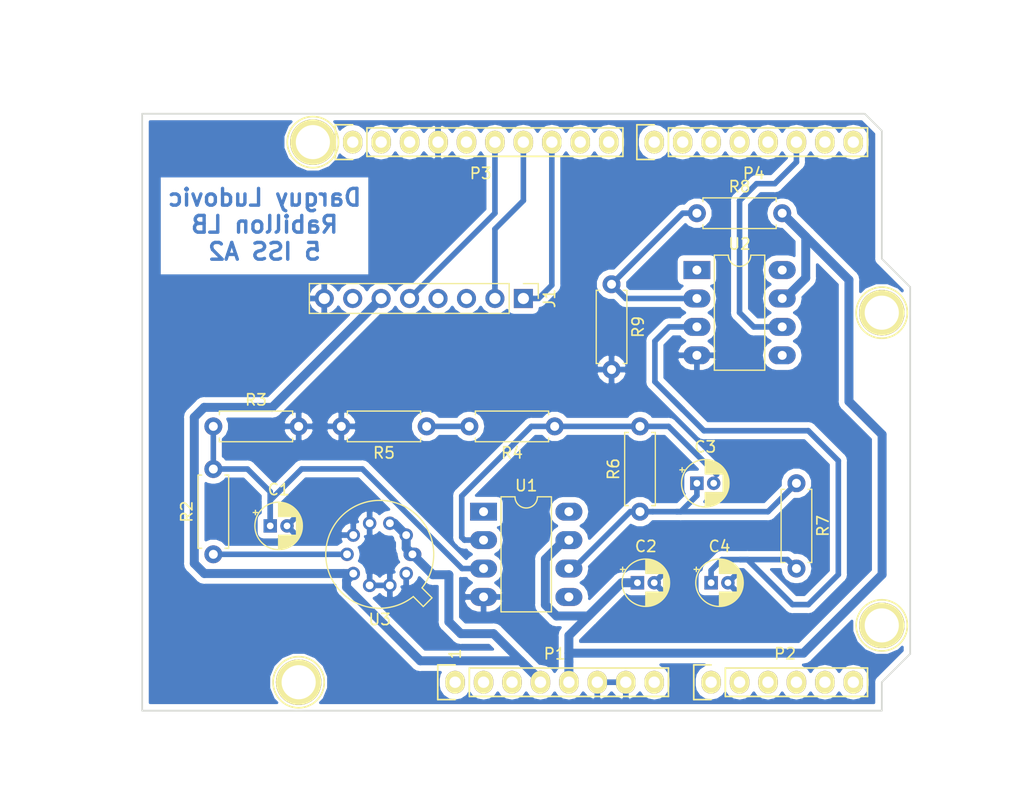
<source format=kicad_pcb>
(kicad_pcb (version 20171130) (host pcbnew "(5.0.0)")

  (general
    (thickness 1.6)
    (drawings 25)
    (tracks 115)
    (zones 0)
    (modules 24)
    (nets 51)
  )

  (page A4)
  (title_block
    (date "lun. 30 mars 2015")
  )

  (layers
    (0 F.Cu signal)
    (31 B.Cu signal)
    (32 B.Adhes user)
    (33 F.Adhes user)
    (34 B.Paste user)
    (35 F.Paste user)
    (36 B.SilkS user)
    (37 F.SilkS user)
    (38 B.Mask user)
    (39 F.Mask user)
    (40 Dwgs.User user)
    (41 Cmts.User user)
    (42 Eco1.User user)
    (43 Eco2.User user)
    (44 Edge.Cuts user)
    (45 Margin user)
    (46 B.CrtYd user)
    (47 F.CrtYd user)
    (48 B.Fab user)
    (49 F.Fab user)
  )

  (setup
    (last_trace_width 0.5)
    (trace_clearance 0.5)
    (zone_clearance 0.508)
    (zone_45_only no)
    (trace_min 0.2)
    (segment_width 0.15)
    (edge_width 0.15)
    (via_size 1.8)
    (via_drill 0.8)
    (via_min_size 0.4)
    (via_min_drill 0.3)
    (uvia_size 0.3)
    (uvia_drill 0.1)
    (uvias_allowed no)
    (uvia_min_size 0.2)
    (uvia_min_drill 0.1)
    (pcb_text_width 0.3)
    (pcb_text_size 1.5 1.5)
    (mod_edge_width 0.15)
    (mod_text_size 1 1)
    (mod_text_width 0.15)
    (pad_size 4.064 4.064)
    (pad_drill 3.048)
    (pad_to_mask_clearance 0)
    (aux_axis_origin 110.998 126.365)
    (grid_origin 110.998 126.365)
    (visible_elements 7FFFFFFF)
    (pcbplotparams
      (layerselection 0x00030_80000001)
      (usegerberextensions false)
      (usegerberattributes false)
      (usegerberadvancedattributes false)
      (creategerberjobfile false)
      (excludeedgelayer true)
      (linewidth 0.100000)
      (plotframeref false)
      (viasonmask false)
      (mode 1)
      (useauxorigin false)
      (hpglpennumber 1)
      (hpglpenspeed 20)
      (hpglpendiameter 15.000000)
      (psnegative false)
      (psa4output false)
      (plotreference true)
      (plotvalue true)
      (plotinvisibletext false)
      (padsonsilk false)
      (subtractmaskfromsilk false)
      (outputformat 1)
      (mirror false)
      (drillshape 1)
      (scaleselection 1)
      (outputdirectory ""))
  )

  (net 0 "")
  (net 1 /IOREF)
  (net 2 /Reset)
  (net 3 +5V)
  (net 4 GND)
  (net 5 /Vin)
  (net 6 /A0)
  (net 7 /A1)
  (net 8 /A2)
  (net 9 /A3)
  (net 10 /AREF)
  (net 11 "/A4(SDA)")
  (net 12 "/A5(SCL)")
  (net 13 "/9(**)")
  (net 14 /8)
  (net 15 "/6(**)")
  (net 16 "/5(**)")
  (net 17 /4)
  (net 18 "/3(**)")
  (net 19 "/1(Tx)")
  (net 20 "/0(Rx)")
  (net 21 "Net-(P5-Pad1)")
  (net 22 "Net-(P6-Pad1)")
  (net 23 "Net-(P7-Pad1)")
  (net 24 "Net-(P8-Pad1)")
  (net 25 "/13(SCK)")
  (net 26 "Net-(P1-Pad1)")
  (net 27 +3V3)
  (net 28 "Net-(C1-Pad1)")
  (net 29 "Net-(C3-Pad2)")
  (net 30 "Net-(C3-Pad1)")
  (net 31 AN0_Arduino)
  (net 32 Ve)
  (net 33 Vinterrupt)
  (net 34 VersR2)
  (net 35 "Net-(R4-Pad2)")
  (net 36 "Net-(R8-Pad1)")
  (net 37 "Net-(U1-Pad8)")
  (net 38 "Net-(U1-Pad5)")
  (net 39 "Net-(U1-Pad1)")
  (net 40 "Net-(U2-Pad1)")
  (net 41 "Net-(U2-Pad5)")
  (net 42 "Net-(U2-Pad8)")
  (net 43 /A4)
  (net 44 /A5)
  (net 45 /RST)
  (net 46 /RX)
  (net 47 /TX)
  (net 48 "Net-(J1-Pad3)")
  (net 49 "Net-(J1-Pad4)")
  (net 50 "Net-(J1-Pad7)")

  (net_class Default "This is the default net class."
    (clearance 0.5)
    (trace_width 0.5)
    (via_dia 1.8)
    (via_drill 0.8)
    (uvia_dia 0.3)
    (uvia_drill 0.1)
    (add_net "/0(Rx)")
    (add_net "/1(Tx)")
    (add_net "/13(SCK)")
    (add_net "/3(**)")
    (add_net /4)
    (add_net "/5(**)")
    (add_net "/6(**)")
    (add_net /8)
    (add_net "/9(**)")
    (add_net /A0)
    (add_net /A1)
    (add_net /A2)
    (add_net /A3)
    (add_net /A4)
    (add_net "/A4(SDA)")
    (add_net /A5)
    (add_net "/A5(SCL)")
    (add_net /AREF)
    (add_net /IOREF)
    (add_net /RST)
    (add_net /RX)
    (add_net /Reset)
    (add_net /TX)
    (add_net /Vin)
    (add_net AN0_Arduino)
    (add_net "Net-(C1-Pad1)")
    (add_net "Net-(C3-Pad1)")
    (add_net "Net-(C3-Pad2)")
    (add_net "Net-(J1-Pad3)")
    (add_net "Net-(J1-Pad4)")
    (add_net "Net-(J1-Pad7)")
    (add_net "Net-(P1-Pad1)")
    (add_net "Net-(P5-Pad1)")
    (add_net "Net-(P6-Pad1)")
    (add_net "Net-(P7-Pad1)")
    (add_net "Net-(P8-Pad1)")
    (add_net "Net-(R4-Pad2)")
    (add_net "Net-(R8-Pad1)")
    (add_net "Net-(U1-Pad1)")
    (add_net "Net-(U1-Pad5)")
    (add_net "Net-(U1-Pad8)")
    (add_net "Net-(U2-Pad1)")
    (add_net "Net-(U2-Pad5)")
    (add_net "Net-(U2-Pad8)")
    (add_net Ve)
    (add_net VersR2)
    (add_net Vinterrupt)
  )

  (net_class Alim ""
    (clearance 0.5)
    (trace_width 0.8)
    (via_dia 1.8)
    (via_drill 0.8)
    (uvia_dia 0.3)
    (uvia_drill 0.1)
    (add_net +3V3)
    (add_net +5V)
    (add_net GND)
  )

  (module Socket_Arduino_Uno:Socket_Strip_Arduino_1x08 locked (layer F.Cu) (tedit 552168D2) (tstamp 551AF9EA)
    (at 138.938 123.825)
    (descr "Through hole socket strip")
    (tags "socket strip")
    (path /56D70129)
    (fp_text reference P1 (at 8.89 -2.54) (layer F.SilkS)
      (effects (font (size 1 1) (thickness 0.15)))
    )
    (fp_text value Power (at 8.89 -4.064) (layer F.Fab)
      (effects (font (size 1 1) (thickness 0.15)))
    )
    (fp_line (start -1.75 -1.75) (end -1.75 1.75) (layer F.CrtYd) (width 0.05))
    (fp_line (start 19.55 -1.75) (end 19.55 1.75) (layer F.CrtYd) (width 0.05))
    (fp_line (start -1.75 -1.75) (end 19.55 -1.75) (layer F.CrtYd) (width 0.05))
    (fp_line (start -1.75 1.75) (end 19.55 1.75) (layer F.CrtYd) (width 0.05))
    (fp_line (start 1.27 1.27) (end 19.05 1.27) (layer F.SilkS) (width 0.15))
    (fp_line (start 19.05 1.27) (end 19.05 -1.27) (layer F.SilkS) (width 0.15))
    (fp_line (start 19.05 -1.27) (end 1.27 -1.27) (layer F.SilkS) (width 0.15))
    (fp_line (start -1.55 1.55) (end 0 1.55) (layer F.SilkS) (width 0.15))
    (fp_line (start 1.27 1.27) (end 1.27 -1.27) (layer F.SilkS) (width 0.15))
    (fp_line (start 0 -1.55) (end -1.55 -1.55) (layer F.SilkS) (width 0.15))
    (fp_line (start -1.55 -1.55) (end -1.55 1.55) (layer F.SilkS) (width 0.15))
    (pad 1 thru_hole oval (at 0 0) (size 1.7272 2.032) (drill 1.016) (layers *.Cu *.Mask F.SilkS)
      (net 26 "Net-(P1-Pad1)"))
    (pad 2 thru_hole oval (at 2.54 0) (size 1.7272 2.032) (drill 1.016) (layers *.Cu *.Mask F.SilkS)
      (net 1 /IOREF))
    (pad 3 thru_hole oval (at 5.08 0) (size 1.7272 2.032) (drill 1.016) (layers *.Cu *.Mask F.SilkS)
      (net 2 /Reset))
    (pad 4 thru_hole oval (at 7.62 0) (size 1.7272 2.032) (drill 1.016) (layers *.Cu *.Mask F.SilkS)
      (net 27 +3V3))
    (pad 5 thru_hole oval (at 10.16 0) (size 1.7272 2.032) (drill 1.016) (layers *.Cu *.Mask F.SilkS)
      (net 3 +5V))
    (pad 6 thru_hole oval (at 12.7 0) (size 1.7272 2.032) (drill 1.016) (layers *.Cu *.Mask F.SilkS)
      (net 4 GND))
    (pad 7 thru_hole oval (at 15.24 0) (size 1.7272 2.032) (drill 1.016) (layers *.Cu *.Mask F.SilkS)
      (net 4 GND))
    (pad 8 thru_hole oval (at 17.78 0) (size 1.7272 2.032) (drill 1.016) (layers *.Cu *.Mask F.SilkS)
      (net 5 /Vin))
    (model ${KIPRJMOD}/Socket_Arduino_Uno.3dshapes/Socket_header_Arduino_1x08.wrl
      (offset (xyz 8.889999866485596 0 0))
      (scale (xyz 1 1 1))
      (rotate (xyz 0 0 180))
    )
  )

  (module Socket_Arduino_Uno:Socket_Strip_Arduino_1x06 locked (layer F.Cu) (tedit 552168D6) (tstamp 551AF9FF)
    (at 161.798 123.825)
    (descr "Through hole socket strip")
    (tags "socket strip")
    (path /56D70DD8)
    (fp_text reference P2 (at 6.604 -2.54) (layer F.SilkS)
      (effects (font (size 1 1) (thickness 0.15)))
    )
    (fp_text value Analog (at 6.604 -4.064) (layer F.Fab)
      (effects (font (size 1 1) (thickness 0.15)))
    )
    (fp_line (start -1.75 -1.75) (end -1.75 1.75) (layer F.CrtYd) (width 0.05))
    (fp_line (start 14.45 -1.75) (end 14.45 1.75) (layer F.CrtYd) (width 0.05))
    (fp_line (start -1.75 -1.75) (end 14.45 -1.75) (layer F.CrtYd) (width 0.05))
    (fp_line (start -1.75 1.75) (end 14.45 1.75) (layer F.CrtYd) (width 0.05))
    (fp_line (start 1.27 1.27) (end 13.97 1.27) (layer F.SilkS) (width 0.15))
    (fp_line (start 13.97 1.27) (end 13.97 -1.27) (layer F.SilkS) (width 0.15))
    (fp_line (start 13.97 -1.27) (end 1.27 -1.27) (layer F.SilkS) (width 0.15))
    (fp_line (start -1.55 1.55) (end 0 1.55) (layer F.SilkS) (width 0.15))
    (fp_line (start 1.27 1.27) (end 1.27 -1.27) (layer F.SilkS) (width 0.15))
    (fp_line (start 0 -1.55) (end -1.55 -1.55) (layer F.SilkS) (width 0.15))
    (fp_line (start -1.55 -1.55) (end -1.55 1.55) (layer F.SilkS) (width 0.15))
    (pad 1 thru_hole oval (at 0 0) (size 1.7272 2.032) (drill 1.016) (layers *.Cu *.Mask F.SilkS)
      (net 6 /A0))
    (pad 2 thru_hole oval (at 2.54 0) (size 1.7272 2.032) (drill 1.016) (layers *.Cu *.Mask F.SilkS)
      (net 7 /A1))
    (pad 3 thru_hole oval (at 5.08 0) (size 1.7272 2.032) (drill 1.016) (layers *.Cu *.Mask F.SilkS)
      (net 8 /A2))
    (pad 4 thru_hole oval (at 7.62 0) (size 1.7272 2.032) (drill 1.016) (layers *.Cu *.Mask F.SilkS)
      (net 9 /A3))
    (pad 5 thru_hole oval (at 10.16 0) (size 1.7272 2.032) (drill 1.016) (layers *.Cu *.Mask F.SilkS)
      (net 43 /A4))
    (pad 6 thru_hole oval (at 12.7 0) (size 1.7272 2.032) (drill 1.016) (layers *.Cu *.Mask F.SilkS)
      (net 44 /A5))
    (model ${KIPRJMOD}/Socket_Arduino_Uno.3dshapes/Socket_header_Arduino_1x06.wrl
      (offset (xyz 6.349999904632568 0 0))
      (scale (xyz 1 1 1))
      (rotate (xyz 0 0 180))
    )
  )

  (module Socket_Arduino_Uno:Socket_Strip_Arduino_1x10 locked (layer F.Cu) (tedit 552168BF) (tstamp 551AFA18)
    (at 129.794 75.565)
    (descr "Through hole socket strip")
    (tags "socket strip")
    (path /56D721E0)
    (fp_text reference P3 (at 11.43 2.794) (layer F.SilkS)
      (effects (font (size 1 1) (thickness 0.15)))
    )
    (fp_text value Digital (at 11.43 4.318) (layer F.Fab)
      (effects (font (size 1 1) (thickness 0.15)))
    )
    (fp_line (start -1.75 -1.75) (end -1.75 1.75) (layer F.CrtYd) (width 0.05))
    (fp_line (start 24.65 -1.75) (end 24.65 1.75) (layer F.CrtYd) (width 0.05))
    (fp_line (start -1.75 -1.75) (end 24.65 -1.75) (layer F.CrtYd) (width 0.05))
    (fp_line (start -1.75 1.75) (end 24.65 1.75) (layer F.CrtYd) (width 0.05))
    (fp_line (start 1.27 1.27) (end 24.13 1.27) (layer F.SilkS) (width 0.15))
    (fp_line (start 24.13 1.27) (end 24.13 -1.27) (layer F.SilkS) (width 0.15))
    (fp_line (start 24.13 -1.27) (end 1.27 -1.27) (layer F.SilkS) (width 0.15))
    (fp_line (start -1.55 1.55) (end 0 1.55) (layer F.SilkS) (width 0.15))
    (fp_line (start 1.27 1.27) (end 1.27 -1.27) (layer F.SilkS) (width 0.15))
    (fp_line (start 0 -1.55) (end -1.55 -1.55) (layer F.SilkS) (width 0.15))
    (fp_line (start -1.55 -1.55) (end -1.55 1.55) (layer F.SilkS) (width 0.15))
    (pad 1 thru_hole oval (at 0 0) (size 1.7272 2.032) (drill 1.016) (layers *.Cu *.Mask F.SilkS)
      (net 12 "/A5(SCL)"))
    (pad 2 thru_hole oval (at 2.54 0) (size 1.7272 2.032) (drill 1.016) (layers *.Cu *.Mask F.SilkS)
      (net 11 "/A4(SDA)"))
    (pad 3 thru_hole oval (at 5.08 0) (size 1.7272 2.032) (drill 1.016) (layers *.Cu *.Mask F.SilkS)
      (net 10 /AREF))
    (pad 4 thru_hole oval (at 7.62 0) (size 1.7272 2.032) (drill 1.016) (layers *.Cu *.Mask F.SilkS)
      (net 4 GND))
    (pad 5 thru_hole oval (at 10.16 0) (size 1.7272 2.032) (drill 1.016) (layers *.Cu *.Mask F.SilkS)
      (net 25 "/13(SCK)"))
    (pad 6 thru_hole oval (at 12.7 0) (size 1.7272 2.032) (drill 1.016) (layers *.Cu *.Mask F.SilkS)
      (net 45 /RST))
    (pad 7 thru_hole oval (at 15.24 0) (size 1.7272 2.032) (drill 1.016) (layers *.Cu *.Mask F.SilkS)
      (net 46 /RX))
    (pad 8 thru_hole oval (at 17.78 0) (size 1.7272 2.032) (drill 1.016) (layers *.Cu *.Mask F.SilkS)
      (net 47 /TX))
    (pad 9 thru_hole oval (at 20.32 0) (size 1.7272 2.032) (drill 1.016) (layers *.Cu *.Mask F.SilkS)
      (net 13 "/9(**)"))
    (pad 10 thru_hole oval (at 22.86 0) (size 1.7272 2.032) (drill 1.016) (layers *.Cu *.Mask F.SilkS)
      (net 14 /8))
    (model ${KIPRJMOD}/Socket_Arduino_Uno.3dshapes/Socket_header_Arduino_1x10.wrl
      (offset (xyz 11.42999982833862 0 0))
      (scale (xyz 1 1 1))
      (rotate (xyz 0 0 180))
    )
  )

  (module Socket_Arduino_Uno:Socket_Strip_Arduino_1x08 locked (layer F.Cu) (tedit 552168C7) (tstamp 551AFA2F)
    (at 156.718 75.565)
    (descr "Through hole socket strip")
    (tags "socket strip")
    (path /56D7164F)
    (fp_text reference P4 (at 8.89 2.794) (layer F.SilkS)
      (effects (font (size 1 1) (thickness 0.15)))
    )
    (fp_text value Digital (at 8.89 4.318) (layer F.Fab)
      (effects (font (size 1 1) (thickness 0.15)))
    )
    (fp_line (start -1.75 -1.75) (end -1.75 1.75) (layer F.CrtYd) (width 0.05))
    (fp_line (start 19.55 -1.75) (end 19.55 1.75) (layer F.CrtYd) (width 0.05))
    (fp_line (start -1.75 -1.75) (end 19.55 -1.75) (layer F.CrtYd) (width 0.05))
    (fp_line (start -1.75 1.75) (end 19.55 1.75) (layer F.CrtYd) (width 0.05))
    (fp_line (start 1.27 1.27) (end 19.05 1.27) (layer F.SilkS) (width 0.15))
    (fp_line (start 19.05 1.27) (end 19.05 -1.27) (layer F.SilkS) (width 0.15))
    (fp_line (start 19.05 -1.27) (end 1.27 -1.27) (layer F.SilkS) (width 0.15))
    (fp_line (start -1.55 1.55) (end 0 1.55) (layer F.SilkS) (width 0.15))
    (fp_line (start 1.27 1.27) (end 1.27 -1.27) (layer F.SilkS) (width 0.15))
    (fp_line (start 0 -1.55) (end -1.55 -1.55) (layer F.SilkS) (width 0.15))
    (fp_line (start -1.55 -1.55) (end -1.55 1.55) (layer F.SilkS) (width 0.15))
    (pad 1 thru_hole oval (at 0 0) (size 1.7272 2.032) (drill 1.016) (layers *.Cu *.Mask F.SilkS)
      (net 32 Ve))
    (pad 2 thru_hole oval (at 2.54 0) (size 1.7272 2.032) (drill 1.016) (layers *.Cu *.Mask F.SilkS)
      (net 15 "/6(**)"))
    (pad 3 thru_hole oval (at 5.08 0) (size 1.7272 2.032) (drill 1.016) (layers *.Cu *.Mask F.SilkS)
      (net 16 "/5(**)"))
    (pad 4 thru_hole oval (at 7.62 0) (size 1.7272 2.032) (drill 1.016) (layers *.Cu *.Mask F.SilkS)
      (net 17 /4))
    (pad 5 thru_hole oval (at 10.16 0) (size 1.7272 2.032) (drill 1.016) (layers *.Cu *.Mask F.SilkS)
      (net 18 "/3(**)"))
    (pad 6 thru_hole oval (at 12.7 0) (size 1.7272 2.032) (drill 1.016) (layers *.Cu *.Mask F.SilkS)
      (net 33 Vinterrupt))
    (pad 7 thru_hole oval (at 15.24 0) (size 1.7272 2.032) (drill 1.016) (layers *.Cu *.Mask F.SilkS)
      (net 19 "/1(Tx)"))
    (pad 8 thru_hole oval (at 17.78 0) (size 1.7272 2.032) (drill 1.016) (layers *.Cu *.Mask F.SilkS)
      (net 20 "/0(Rx)"))
    (model ${KIPRJMOD}/Socket_Arduino_Uno.3dshapes/Socket_header_Arduino_1x08.wrl
      (offset (xyz 8.889999866485596 0 0))
      (scale (xyz 1 1 1))
      (rotate (xyz 0 0 180))
    )
  )

  (module Socket_Arduino_Uno:Arduino_1pin locked (layer F.Cu) (tedit 5524FC39) (tstamp 5524FC3F)
    (at 124.968 123.825)
    (descr "module 1 pin (ou trou mecanique de percage)")
    (tags DEV)
    (path /56D71177)
    (fp_text reference P5 (at 0 -3.048) (layer F.SilkS) hide
      (effects (font (size 1 1) (thickness 0.15)))
    )
    (fp_text value CONN_01X01 (at 0 2.794) (layer F.Fab) hide
      (effects (font (size 1 1) (thickness 0.15)))
    )
    (fp_circle (center 0 0) (end 0 -2.286) (layer F.SilkS) (width 0.15))
    (pad 1 thru_hole circle (at 0 0) (size 4.064 4.064) (drill 3.048) (layers *.Cu *.Mask F.SilkS)
      (net 21 "Net-(P5-Pad1)"))
  )

  (module Socket_Arduino_Uno:Arduino_1pin locked (layer F.Cu) (tedit 5524FC4A) (tstamp 5524FC44)
    (at 177.038 118.745)
    (descr "module 1 pin (ou trou mecanique de percage)")
    (tags DEV)
    (path /56D71274)
    (fp_text reference P6 (at 0 -3.048) (layer F.SilkS) hide
      (effects (font (size 1 1) (thickness 0.15)))
    )
    (fp_text value CONN_01X01 (at 0 2.794) (layer F.Fab) hide
      (effects (font (size 1 1) (thickness 0.15)))
    )
    (fp_circle (center 0 0) (end 0 -2.286) (layer F.SilkS) (width 0.15))
    (pad 1 thru_hole circle (at 0 0) (size 4.064 4.064) (drill 3.048) (layers *.Cu *.Mask F.SilkS)
      (net 22 "Net-(P6-Pad1)"))
  )

  (module Socket_Arduino_Uno:Arduino_1pin locked (layer F.Cu) (tedit 5524FC2F) (tstamp 5524FC49)
    (at 126.238 75.565)
    (descr "module 1 pin (ou trou mecanique de percage)")
    (tags DEV)
    (path /56D712A8)
    (fp_text reference P7 (at 0 -3.048) (layer F.SilkS) hide
      (effects (font (size 1 1) (thickness 0.15)))
    )
    (fp_text value CONN_01X01 (at 0 2.794) (layer F.Fab) hide
      (effects (font (size 1 1) (thickness 0.15)))
    )
    (fp_circle (center 0 0) (end 0 -2.286) (layer F.SilkS) (width 0.15))
    (pad 1 thru_hole circle (at 0 0) (size 4.064 4.064) (drill 3.048) (layers *.Cu *.Mask F.SilkS)
      (net 23 "Net-(P7-Pad1)"))
  )

  (module Socket_Arduino_Uno:Arduino_1pin locked (layer F.Cu) (tedit 5524FC41) (tstamp 5524FC4E)
    (at 177.038 90.805)
    (descr "module 1 pin (ou trou mecanique de percage)")
    (tags DEV)
    (path /56D712DB)
    (fp_text reference P8 (at 0 -3.048) (layer F.SilkS) hide
      (effects (font (size 1 1) (thickness 0.15)))
    )
    (fp_text value CONN_01X01 (at 0 2.794) (layer F.Fab) hide
      (effects (font (size 1 1) (thickness 0.15)))
    )
    (fp_circle (center 0 0) (end 0 -2.286) (layer F.SilkS) (width 0.15))
    (pad 1 thru_hole circle (at 0 0) (size 4.064 4.064) (drill 3.048) (layers *.Cu *.Mask F.SilkS)
      (net 24 "Net-(P8-Pad1)"))
  )

  (module Capacitor_THT:CP_Radial_D4.0mm_P1.50mm (layer F.Cu) (tedit 5AE50EF0) (tstamp 5E157568)
    (at 122.428 109.855)
    (descr "CP, Radial series, Radial, pin pitch=1.50mm, , diameter=4mm, Electrolytic Capacitor")
    (tags "CP Radial series Radial pin pitch 1.50mm  diameter 4mm Electrolytic Capacitor")
    (path /5DE64B45)
    (fp_text reference C1 (at 0.75 -3.25) (layer F.SilkS)
      (effects (font (size 1 1) (thickness 0.15)))
    )
    (fp_text value C (at 0.75 3.25) (layer F.Fab)
      (effects (font (size 1 1) (thickness 0.15)))
    )
    (fp_circle (center 0.75 0) (end 2.75 0) (layer F.Fab) (width 0.1))
    (fp_circle (center 0.75 0) (end 2.87 0) (layer F.SilkS) (width 0.12))
    (fp_circle (center 0.75 0) (end 3 0) (layer F.CrtYd) (width 0.05))
    (fp_line (start -0.952554 -0.8675) (end -0.552554 -0.8675) (layer F.Fab) (width 0.1))
    (fp_line (start -0.752554 -1.0675) (end -0.752554 -0.6675) (layer F.Fab) (width 0.1))
    (fp_line (start 0.75 0.84) (end 0.75 2.08) (layer F.SilkS) (width 0.12))
    (fp_line (start 0.75 -2.08) (end 0.75 -0.84) (layer F.SilkS) (width 0.12))
    (fp_line (start 0.79 0.84) (end 0.79 2.08) (layer F.SilkS) (width 0.12))
    (fp_line (start 0.79 -2.08) (end 0.79 -0.84) (layer F.SilkS) (width 0.12))
    (fp_line (start 0.83 0.84) (end 0.83 2.079) (layer F.SilkS) (width 0.12))
    (fp_line (start 0.83 -2.079) (end 0.83 -0.84) (layer F.SilkS) (width 0.12))
    (fp_line (start 0.87 -2.077) (end 0.87 -0.84) (layer F.SilkS) (width 0.12))
    (fp_line (start 0.87 0.84) (end 0.87 2.077) (layer F.SilkS) (width 0.12))
    (fp_line (start 0.91 -2.074) (end 0.91 -0.84) (layer F.SilkS) (width 0.12))
    (fp_line (start 0.91 0.84) (end 0.91 2.074) (layer F.SilkS) (width 0.12))
    (fp_line (start 0.95 -2.071) (end 0.95 -0.84) (layer F.SilkS) (width 0.12))
    (fp_line (start 0.95 0.84) (end 0.95 2.071) (layer F.SilkS) (width 0.12))
    (fp_line (start 0.99 -2.067) (end 0.99 -0.84) (layer F.SilkS) (width 0.12))
    (fp_line (start 0.99 0.84) (end 0.99 2.067) (layer F.SilkS) (width 0.12))
    (fp_line (start 1.03 -2.062) (end 1.03 -0.84) (layer F.SilkS) (width 0.12))
    (fp_line (start 1.03 0.84) (end 1.03 2.062) (layer F.SilkS) (width 0.12))
    (fp_line (start 1.07 -2.056) (end 1.07 -0.84) (layer F.SilkS) (width 0.12))
    (fp_line (start 1.07 0.84) (end 1.07 2.056) (layer F.SilkS) (width 0.12))
    (fp_line (start 1.11 -2.05) (end 1.11 -0.84) (layer F.SilkS) (width 0.12))
    (fp_line (start 1.11 0.84) (end 1.11 2.05) (layer F.SilkS) (width 0.12))
    (fp_line (start 1.15 -2.042) (end 1.15 -0.84) (layer F.SilkS) (width 0.12))
    (fp_line (start 1.15 0.84) (end 1.15 2.042) (layer F.SilkS) (width 0.12))
    (fp_line (start 1.19 -2.034) (end 1.19 -0.84) (layer F.SilkS) (width 0.12))
    (fp_line (start 1.19 0.84) (end 1.19 2.034) (layer F.SilkS) (width 0.12))
    (fp_line (start 1.23 -2.025) (end 1.23 -0.84) (layer F.SilkS) (width 0.12))
    (fp_line (start 1.23 0.84) (end 1.23 2.025) (layer F.SilkS) (width 0.12))
    (fp_line (start 1.27 -2.016) (end 1.27 -0.84) (layer F.SilkS) (width 0.12))
    (fp_line (start 1.27 0.84) (end 1.27 2.016) (layer F.SilkS) (width 0.12))
    (fp_line (start 1.31 -2.005) (end 1.31 -0.84) (layer F.SilkS) (width 0.12))
    (fp_line (start 1.31 0.84) (end 1.31 2.005) (layer F.SilkS) (width 0.12))
    (fp_line (start 1.35 -1.994) (end 1.35 -0.84) (layer F.SilkS) (width 0.12))
    (fp_line (start 1.35 0.84) (end 1.35 1.994) (layer F.SilkS) (width 0.12))
    (fp_line (start 1.39 -1.982) (end 1.39 -0.84) (layer F.SilkS) (width 0.12))
    (fp_line (start 1.39 0.84) (end 1.39 1.982) (layer F.SilkS) (width 0.12))
    (fp_line (start 1.43 -1.968) (end 1.43 -0.84) (layer F.SilkS) (width 0.12))
    (fp_line (start 1.43 0.84) (end 1.43 1.968) (layer F.SilkS) (width 0.12))
    (fp_line (start 1.471 -1.954) (end 1.471 -0.84) (layer F.SilkS) (width 0.12))
    (fp_line (start 1.471 0.84) (end 1.471 1.954) (layer F.SilkS) (width 0.12))
    (fp_line (start 1.511 -1.94) (end 1.511 -0.84) (layer F.SilkS) (width 0.12))
    (fp_line (start 1.511 0.84) (end 1.511 1.94) (layer F.SilkS) (width 0.12))
    (fp_line (start 1.551 -1.924) (end 1.551 -0.84) (layer F.SilkS) (width 0.12))
    (fp_line (start 1.551 0.84) (end 1.551 1.924) (layer F.SilkS) (width 0.12))
    (fp_line (start 1.591 -1.907) (end 1.591 -0.84) (layer F.SilkS) (width 0.12))
    (fp_line (start 1.591 0.84) (end 1.591 1.907) (layer F.SilkS) (width 0.12))
    (fp_line (start 1.631 -1.889) (end 1.631 -0.84) (layer F.SilkS) (width 0.12))
    (fp_line (start 1.631 0.84) (end 1.631 1.889) (layer F.SilkS) (width 0.12))
    (fp_line (start 1.671 -1.87) (end 1.671 -0.84) (layer F.SilkS) (width 0.12))
    (fp_line (start 1.671 0.84) (end 1.671 1.87) (layer F.SilkS) (width 0.12))
    (fp_line (start 1.711 -1.851) (end 1.711 -0.84) (layer F.SilkS) (width 0.12))
    (fp_line (start 1.711 0.84) (end 1.711 1.851) (layer F.SilkS) (width 0.12))
    (fp_line (start 1.751 -1.83) (end 1.751 -0.84) (layer F.SilkS) (width 0.12))
    (fp_line (start 1.751 0.84) (end 1.751 1.83) (layer F.SilkS) (width 0.12))
    (fp_line (start 1.791 -1.808) (end 1.791 -0.84) (layer F.SilkS) (width 0.12))
    (fp_line (start 1.791 0.84) (end 1.791 1.808) (layer F.SilkS) (width 0.12))
    (fp_line (start 1.831 -1.785) (end 1.831 -0.84) (layer F.SilkS) (width 0.12))
    (fp_line (start 1.831 0.84) (end 1.831 1.785) (layer F.SilkS) (width 0.12))
    (fp_line (start 1.871 -1.76) (end 1.871 -0.84) (layer F.SilkS) (width 0.12))
    (fp_line (start 1.871 0.84) (end 1.871 1.76) (layer F.SilkS) (width 0.12))
    (fp_line (start 1.911 -1.735) (end 1.911 -0.84) (layer F.SilkS) (width 0.12))
    (fp_line (start 1.911 0.84) (end 1.911 1.735) (layer F.SilkS) (width 0.12))
    (fp_line (start 1.951 -1.708) (end 1.951 -0.84) (layer F.SilkS) (width 0.12))
    (fp_line (start 1.951 0.84) (end 1.951 1.708) (layer F.SilkS) (width 0.12))
    (fp_line (start 1.991 -1.68) (end 1.991 -0.84) (layer F.SilkS) (width 0.12))
    (fp_line (start 1.991 0.84) (end 1.991 1.68) (layer F.SilkS) (width 0.12))
    (fp_line (start 2.031 -1.65) (end 2.031 -0.84) (layer F.SilkS) (width 0.12))
    (fp_line (start 2.031 0.84) (end 2.031 1.65) (layer F.SilkS) (width 0.12))
    (fp_line (start 2.071 -1.619) (end 2.071 -0.84) (layer F.SilkS) (width 0.12))
    (fp_line (start 2.071 0.84) (end 2.071 1.619) (layer F.SilkS) (width 0.12))
    (fp_line (start 2.111 -1.587) (end 2.111 -0.84) (layer F.SilkS) (width 0.12))
    (fp_line (start 2.111 0.84) (end 2.111 1.587) (layer F.SilkS) (width 0.12))
    (fp_line (start 2.151 -1.552) (end 2.151 -0.84) (layer F.SilkS) (width 0.12))
    (fp_line (start 2.151 0.84) (end 2.151 1.552) (layer F.SilkS) (width 0.12))
    (fp_line (start 2.191 -1.516) (end 2.191 -0.84) (layer F.SilkS) (width 0.12))
    (fp_line (start 2.191 0.84) (end 2.191 1.516) (layer F.SilkS) (width 0.12))
    (fp_line (start 2.231 -1.478) (end 2.231 -0.84) (layer F.SilkS) (width 0.12))
    (fp_line (start 2.231 0.84) (end 2.231 1.478) (layer F.SilkS) (width 0.12))
    (fp_line (start 2.271 -1.438) (end 2.271 -0.84) (layer F.SilkS) (width 0.12))
    (fp_line (start 2.271 0.84) (end 2.271 1.438) (layer F.SilkS) (width 0.12))
    (fp_line (start 2.311 -1.396) (end 2.311 -0.84) (layer F.SilkS) (width 0.12))
    (fp_line (start 2.311 0.84) (end 2.311 1.396) (layer F.SilkS) (width 0.12))
    (fp_line (start 2.351 -1.351) (end 2.351 1.351) (layer F.SilkS) (width 0.12))
    (fp_line (start 2.391 -1.304) (end 2.391 1.304) (layer F.SilkS) (width 0.12))
    (fp_line (start 2.431 -1.254) (end 2.431 1.254) (layer F.SilkS) (width 0.12))
    (fp_line (start 2.471 -1.2) (end 2.471 1.2) (layer F.SilkS) (width 0.12))
    (fp_line (start 2.511 -1.142) (end 2.511 1.142) (layer F.SilkS) (width 0.12))
    (fp_line (start 2.551 -1.08) (end 2.551 1.08) (layer F.SilkS) (width 0.12))
    (fp_line (start 2.591 -1.013) (end 2.591 1.013) (layer F.SilkS) (width 0.12))
    (fp_line (start 2.631 -0.94) (end 2.631 0.94) (layer F.SilkS) (width 0.12))
    (fp_line (start 2.671 -0.859) (end 2.671 0.859) (layer F.SilkS) (width 0.12))
    (fp_line (start 2.711 -0.768) (end 2.711 0.768) (layer F.SilkS) (width 0.12))
    (fp_line (start 2.751 -0.664) (end 2.751 0.664) (layer F.SilkS) (width 0.12))
    (fp_line (start 2.791 -0.537) (end 2.791 0.537) (layer F.SilkS) (width 0.12))
    (fp_line (start 2.831 -0.37) (end 2.831 0.37) (layer F.SilkS) (width 0.12))
    (fp_line (start -1.519801 -1.195) (end -1.119801 -1.195) (layer F.SilkS) (width 0.12))
    (fp_line (start -1.319801 -1.395) (end -1.319801 -0.995) (layer F.SilkS) (width 0.12))
    (fp_text user %R (at 0.75 0) (layer F.Fab)
      (effects (font (size 0.8 0.8) (thickness 0.12)))
    )
    (pad 1 thru_hole rect (at 0 0) (size 1.2 1.2) (drill 0.6) (layers *.Cu *.Mask)
      (net 28 "Net-(C1-Pad1)"))
    (pad 2 thru_hole circle (at 1.5 0) (size 1.2 1.2) (drill 0.6) (layers *.Cu *.Mask)
      (net 4 GND))
    (model ${KISYS3DMOD}/Capacitor_THT.3dshapes/CP_Radial_D4.0mm_P1.50mm.wrl
      (at (xyz 0 0 0))
      (scale (xyz 1 1 1))
      (rotate (xyz 0 0 0))
    )
  )

  (module Capacitor_THT:CP_Radial_D4.0mm_P1.50mm (layer F.Cu) (tedit 5AE50EF0) (tstamp 5E1575D3)
    (at 155.218 114.935)
    (descr "CP, Radial series, Radial, pin pitch=1.50mm, , diameter=4mm, Electrolytic Capacitor")
    (tags "CP Radial series Radial pin pitch 1.50mm  diameter 4mm Electrolytic Capacitor")
    (path /5DEA37C9)
    (fp_text reference C2 (at 0.75 -3.25) (layer F.SilkS)
      (effects (font (size 1 1) (thickness 0.15)))
    )
    (fp_text value C (at 0.75 3.25) (layer F.Fab)
      (effects (font (size 1 1) (thickness 0.15)))
    )
    (fp_text user %R (at 0.75 0) (layer F.Fab)
      (effects (font (size 0.8 0.8) (thickness 0.12)))
    )
    (fp_line (start -1.319801 -1.395) (end -1.319801 -0.995) (layer F.SilkS) (width 0.12))
    (fp_line (start -1.519801 -1.195) (end -1.119801 -1.195) (layer F.SilkS) (width 0.12))
    (fp_line (start 2.831 -0.37) (end 2.831 0.37) (layer F.SilkS) (width 0.12))
    (fp_line (start 2.791 -0.537) (end 2.791 0.537) (layer F.SilkS) (width 0.12))
    (fp_line (start 2.751 -0.664) (end 2.751 0.664) (layer F.SilkS) (width 0.12))
    (fp_line (start 2.711 -0.768) (end 2.711 0.768) (layer F.SilkS) (width 0.12))
    (fp_line (start 2.671 -0.859) (end 2.671 0.859) (layer F.SilkS) (width 0.12))
    (fp_line (start 2.631 -0.94) (end 2.631 0.94) (layer F.SilkS) (width 0.12))
    (fp_line (start 2.591 -1.013) (end 2.591 1.013) (layer F.SilkS) (width 0.12))
    (fp_line (start 2.551 -1.08) (end 2.551 1.08) (layer F.SilkS) (width 0.12))
    (fp_line (start 2.511 -1.142) (end 2.511 1.142) (layer F.SilkS) (width 0.12))
    (fp_line (start 2.471 -1.2) (end 2.471 1.2) (layer F.SilkS) (width 0.12))
    (fp_line (start 2.431 -1.254) (end 2.431 1.254) (layer F.SilkS) (width 0.12))
    (fp_line (start 2.391 -1.304) (end 2.391 1.304) (layer F.SilkS) (width 0.12))
    (fp_line (start 2.351 -1.351) (end 2.351 1.351) (layer F.SilkS) (width 0.12))
    (fp_line (start 2.311 0.84) (end 2.311 1.396) (layer F.SilkS) (width 0.12))
    (fp_line (start 2.311 -1.396) (end 2.311 -0.84) (layer F.SilkS) (width 0.12))
    (fp_line (start 2.271 0.84) (end 2.271 1.438) (layer F.SilkS) (width 0.12))
    (fp_line (start 2.271 -1.438) (end 2.271 -0.84) (layer F.SilkS) (width 0.12))
    (fp_line (start 2.231 0.84) (end 2.231 1.478) (layer F.SilkS) (width 0.12))
    (fp_line (start 2.231 -1.478) (end 2.231 -0.84) (layer F.SilkS) (width 0.12))
    (fp_line (start 2.191 0.84) (end 2.191 1.516) (layer F.SilkS) (width 0.12))
    (fp_line (start 2.191 -1.516) (end 2.191 -0.84) (layer F.SilkS) (width 0.12))
    (fp_line (start 2.151 0.84) (end 2.151 1.552) (layer F.SilkS) (width 0.12))
    (fp_line (start 2.151 -1.552) (end 2.151 -0.84) (layer F.SilkS) (width 0.12))
    (fp_line (start 2.111 0.84) (end 2.111 1.587) (layer F.SilkS) (width 0.12))
    (fp_line (start 2.111 -1.587) (end 2.111 -0.84) (layer F.SilkS) (width 0.12))
    (fp_line (start 2.071 0.84) (end 2.071 1.619) (layer F.SilkS) (width 0.12))
    (fp_line (start 2.071 -1.619) (end 2.071 -0.84) (layer F.SilkS) (width 0.12))
    (fp_line (start 2.031 0.84) (end 2.031 1.65) (layer F.SilkS) (width 0.12))
    (fp_line (start 2.031 -1.65) (end 2.031 -0.84) (layer F.SilkS) (width 0.12))
    (fp_line (start 1.991 0.84) (end 1.991 1.68) (layer F.SilkS) (width 0.12))
    (fp_line (start 1.991 -1.68) (end 1.991 -0.84) (layer F.SilkS) (width 0.12))
    (fp_line (start 1.951 0.84) (end 1.951 1.708) (layer F.SilkS) (width 0.12))
    (fp_line (start 1.951 -1.708) (end 1.951 -0.84) (layer F.SilkS) (width 0.12))
    (fp_line (start 1.911 0.84) (end 1.911 1.735) (layer F.SilkS) (width 0.12))
    (fp_line (start 1.911 -1.735) (end 1.911 -0.84) (layer F.SilkS) (width 0.12))
    (fp_line (start 1.871 0.84) (end 1.871 1.76) (layer F.SilkS) (width 0.12))
    (fp_line (start 1.871 -1.76) (end 1.871 -0.84) (layer F.SilkS) (width 0.12))
    (fp_line (start 1.831 0.84) (end 1.831 1.785) (layer F.SilkS) (width 0.12))
    (fp_line (start 1.831 -1.785) (end 1.831 -0.84) (layer F.SilkS) (width 0.12))
    (fp_line (start 1.791 0.84) (end 1.791 1.808) (layer F.SilkS) (width 0.12))
    (fp_line (start 1.791 -1.808) (end 1.791 -0.84) (layer F.SilkS) (width 0.12))
    (fp_line (start 1.751 0.84) (end 1.751 1.83) (layer F.SilkS) (width 0.12))
    (fp_line (start 1.751 -1.83) (end 1.751 -0.84) (layer F.SilkS) (width 0.12))
    (fp_line (start 1.711 0.84) (end 1.711 1.851) (layer F.SilkS) (width 0.12))
    (fp_line (start 1.711 -1.851) (end 1.711 -0.84) (layer F.SilkS) (width 0.12))
    (fp_line (start 1.671 0.84) (end 1.671 1.87) (layer F.SilkS) (width 0.12))
    (fp_line (start 1.671 -1.87) (end 1.671 -0.84) (layer F.SilkS) (width 0.12))
    (fp_line (start 1.631 0.84) (end 1.631 1.889) (layer F.SilkS) (width 0.12))
    (fp_line (start 1.631 -1.889) (end 1.631 -0.84) (layer F.SilkS) (width 0.12))
    (fp_line (start 1.591 0.84) (end 1.591 1.907) (layer F.SilkS) (width 0.12))
    (fp_line (start 1.591 -1.907) (end 1.591 -0.84) (layer F.SilkS) (width 0.12))
    (fp_line (start 1.551 0.84) (end 1.551 1.924) (layer F.SilkS) (width 0.12))
    (fp_line (start 1.551 -1.924) (end 1.551 -0.84) (layer F.SilkS) (width 0.12))
    (fp_line (start 1.511 0.84) (end 1.511 1.94) (layer F.SilkS) (width 0.12))
    (fp_line (start 1.511 -1.94) (end 1.511 -0.84) (layer F.SilkS) (width 0.12))
    (fp_line (start 1.471 0.84) (end 1.471 1.954) (layer F.SilkS) (width 0.12))
    (fp_line (start 1.471 -1.954) (end 1.471 -0.84) (layer F.SilkS) (width 0.12))
    (fp_line (start 1.43 0.84) (end 1.43 1.968) (layer F.SilkS) (width 0.12))
    (fp_line (start 1.43 -1.968) (end 1.43 -0.84) (layer F.SilkS) (width 0.12))
    (fp_line (start 1.39 0.84) (end 1.39 1.982) (layer F.SilkS) (width 0.12))
    (fp_line (start 1.39 -1.982) (end 1.39 -0.84) (layer F.SilkS) (width 0.12))
    (fp_line (start 1.35 0.84) (end 1.35 1.994) (layer F.SilkS) (width 0.12))
    (fp_line (start 1.35 -1.994) (end 1.35 -0.84) (layer F.SilkS) (width 0.12))
    (fp_line (start 1.31 0.84) (end 1.31 2.005) (layer F.SilkS) (width 0.12))
    (fp_line (start 1.31 -2.005) (end 1.31 -0.84) (layer F.SilkS) (width 0.12))
    (fp_line (start 1.27 0.84) (end 1.27 2.016) (layer F.SilkS) (width 0.12))
    (fp_line (start 1.27 -2.016) (end 1.27 -0.84) (layer F.SilkS) (width 0.12))
    (fp_line (start 1.23 0.84) (end 1.23 2.025) (layer F.SilkS) (width 0.12))
    (fp_line (start 1.23 -2.025) (end 1.23 -0.84) (layer F.SilkS) (width 0.12))
    (fp_line (start 1.19 0.84) (end 1.19 2.034) (layer F.SilkS) (width 0.12))
    (fp_line (start 1.19 -2.034) (end 1.19 -0.84) (layer F.SilkS) (width 0.12))
    (fp_line (start 1.15 0.84) (end 1.15 2.042) (layer F.SilkS) (width 0.12))
    (fp_line (start 1.15 -2.042) (end 1.15 -0.84) (layer F.SilkS) (width 0.12))
    (fp_line (start 1.11 0.84) (end 1.11 2.05) (layer F.SilkS) (width 0.12))
    (fp_line (start 1.11 -2.05) (end 1.11 -0.84) (layer F.SilkS) (width 0.12))
    (fp_line (start 1.07 0.84) (end 1.07 2.056) (layer F.SilkS) (width 0.12))
    (fp_line (start 1.07 -2.056) (end 1.07 -0.84) (layer F.SilkS) (width 0.12))
    (fp_line (start 1.03 0.84) (end 1.03 2.062) (layer F.SilkS) (width 0.12))
    (fp_line (start 1.03 -2.062) (end 1.03 -0.84) (layer F.SilkS) (width 0.12))
    (fp_line (start 0.99 0.84) (end 0.99 2.067) (layer F.SilkS) (width 0.12))
    (fp_line (start 0.99 -2.067) (end 0.99 -0.84) (layer F.SilkS) (width 0.12))
    (fp_line (start 0.95 0.84) (end 0.95 2.071) (layer F.SilkS) (width 0.12))
    (fp_line (start 0.95 -2.071) (end 0.95 -0.84) (layer F.SilkS) (width 0.12))
    (fp_line (start 0.91 0.84) (end 0.91 2.074) (layer F.SilkS) (width 0.12))
    (fp_line (start 0.91 -2.074) (end 0.91 -0.84) (layer F.SilkS) (width 0.12))
    (fp_line (start 0.87 0.84) (end 0.87 2.077) (layer F.SilkS) (width 0.12))
    (fp_line (start 0.87 -2.077) (end 0.87 -0.84) (layer F.SilkS) (width 0.12))
    (fp_line (start 0.83 -2.079) (end 0.83 -0.84) (layer F.SilkS) (width 0.12))
    (fp_line (start 0.83 0.84) (end 0.83 2.079) (layer F.SilkS) (width 0.12))
    (fp_line (start 0.79 -2.08) (end 0.79 -0.84) (layer F.SilkS) (width 0.12))
    (fp_line (start 0.79 0.84) (end 0.79 2.08) (layer F.SilkS) (width 0.12))
    (fp_line (start 0.75 -2.08) (end 0.75 -0.84) (layer F.SilkS) (width 0.12))
    (fp_line (start 0.75 0.84) (end 0.75 2.08) (layer F.SilkS) (width 0.12))
    (fp_line (start -0.752554 -1.0675) (end -0.752554 -0.6675) (layer F.Fab) (width 0.1))
    (fp_line (start -0.952554 -0.8675) (end -0.552554 -0.8675) (layer F.Fab) (width 0.1))
    (fp_circle (center 0.75 0) (end 3 0) (layer F.CrtYd) (width 0.05))
    (fp_circle (center 0.75 0) (end 2.87 0) (layer F.SilkS) (width 0.12))
    (fp_circle (center 0.75 0) (end 2.75 0) (layer F.Fab) (width 0.1))
    (pad 2 thru_hole circle (at 1.5 0) (size 1.2 1.2) (drill 0.6) (layers *.Cu *.Mask)
      (net 4 GND))
    (pad 1 thru_hole rect (at 0 0) (size 1.2 1.2) (drill 0.6) (layers *.Cu *.Mask)
      (net 3 +5V))
    (model ${KISYS3DMOD}/Capacitor_THT.3dshapes/CP_Radial_D4.0mm_P1.50mm.wrl
      (at (xyz 0 0 0))
      (scale (xyz 1 1 1))
      (rotate (xyz 0 0 0))
    )
  )

  (module Capacitor_THT:CP_Radial_D4.0mm_P1.50mm (layer F.Cu) (tedit 5AE50EF0) (tstamp 5E15763E)
    (at 160.528 106.045)
    (descr "CP, Radial series, Radial, pin pitch=1.50mm, , diameter=4mm, Electrolytic Capacitor")
    (tags "CP Radial series Radial pin pitch 1.50mm  diameter 4mm Electrolytic Capacitor")
    (path /5DE73037)
    (fp_text reference C3 (at 0.75 -3.25) (layer F.SilkS)
      (effects (font (size 1 1) (thickness 0.15)))
    )
    (fp_text value C (at 0.75 3.25) (layer F.Fab)
      (effects (font (size 1 1) (thickness 0.15)))
    )
    (fp_text user %R (at 0.75 0) (layer F.Fab)
      (effects (font (size 0.8 0.8) (thickness 0.12)))
    )
    (fp_line (start -1.319801 -1.395) (end -1.319801 -0.995) (layer F.SilkS) (width 0.12))
    (fp_line (start -1.519801 -1.195) (end -1.119801 -1.195) (layer F.SilkS) (width 0.12))
    (fp_line (start 2.831 -0.37) (end 2.831 0.37) (layer F.SilkS) (width 0.12))
    (fp_line (start 2.791 -0.537) (end 2.791 0.537) (layer F.SilkS) (width 0.12))
    (fp_line (start 2.751 -0.664) (end 2.751 0.664) (layer F.SilkS) (width 0.12))
    (fp_line (start 2.711 -0.768) (end 2.711 0.768) (layer F.SilkS) (width 0.12))
    (fp_line (start 2.671 -0.859) (end 2.671 0.859) (layer F.SilkS) (width 0.12))
    (fp_line (start 2.631 -0.94) (end 2.631 0.94) (layer F.SilkS) (width 0.12))
    (fp_line (start 2.591 -1.013) (end 2.591 1.013) (layer F.SilkS) (width 0.12))
    (fp_line (start 2.551 -1.08) (end 2.551 1.08) (layer F.SilkS) (width 0.12))
    (fp_line (start 2.511 -1.142) (end 2.511 1.142) (layer F.SilkS) (width 0.12))
    (fp_line (start 2.471 -1.2) (end 2.471 1.2) (layer F.SilkS) (width 0.12))
    (fp_line (start 2.431 -1.254) (end 2.431 1.254) (layer F.SilkS) (width 0.12))
    (fp_line (start 2.391 -1.304) (end 2.391 1.304) (layer F.SilkS) (width 0.12))
    (fp_line (start 2.351 -1.351) (end 2.351 1.351) (layer F.SilkS) (width 0.12))
    (fp_line (start 2.311 0.84) (end 2.311 1.396) (layer F.SilkS) (width 0.12))
    (fp_line (start 2.311 -1.396) (end 2.311 -0.84) (layer F.SilkS) (width 0.12))
    (fp_line (start 2.271 0.84) (end 2.271 1.438) (layer F.SilkS) (width 0.12))
    (fp_line (start 2.271 -1.438) (end 2.271 -0.84) (layer F.SilkS) (width 0.12))
    (fp_line (start 2.231 0.84) (end 2.231 1.478) (layer F.SilkS) (width 0.12))
    (fp_line (start 2.231 -1.478) (end 2.231 -0.84) (layer F.SilkS) (width 0.12))
    (fp_line (start 2.191 0.84) (end 2.191 1.516) (layer F.SilkS) (width 0.12))
    (fp_line (start 2.191 -1.516) (end 2.191 -0.84) (layer F.SilkS) (width 0.12))
    (fp_line (start 2.151 0.84) (end 2.151 1.552) (layer F.SilkS) (width 0.12))
    (fp_line (start 2.151 -1.552) (end 2.151 -0.84) (layer F.SilkS) (width 0.12))
    (fp_line (start 2.111 0.84) (end 2.111 1.587) (layer F.SilkS) (width 0.12))
    (fp_line (start 2.111 -1.587) (end 2.111 -0.84) (layer F.SilkS) (width 0.12))
    (fp_line (start 2.071 0.84) (end 2.071 1.619) (layer F.SilkS) (width 0.12))
    (fp_line (start 2.071 -1.619) (end 2.071 -0.84) (layer F.SilkS) (width 0.12))
    (fp_line (start 2.031 0.84) (end 2.031 1.65) (layer F.SilkS) (width 0.12))
    (fp_line (start 2.031 -1.65) (end 2.031 -0.84) (layer F.SilkS) (width 0.12))
    (fp_line (start 1.991 0.84) (end 1.991 1.68) (layer F.SilkS) (width 0.12))
    (fp_line (start 1.991 -1.68) (end 1.991 -0.84) (layer F.SilkS) (width 0.12))
    (fp_line (start 1.951 0.84) (end 1.951 1.708) (layer F.SilkS) (width 0.12))
    (fp_line (start 1.951 -1.708) (end 1.951 -0.84) (layer F.SilkS) (width 0.12))
    (fp_line (start 1.911 0.84) (end 1.911 1.735) (layer F.SilkS) (width 0.12))
    (fp_line (start 1.911 -1.735) (end 1.911 -0.84) (layer F.SilkS) (width 0.12))
    (fp_line (start 1.871 0.84) (end 1.871 1.76) (layer F.SilkS) (width 0.12))
    (fp_line (start 1.871 -1.76) (end 1.871 -0.84) (layer F.SilkS) (width 0.12))
    (fp_line (start 1.831 0.84) (end 1.831 1.785) (layer F.SilkS) (width 0.12))
    (fp_line (start 1.831 -1.785) (end 1.831 -0.84) (layer F.SilkS) (width 0.12))
    (fp_line (start 1.791 0.84) (end 1.791 1.808) (layer F.SilkS) (width 0.12))
    (fp_line (start 1.791 -1.808) (end 1.791 -0.84) (layer F.SilkS) (width 0.12))
    (fp_line (start 1.751 0.84) (end 1.751 1.83) (layer F.SilkS) (width 0.12))
    (fp_line (start 1.751 -1.83) (end 1.751 -0.84) (layer F.SilkS) (width 0.12))
    (fp_line (start 1.711 0.84) (end 1.711 1.851) (layer F.SilkS) (width 0.12))
    (fp_line (start 1.711 -1.851) (end 1.711 -0.84) (layer F.SilkS) (width 0.12))
    (fp_line (start 1.671 0.84) (end 1.671 1.87) (layer F.SilkS) (width 0.12))
    (fp_line (start 1.671 -1.87) (end 1.671 -0.84) (layer F.SilkS) (width 0.12))
    (fp_line (start 1.631 0.84) (end 1.631 1.889) (layer F.SilkS) (width 0.12))
    (fp_line (start 1.631 -1.889) (end 1.631 -0.84) (layer F.SilkS) (width 0.12))
    (fp_line (start 1.591 0.84) (end 1.591 1.907) (layer F.SilkS) (width 0.12))
    (fp_line (start 1.591 -1.907) (end 1.591 -0.84) (layer F.SilkS) (width 0.12))
    (fp_line (start 1.551 0.84) (end 1.551 1.924) (layer F.SilkS) (width 0.12))
    (fp_line (start 1.551 -1.924) (end 1.551 -0.84) (layer F.SilkS) (width 0.12))
    (fp_line (start 1.511 0.84) (end 1.511 1.94) (layer F.SilkS) (width 0.12))
    (fp_line (start 1.511 -1.94) (end 1.511 -0.84) (layer F.SilkS) (width 0.12))
    (fp_line (start 1.471 0.84) (end 1.471 1.954) (layer F.SilkS) (width 0.12))
    (fp_line (start 1.471 -1.954) (end 1.471 -0.84) (layer F.SilkS) (width 0.12))
    (fp_line (start 1.43 0.84) (end 1.43 1.968) (layer F.SilkS) (width 0.12))
    (fp_line (start 1.43 -1.968) (end 1.43 -0.84) (layer F.SilkS) (width 0.12))
    (fp_line (start 1.39 0.84) (end 1.39 1.982) (layer F.SilkS) (width 0.12))
    (fp_line (start 1.39 -1.982) (end 1.39 -0.84) (layer F.SilkS) (width 0.12))
    (fp_line (start 1.35 0.84) (end 1.35 1.994) (layer F.SilkS) (width 0.12))
    (fp_line (start 1.35 -1.994) (end 1.35 -0.84) (layer F.SilkS) (width 0.12))
    (fp_line (start 1.31 0.84) (end 1.31 2.005) (layer F.SilkS) (width 0.12))
    (fp_line (start 1.31 -2.005) (end 1.31 -0.84) (layer F.SilkS) (width 0.12))
    (fp_line (start 1.27 0.84) (end 1.27 2.016) (layer F.SilkS) (width 0.12))
    (fp_line (start 1.27 -2.016) (end 1.27 -0.84) (layer F.SilkS) (width 0.12))
    (fp_line (start 1.23 0.84) (end 1.23 2.025) (layer F.SilkS) (width 0.12))
    (fp_line (start 1.23 -2.025) (end 1.23 -0.84) (layer F.SilkS) (width 0.12))
    (fp_line (start 1.19 0.84) (end 1.19 2.034) (layer F.SilkS) (width 0.12))
    (fp_line (start 1.19 -2.034) (end 1.19 -0.84) (layer F.SilkS) (width 0.12))
    (fp_line (start 1.15 0.84) (end 1.15 2.042) (layer F.SilkS) (width 0.12))
    (fp_line (start 1.15 -2.042) (end 1.15 -0.84) (layer F.SilkS) (width 0.12))
    (fp_line (start 1.11 0.84) (end 1.11 2.05) (layer F.SilkS) (width 0.12))
    (fp_line (start 1.11 -2.05) (end 1.11 -0.84) (layer F.SilkS) (width 0.12))
    (fp_line (start 1.07 0.84) (end 1.07 2.056) (layer F.SilkS) (width 0.12))
    (fp_line (start 1.07 -2.056) (end 1.07 -0.84) (layer F.SilkS) (width 0.12))
    (fp_line (start 1.03 0.84) (end 1.03 2.062) (layer F.SilkS) (width 0.12))
    (fp_line (start 1.03 -2.062) (end 1.03 -0.84) (layer F.SilkS) (width 0.12))
    (fp_line (start 0.99 0.84) (end 0.99 2.067) (layer F.SilkS) (width 0.12))
    (fp_line (start 0.99 -2.067) (end 0.99 -0.84) (layer F.SilkS) (width 0.12))
    (fp_line (start 0.95 0.84) (end 0.95 2.071) (layer F.SilkS) (width 0.12))
    (fp_line (start 0.95 -2.071) (end 0.95 -0.84) (layer F.SilkS) (width 0.12))
    (fp_line (start 0.91 0.84) (end 0.91 2.074) (layer F.SilkS) (width 0.12))
    (fp_line (start 0.91 -2.074) (end 0.91 -0.84) (layer F.SilkS) (width 0.12))
    (fp_line (start 0.87 0.84) (end 0.87 2.077) (layer F.SilkS) (width 0.12))
    (fp_line (start 0.87 -2.077) (end 0.87 -0.84) (layer F.SilkS) (width 0.12))
    (fp_line (start 0.83 -2.079) (end 0.83 -0.84) (layer F.SilkS) (width 0.12))
    (fp_line (start 0.83 0.84) (end 0.83 2.079) (layer F.SilkS) (width 0.12))
    (fp_line (start 0.79 -2.08) (end 0.79 -0.84) (layer F.SilkS) (width 0.12))
    (fp_line (start 0.79 0.84) (end 0.79 2.08) (layer F.SilkS) (width 0.12))
    (fp_line (start 0.75 -2.08) (end 0.75 -0.84) (layer F.SilkS) (width 0.12))
    (fp_line (start 0.75 0.84) (end 0.75 2.08) (layer F.SilkS) (width 0.12))
    (fp_line (start -0.752554 -1.0675) (end -0.752554 -0.6675) (layer F.Fab) (width 0.1))
    (fp_line (start -0.952554 -0.8675) (end -0.552554 -0.8675) (layer F.Fab) (width 0.1))
    (fp_circle (center 0.75 0) (end 3 0) (layer F.CrtYd) (width 0.05))
    (fp_circle (center 0.75 0) (end 2.87 0) (layer F.SilkS) (width 0.12))
    (fp_circle (center 0.75 0) (end 2.75 0) (layer F.Fab) (width 0.1))
    (pad 2 thru_hole circle (at 1.5 0) (size 1.2 1.2) (drill 0.6) (layers *.Cu *.Mask)
      (net 29 "Net-(C3-Pad2)"))
    (pad 1 thru_hole rect (at 0 0) (size 1.2 1.2) (drill 0.6) (layers *.Cu *.Mask)
      (net 30 "Net-(C3-Pad1)"))
    (model ${KISYS3DMOD}/Capacitor_THT.3dshapes/CP_Radial_D4.0mm_P1.50mm.wrl
      (at (xyz 0 0 0))
      (scale (xyz 1 1 1))
      (rotate (xyz 0 0 0))
    )
  )

  (module Capacitor_THT:CP_Radial_D4.0mm_P1.50mm (layer F.Cu) (tedit 5AE50EF0) (tstamp 5E1576A9)
    (at 161.798 114.935)
    (descr "CP, Radial series, Radial, pin pitch=1.50mm, , diameter=4mm, Electrolytic Capacitor")
    (tags "CP Radial series Radial pin pitch 1.50mm  diameter 4mm Electrolytic Capacitor")
    (path /5DE7527F)
    (fp_text reference C4 (at 0.75 -3.25) (layer F.SilkS)
      (effects (font (size 1 1) (thickness 0.15)))
    )
    (fp_text value C (at 0.75 3.25) (layer F.Fab)
      (effects (font (size 1 1) (thickness 0.15)))
    )
    (fp_circle (center 0.75 0) (end 2.75 0) (layer F.Fab) (width 0.1))
    (fp_circle (center 0.75 0) (end 2.87 0) (layer F.SilkS) (width 0.12))
    (fp_circle (center 0.75 0) (end 3 0) (layer F.CrtYd) (width 0.05))
    (fp_line (start -0.952554 -0.8675) (end -0.552554 -0.8675) (layer F.Fab) (width 0.1))
    (fp_line (start -0.752554 -1.0675) (end -0.752554 -0.6675) (layer F.Fab) (width 0.1))
    (fp_line (start 0.75 0.84) (end 0.75 2.08) (layer F.SilkS) (width 0.12))
    (fp_line (start 0.75 -2.08) (end 0.75 -0.84) (layer F.SilkS) (width 0.12))
    (fp_line (start 0.79 0.84) (end 0.79 2.08) (layer F.SilkS) (width 0.12))
    (fp_line (start 0.79 -2.08) (end 0.79 -0.84) (layer F.SilkS) (width 0.12))
    (fp_line (start 0.83 0.84) (end 0.83 2.079) (layer F.SilkS) (width 0.12))
    (fp_line (start 0.83 -2.079) (end 0.83 -0.84) (layer F.SilkS) (width 0.12))
    (fp_line (start 0.87 -2.077) (end 0.87 -0.84) (layer F.SilkS) (width 0.12))
    (fp_line (start 0.87 0.84) (end 0.87 2.077) (layer F.SilkS) (width 0.12))
    (fp_line (start 0.91 -2.074) (end 0.91 -0.84) (layer F.SilkS) (width 0.12))
    (fp_line (start 0.91 0.84) (end 0.91 2.074) (layer F.SilkS) (width 0.12))
    (fp_line (start 0.95 -2.071) (end 0.95 -0.84) (layer F.SilkS) (width 0.12))
    (fp_line (start 0.95 0.84) (end 0.95 2.071) (layer F.SilkS) (width 0.12))
    (fp_line (start 0.99 -2.067) (end 0.99 -0.84) (layer F.SilkS) (width 0.12))
    (fp_line (start 0.99 0.84) (end 0.99 2.067) (layer F.SilkS) (width 0.12))
    (fp_line (start 1.03 -2.062) (end 1.03 -0.84) (layer F.SilkS) (width 0.12))
    (fp_line (start 1.03 0.84) (end 1.03 2.062) (layer F.SilkS) (width 0.12))
    (fp_line (start 1.07 -2.056) (end 1.07 -0.84) (layer F.SilkS) (width 0.12))
    (fp_line (start 1.07 0.84) (end 1.07 2.056) (layer F.SilkS) (width 0.12))
    (fp_line (start 1.11 -2.05) (end 1.11 -0.84) (layer F.SilkS) (width 0.12))
    (fp_line (start 1.11 0.84) (end 1.11 2.05) (layer F.SilkS) (width 0.12))
    (fp_line (start 1.15 -2.042) (end 1.15 -0.84) (layer F.SilkS) (width 0.12))
    (fp_line (start 1.15 0.84) (end 1.15 2.042) (layer F.SilkS) (width 0.12))
    (fp_line (start 1.19 -2.034) (end 1.19 -0.84) (layer F.SilkS) (width 0.12))
    (fp_line (start 1.19 0.84) (end 1.19 2.034) (layer F.SilkS) (width 0.12))
    (fp_line (start 1.23 -2.025) (end 1.23 -0.84) (layer F.SilkS) (width 0.12))
    (fp_line (start 1.23 0.84) (end 1.23 2.025) (layer F.SilkS) (width 0.12))
    (fp_line (start 1.27 -2.016) (end 1.27 -0.84) (layer F.SilkS) (width 0.12))
    (fp_line (start 1.27 0.84) (end 1.27 2.016) (layer F.SilkS) (width 0.12))
    (fp_line (start 1.31 -2.005) (end 1.31 -0.84) (layer F.SilkS) (width 0.12))
    (fp_line (start 1.31 0.84) (end 1.31 2.005) (layer F.SilkS) (width 0.12))
    (fp_line (start 1.35 -1.994) (end 1.35 -0.84) (layer F.SilkS) (width 0.12))
    (fp_line (start 1.35 0.84) (end 1.35 1.994) (layer F.SilkS) (width 0.12))
    (fp_line (start 1.39 -1.982) (end 1.39 -0.84) (layer F.SilkS) (width 0.12))
    (fp_line (start 1.39 0.84) (end 1.39 1.982) (layer F.SilkS) (width 0.12))
    (fp_line (start 1.43 -1.968) (end 1.43 -0.84) (layer F.SilkS) (width 0.12))
    (fp_line (start 1.43 0.84) (end 1.43 1.968) (layer F.SilkS) (width 0.12))
    (fp_line (start 1.471 -1.954) (end 1.471 -0.84) (layer F.SilkS) (width 0.12))
    (fp_line (start 1.471 0.84) (end 1.471 1.954) (layer F.SilkS) (width 0.12))
    (fp_line (start 1.511 -1.94) (end 1.511 -0.84) (layer F.SilkS) (width 0.12))
    (fp_line (start 1.511 0.84) (end 1.511 1.94) (layer F.SilkS) (width 0.12))
    (fp_line (start 1.551 -1.924) (end 1.551 -0.84) (layer F.SilkS) (width 0.12))
    (fp_line (start 1.551 0.84) (end 1.551 1.924) (layer F.SilkS) (width 0.12))
    (fp_line (start 1.591 -1.907) (end 1.591 -0.84) (layer F.SilkS) (width 0.12))
    (fp_line (start 1.591 0.84) (end 1.591 1.907) (layer F.SilkS) (width 0.12))
    (fp_line (start 1.631 -1.889) (end 1.631 -0.84) (layer F.SilkS) (width 0.12))
    (fp_line (start 1.631 0.84) (end 1.631 1.889) (layer F.SilkS) (width 0.12))
    (fp_line (start 1.671 -1.87) (end 1.671 -0.84) (layer F.SilkS) (width 0.12))
    (fp_line (start 1.671 0.84) (end 1.671 1.87) (layer F.SilkS) (width 0.12))
    (fp_line (start 1.711 -1.851) (end 1.711 -0.84) (layer F.SilkS) (width 0.12))
    (fp_line (start 1.711 0.84) (end 1.711 1.851) (layer F.SilkS) (width 0.12))
    (fp_line (start 1.751 -1.83) (end 1.751 -0.84) (layer F.SilkS) (width 0.12))
    (fp_line (start 1.751 0.84) (end 1.751 1.83) (layer F.SilkS) (width 0.12))
    (fp_line (start 1.791 -1.808) (end 1.791 -0.84) (layer F.SilkS) (width 0.12))
    (fp_line (start 1.791 0.84) (end 1.791 1.808) (layer F.SilkS) (width 0.12))
    (fp_line (start 1.831 -1.785) (end 1.831 -0.84) (layer F.SilkS) (width 0.12))
    (fp_line (start 1.831 0.84) (end 1.831 1.785) (layer F.SilkS) (width 0.12))
    (fp_line (start 1.871 -1.76) (end 1.871 -0.84) (layer F.SilkS) (width 0.12))
    (fp_line (start 1.871 0.84) (end 1.871 1.76) (layer F.SilkS) (width 0.12))
    (fp_line (start 1.911 -1.735) (end 1.911 -0.84) (layer F.SilkS) (width 0.12))
    (fp_line (start 1.911 0.84) (end 1.911 1.735) (layer F.SilkS) (width 0.12))
    (fp_line (start 1.951 -1.708) (end 1.951 -0.84) (layer F.SilkS) (width 0.12))
    (fp_line (start 1.951 0.84) (end 1.951 1.708) (layer F.SilkS) (width 0.12))
    (fp_line (start 1.991 -1.68) (end 1.991 -0.84) (layer F.SilkS) (width 0.12))
    (fp_line (start 1.991 0.84) (end 1.991 1.68) (layer F.SilkS) (width 0.12))
    (fp_line (start 2.031 -1.65) (end 2.031 -0.84) (layer F.SilkS) (width 0.12))
    (fp_line (start 2.031 0.84) (end 2.031 1.65) (layer F.SilkS) (width 0.12))
    (fp_line (start 2.071 -1.619) (end 2.071 -0.84) (layer F.SilkS) (width 0.12))
    (fp_line (start 2.071 0.84) (end 2.071 1.619) (layer F.SilkS) (width 0.12))
    (fp_line (start 2.111 -1.587) (end 2.111 -0.84) (layer F.SilkS) (width 0.12))
    (fp_line (start 2.111 0.84) (end 2.111 1.587) (layer F.SilkS) (width 0.12))
    (fp_line (start 2.151 -1.552) (end 2.151 -0.84) (layer F.SilkS) (width 0.12))
    (fp_line (start 2.151 0.84) (end 2.151 1.552) (layer F.SilkS) (width 0.12))
    (fp_line (start 2.191 -1.516) (end 2.191 -0.84) (layer F.SilkS) (width 0.12))
    (fp_line (start 2.191 0.84) (end 2.191 1.516) (layer F.SilkS) (width 0.12))
    (fp_line (start 2.231 -1.478) (end 2.231 -0.84) (layer F.SilkS) (width 0.12))
    (fp_line (start 2.231 0.84) (end 2.231 1.478) (layer F.SilkS) (width 0.12))
    (fp_line (start 2.271 -1.438) (end 2.271 -0.84) (layer F.SilkS) (width 0.12))
    (fp_line (start 2.271 0.84) (end 2.271 1.438) (layer F.SilkS) (width 0.12))
    (fp_line (start 2.311 -1.396) (end 2.311 -0.84) (layer F.SilkS) (width 0.12))
    (fp_line (start 2.311 0.84) (end 2.311 1.396) (layer F.SilkS) (width 0.12))
    (fp_line (start 2.351 -1.351) (end 2.351 1.351) (layer F.SilkS) (width 0.12))
    (fp_line (start 2.391 -1.304) (end 2.391 1.304) (layer F.SilkS) (width 0.12))
    (fp_line (start 2.431 -1.254) (end 2.431 1.254) (layer F.SilkS) (width 0.12))
    (fp_line (start 2.471 -1.2) (end 2.471 1.2) (layer F.SilkS) (width 0.12))
    (fp_line (start 2.511 -1.142) (end 2.511 1.142) (layer F.SilkS) (width 0.12))
    (fp_line (start 2.551 -1.08) (end 2.551 1.08) (layer F.SilkS) (width 0.12))
    (fp_line (start 2.591 -1.013) (end 2.591 1.013) (layer F.SilkS) (width 0.12))
    (fp_line (start 2.631 -0.94) (end 2.631 0.94) (layer F.SilkS) (width 0.12))
    (fp_line (start 2.671 -0.859) (end 2.671 0.859) (layer F.SilkS) (width 0.12))
    (fp_line (start 2.711 -0.768) (end 2.711 0.768) (layer F.SilkS) (width 0.12))
    (fp_line (start 2.751 -0.664) (end 2.751 0.664) (layer F.SilkS) (width 0.12))
    (fp_line (start 2.791 -0.537) (end 2.791 0.537) (layer F.SilkS) (width 0.12))
    (fp_line (start 2.831 -0.37) (end 2.831 0.37) (layer F.SilkS) (width 0.12))
    (fp_line (start -1.519801 -1.195) (end -1.119801 -1.195) (layer F.SilkS) (width 0.12))
    (fp_line (start -1.319801 -1.395) (end -1.319801 -0.995) (layer F.SilkS) (width 0.12))
    (fp_text user %R (at 0.75 0) (layer F.Fab)
      (effects (font (size 0.8 0.8) (thickness 0.12)))
    )
    (pad 1 thru_hole rect (at 0 0) (size 1.2 1.2) (drill 0.6) (layers *.Cu *.Mask)
      (net 31 AN0_Arduino))
    (pad 2 thru_hole circle (at 1.5 0) (size 1.2 1.2) (drill 0.6) (layers *.Cu *.Mask)
      (net 4 GND))
    (model ${KISYS3DMOD}/Capacitor_THT.3dshapes/CP_Radial_D4.0mm_P1.50mm.wrl
      (at (xyz 0 0 0))
      (scale (xyz 1 1 1))
      (rotate (xyz 0 0 0))
    )
  )

  (module Resistor_THT:R_Axial_DIN0207_L6.3mm_D2.5mm_P7.62mm_Horizontal (layer F.Cu) (tedit 5AE5139B) (tstamp 5E1576C0)
    (at 117.348 112.395 90)
    (descr "Resistor, Axial_DIN0207 series, Axial, Horizontal, pin pitch=7.62mm, 0.25W = 1/4W, length*diameter=6.3*2.5mm^2, http://cdn-reichelt.de/documents/datenblatt/B400/1_4W%23YAG.pdf")
    (tags "Resistor Axial_DIN0207 series Axial Horizontal pin pitch 7.62mm 0.25W = 1/4W length 6.3mm diameter 2.5mm")
    (path /5DE60C9A)
    (fp_text reference R2 (at 3.81 -2.37 90) (layer F.SilkS)
      (effects (font (size 1 1) (thickness 0.15)))
    )
    (fp_text value R (at 3.81 2.37 90) (layer F.Fab)
      (effects (font (size 1 1) (thickness 0.15)))
    )
    (fp_text user %R (at 3.81 0 90) (layer F.Fab)
      (effects (font (size 1 1) (thickness 0.15)))
    )
    (fp_line (start 8.67 -1.5) (end -1.05 -1.5) (layer F.CrtYd) (width 0.05))
    (fp_line (start 8.67 1.5) (end 8.67 -1.5) (layer F.CrtYd) (width 0.05))
    (fp_line (start -1.05 1.5) (end 8.67 1.5) (layer F.CrtYd) (width 0.05))
    (fp_line (start -1.05 -1.5) (end -1.05 1.5) (layer F.CrtYd) (width 0.05))
    (fp_line (start 7.08 1.37) (end 7.08 1.04) (layer F.SilkS) (width 0.12))
    (fp_line (start 0.54 1.37) (end 7.08 1.37) (layer F.SilkS) (width 0.12))
    (fp_line (start 0.54 1.04) (end 0.54 1.37) (layer F.SilkS) (width 0.12))
    (fp_line (start 7.08 -1.37) (end 7.08 -1.04) (layer F.SilkS) (width 0.12))
    (fp_line (start 0.54 -1.37) (end 7.08 -1.37) (layer F.SilkS) (width 0.12))
    (fp_line (start 0.54 -1.04) (end 0.54 -1.37) (layer F.SilkS) (width 0.12))
    (fp_line (start 7.62 0) (end 6.96 0) (layer F.Fab) (width 0.1))
    (fp_line (start 0 0) (end 0.66 0) (layer F.Fab) (width 0.1))
    (fp_line (start 6.96 -1.25) (end 0.66 -1.25) (layer F.Fab) (width 0.1))
    (fp_line (start 6.96 1.25) (end 6.96 -1.25) (layer F.Fab) (width 0.1))
    (fp_line (start 0.66 1.25) (end 6.96 1.25) (layer F.Fab) (width 0.1))
    (fp_line (start 0.66 -1.25) (end 0.66 1.25) (layer F.Fab) (width 0.1))
    (pad 2 thru_hole oval (at 7.62 0 90) (size 1.6 1.6) (drill 0.8) (layers *.Cu *.Mask)
      (net 28 "Net-(C1-Pad1)"))
    (pad 1 thru_hole circle (at 0 0 90) (size 1.6 1.6) (drill 0.8) (layers *.Cu *.Mask)
      (net 34 VersR2))
    (model ${KISYS3DMOD}/Resistor_THT.3dshapes/R_Axial_DIN0207_L6.3mm_D2.5mm_P7.62mm_Horizontal.wrl
      (at (xyz 0 0 0))
      (scale (xyz 1 1 1))
      (rotate (xyz 0 0 0))
    )
  )

  (module Resistor_THT:R_Axial_DIN0207_L6.3mm_D2.5mm_P7.62mm_Horizontal (layer F.Cu) (tedit 5AE5139B) (tstamp 5E1576D7)
    (at 117.348 100.965)
    (descr "Resistor, Axial_DIN0207 series, Axial, Horizontal, pin pitch=7.62mm, 0.25W = 1/4W, length*diameter=6.3*2.5mm^2, http://cdn-reichelt.de/documents/datenblatt/B400/1_4W%23YAG.pdf")
    (tags "Resistor Axial_DIN0207 series Axial Horizontal pin pitch 7.62mm 0.25W = 1/4W length 6.3mm diameter 2.5mm")
    (path /5DE60C10)
    (fp_text reference R3 (at 3.81 -2.37) (layer F.SilkS)
      (effects (font (size 1 1) (thickness 0.15)))
    )
    (fp_text value R (at 3.81 2.37) (layer F.Fab)
      (effects (font (size 1 1) (thickness 0.15)))
    )
    (fp_line (start 0.66 -1.25) (end 0.66 1.25) (layer F.Fab) (width 0.1))
    (fp_line (start 0.66 1.25) (end 6.96 1.25) (layer F.Fab) (width 0.1))
    (fp_line (start 6.96 1.25) (end 6.96 -1.25) (layer F.Fab) (width 0.1))
    (fp_line (start 6.96 -1.25) (end 0.66 -1.25) (layer F.Fab) (width 0.1))
    (fp_line (start 0 0) (end 0.66 0) (layer F.Fab) (width 0.1))
    (fp_line (start 7.62 0) (end 6.96 0) (layer F.Fab) (width 0.1))
    (fp_line (start 0.54 -1.04) (end 0.54 -1.37) (layer F.SilkS) (width 0.12))
    (fp_line (start 0.54 -1.37) (end 7.08 -1.37) (layer F.SilkS) (width 0.12))
    (fp_line (start 7.08 -1.37) (end 7.08 -1.04) (layer F.SilkS) (width 0.12))
    (fp_line (start 0.54 1.04) (end 0.54 1.37) (layer F.SilkS) (width 0.12))
    (fp_line (start 0.54 1.37) (end 7.08 1.37) (layer F.SilkS) (width 0.12))
    (fp_line (start 7.08 1.37) (end 7.08 1.04) (layer F.SilkS) (width 0.12))
    (fp_line (start -1.05 -1.5) (end -1.05 1.5) (layer F.CrtYd) (width 0.05))
    (fp_line (start -1.05 1.5) (end 8.67 1.5) (layer F.CrtYd) (width 0.05))
    (fp_line (start 8.67 1.5) (end 8.67 -1.5) (layer F.CrtYd) (width 0.05))
    (fp_line (start 8.67 -1.5) (end -1.05 -1.5) (layer F.CrtYd) (width 0.05))
    (fp_text user %R (at 3.81 0) (layer F.Fab)
      (effects (font (size 1 1) (thickness 0.15)))
    )
    (pad 1 thru_hole circle (at 0 0) (size 1.6 1.6) (drill 0.8) (layers *.Cu *.Mask)
      (net 28 "Net-(C1-Pad1)"))
    (pad 2 thru_hole oval (at 7.62 0) (size 1.6 1.6) (drill 0.8) (layers *.Cu *.Mask)
      (net 4 GND))
    (model ${KISYS3DMOD}/Resistor_THT.3dshapes/R_Axial_DIN0207_L6.3mm_D2.5mm_P7.62mm_Horizontal.wrl
      (at (xyz 0 0 0))
      (scale (xyz 1 1 1))
      (rotate (xyz 0 0 0))
    )
  )

  (module Resistor_THT:R_Axial_DIN0207_L6.3mm_D2.5mm_P7.62mm_Horizontal (layer F.Cu) (tedit 5AE5139B) (tstamp 5E1576EE)
    (at 147.828 100.965 180)
    (descr "Resistor, Axial_DIN0207 series, Axial, Horizontal, pin pitch=7.62mm, 0.25W = 1/4W, length*diameter=6.3*2.5mm^2, http://cdn-reichelt.de/documents/datenblatt/B400/1_4W%23YAG.pdf")
    (tags "Resistor Axial_DIN0207 series Axial Horizontal pin pitch 7.62mm 0.25W = 1/4W length 6.3mm diameter 2.5mm")
    (path /5DE625E0)
    (fp_text reference R4 (at 3.81 -2.37 180) (layer F.SilkS)
      (effects (font (size 1 1) (thickness 0.15)))
    )
    (fp_text value R (at 3.81 2.37 180) (layer F.Fab)
      (effects (font (size 1 1) (thickness 0.15)))
    )
    (fp_text user %R (at 3.81 0 180) (layer F.Fab)
      (effects (font (size 1 1) (thickness 0.15)))
    )
    (fp_line (start 8.67 -1.5) (end -1.05 -1.5) (layer F.CrtYd) (width 0.05))
    (fp_line (start 8.67 1.5) (end 8.67 -1.5) (layer F.CrtYd) (width 0.05))
    (fp_line (start -1.05 1.5) (end 8.67 1.5) (layer F.CrtYd) (width 0.05))
    (fp_line (start -1.05 -1.5) (end -1.05 1.5) (layer F.CrtYd) (width 0.05))
    (fp_line (start 7.08 1.37) (end 7.08 1.04) (layer F.SilkS) (width 0.12))
    (fp_line (start 0.54 1.37) (end 7.08 1.37) (layer F.SilkS) (width 0.12))
    (fp_line (start 0.54 1.04) (end 0.54 1.37) (layer F.SilkS) (width 0.12))
    (fp_line (start 7.08 -1.37) (end 7.08 -1.04) (layer F.SilkS) (width 0.12))
    (fp_line (start 0.54 -1.37) (end 7.08 -1.37) (layer F.SilkS) (width 0.12))
    (fp_line (start 0.54 -1.04) (end 0.54 -1.37) (layer F.SilkS) (width 0.12))
    (fp_line (start 7.62 0) (end 6.96 0) (layer F.Fab) (width 0.1))
    (fp_line (start 0 0) (end 0.66 0) (layer F.Fab) (width 0.1))
    (fp_line (start 6.96 -1.25) (end 0.66 -1.25) (layer F.Fab) (width 0.1))
    (fp_line (start 6.96 1.25) (end 6.96 -1.25) (layer F.Fab) (width 0.1))
    (fp_line (start 0.66 1.25) (end 6.96 1.25) (layer F.Fab) (width 0.1))
    (fp_line (start 0.66 -1.25) (end 0.66 1.25) (layer F.Fab) (width 0.1))
    (pad 2 thru_hole oval (at 7.62 0 180) (size 1.6 1.6) (drill 0.8) (layers *.Cu *.Mask)
      (net 35 "Net-(R4-Pad2)"))
    (pad 1 thru_hole circle (at 0 0 180) (size 1.6 1.6) (drill 0.8) (layers *.Cu *.Mask)
      (net 29 "Net-(C3-Pad2)"))
    (model ${KISYS3DMOD}/Resistor_THT.3dshapes/R_Axial_DIN0207_L6.3mm_D2.5mm_P7.62mm_Horizontal.wrl
      (at (xyz 0 0 0))
      (scale (xyz 1 1 1))
      (rotate (xyz 0 0 0))
    )
  )

  (module Resistor_THT:R_Axial_DIN0207_L6.3mm_D2.5mm_P7.62mm_Horizontal (layer F.Cu) (tedit 5AE5139B) (tstamp 5E157705)
    (at 136.398 100.965 180)
    (descr "Resistor, Axial_DIN0207 series, Axial, Horizontal, pin pitch=7.62mm, 0.25W = 1/4W, length*diameter=6.3*2.5mm^2, http://cdn-reichelt.de/documents/datenblatt/B400/1_4W%23YAG.pdf")
    (tags "Resistor Axial_DIN0207 series Axial Horizontal pin pitch 7.62mm 0.25W = 1/4W length 6.3mm diameter 2.5mm")
    (path /5DE8CDFE)
    (fp_text reference R5 (at 3.81 -2.37 180) (layer F.SilkS)
      (effects (font (size 1 1) (thickness 0.15)))
    )
    (fp_text value R (at 3.81 2.37 180) (layer F.Fab)
      (effects (font (size 1 1) (thickness 0.15)))
    )
    (fp_line (start 0.66 -1.25) (end 0.66 1.25) (layer F.Fab) (width 0.1))
    (fp_line (start 0.66 1.25) (end 6.96 1.25) (layer F.Fab) (width 0.1))
    (fp_line (start 6.96 1.25) (end 6.96 -1.25) (layer F.Fab) (width 0.1))
    (fp_line (start 6.96 -1.25) (end 0.66 -1.25) (layer F.Fab) (width 0.1))
    (fp_line (start 0 0) (end 0.66 0) (layer F.Fab) (width 0.1))
    (fp_line (start 7.62 0) (end 6.96 0) (layer F.Fab) (width 0.1))
    (fp_line (start 0.54 -1.04) (end 0.54 -1.37) (layer F.SilkS) (width 0.12))
    (fp_line (start 0.54 -1.37) (end 7.08 -1.37) (layer F.SilkS) (width 0.12))
    (fp_line (start 7.08 -1.37) (end 7.08 -1.04) (layer F.SilkS) (width 0.12))
    (fp_line (start 0.54 1.04) (end 0.54 1.37) (layer F.SilkS) (width 0.12))
    (fp_line (start 0.54 1.37) (end 7.08 1.37) (layer F.SilkS) (width 0.12))
    (fp_line (start 7.08 1.37) (end 7.08 1.04) (layer F.SilkS) (width 0.12))
    (fp_line (start -1.05 -1.5) (end -1.05 1.5) (layer F.CrtYd) (width 0.05))
    (fp_line (start -1.05 1.5) (end 8.67 1.5) (layer F.CrtYd) (width 0.05))
    (fp_line (start 8.67 1.5) (end 8.67 -1.5) (layer F.CrtYd) (width 0.05))
    (fp_line (start 8.67 -1.5) (end -1.05 -1.5) (layer F.CrtYd) (width 0.05))
    (fp_text user %R (at 3.81 0 180) (layer F.Fab)
      (effects (font (size 1 1) (thickness 0.15)))
    )
    (pad 1 thru_hole circle (at 0 0 180) (size 1.6 1.6) (drill 0.8) (layers *.Cu *.Mask)
      (net 35 "Net-(R4-Pad2)"))
    (pad 2 thru_hole oval (at 7.62 0 180) (size 1.6 1.6) (drill 0.8) (layers *.Cu *.Mask)
      (net 4 GND))
    (model ${KISYS3DMOD}/Resistor_THT.3dshapes/R_Axial_DIN0207_L6.3mm_D2.5mm_P7.62mm_Horizontal.wrl
      (at (xyz 0 0 0))
      (scale (xyz 1 1 1))
      (rotate (xyz 0 0 0))
    )
  )

  (module Resistor_THT:R_Axial_DIN0207_L6.3mm_D2.5mm_P7.62mm_Horizontal (layer F.Cu) (tedit 5AE5139B) (tstamp 5E15771C)
    (at 155.448 108.585 90)
    (descr "Resistor, Axial_DIN0207 series, Axial, Horizontal, pin pitch=7.62mm, 0.25W = 1/4W, length*diameter=6.3*2.5mm^2, http://cdn-reichelt.de/documents/datenblatt/B400/1_4W%23YAG.pdf")
    (tags "Resistor Axial_DIN0207 series Axial Horizontal pin pitch 7.62mm 0.25W = 1/4W length 6.3mm diameter 2.5mm")
    (path /5DE619B8)
    (fp_text reference R6 (at 3.81 -2.37 90) (layer F.SilkS)
      (effects (font (size 1 1) (thickness 0.15)))
    )
    (fp_text value R (at 3.81 2.37 90) (layer F.Fab)
      (effects (font (size 1 1) (thickness 0.15)))
    )
    (fp_line (start 0.66 -1.25) (end 0.66 1.25) (layer F.Fab) (width 0.1))
    (fp_line (start 0.66 1.25) (end 6.96 1.25) (layer F.Fab) (width 0.1))
    (fp_line (start 6.96 1.25) (end 6.96 -1.25) (layer F.Fab) (width 0.1))
    (fp_line (start 6.96 -1.25) (end 0.66 -1.25) (layer F.Fab) (width 0.1))
    (fp_line (start 0 0) (end 0.66 0) (layer F.Fab) (width 0.1))
    (fp_line (start 7.62 0) (end 6.96 0) (layer F.Fab) (width 0.1))
    (fp_line (start 0.54 -1.04) (end 0.54 -1.37) (layer F.SilkS) (width 0.12))
    (fp_line (start 0.54 -1.37) (end 7.08 -1.37) (layer F.SilkS) (width 0.12))
    (fp_line (start 7.08 -1.37) (end 7.08 -1.04) (layer F.SilkS) (width 0.12))
    (fp_line (start 0.54 1.04) (end 0.54 1.37) (layer F.SilkS) (width 0.12))
    (fp_line (start 0.54 1.37) (end 7.08 1.37) (layer F.SilkS) (width 0.12))
    (fp_line (start 7.08 1.37) (end 7.08 1.04) (layer F.SilkS) (width 0.12))
    (fp_line (start -1.05 -1.5) (end -1.05 1.5) (layer F.CrtYd) (width 0.05))
    (fp_line (start -1.05 1.5) (end 8.67 1.5) (layer F.CrtYd) (width 0.05))
    (fp_line (start 8.67 1.5) (end 8.67 -1.5) (layer F.CrtYd) (width 0.05))
    (fp_line (start 8.67 -1.5) (end -1.05 -1.5) (layer F.CrtYd) (width 0.05))
    (fp_text user %R (at 3.81 0 90) (layer F.Fab)
      (effects (font (size 1 1) (thickness 0.15)))
    )
    (pad 1 thru_hole circle (at 0 0 90) (size 1.6 1.6) (drill 0.8) (layers *.Cu *.Mask)
      (net 30 "Net-(C3-Pad1)"))
    (pad 2 thru_hole oval (at 7.62 0 90) (size 1.6 1.6) (drill 0.8) (layers *.Cu *.Mask)
      (net 29 "Net-(C3-Pad2)"))
    (model ${KISYS3DMOD}/Resistor_THT.3dshapes/R_Axial_DIN0207_L6.3mm_D2.5mm_P7.62mm_Horizontal.wrl
      (at (xyz 0 0 0))
      (scale (xyz 1 1 1))
      (rotate (xyz 0 0 0))
    )
  )

  (module Resistor_THT:R_Axial_DIN0207_L6.3mm_D2.5mm_P7.62mm_Horizontal (layer F.Cu) (tedit 5AE5139B) (tstamp 5E157733)
    (at 169.418 106.045 270)
    (descr "Resistor, Axial_DIN0207 series, Axial, Horizontal, pin pitch=7.62mm, 0.25W = 1/4W, length*diameter=6.3*2.5mm^2, http://cdn-reichelt.de/documents/datenblatt/B400/1_4W%23YAG.pdf")
    (tags "Resistor Axial_DIN0207 series Axial Horizontal pin pitch 7.62mm 0.25W = 1/4W length 6.3mm diameter 2.5mm")
    (path /5DE974C7)
    (fp_text reference R7 (at 3.81 -2.37 270) (layer F.SilkS)
      (effects (font (size 1 1) (thickness 0.15)))
    )
    (fp_text value R (at 3.81 2.37 270) (layer F.Fab)
      (effects (font (size 1 1) (thickness 0.15)))
    )
    (fp_text user %R (at 3.81 0 270) (layer F.Fab)
      (effects (font (size 1 1) (thickness 0.15)))
    )
    (fp_line (start 8.67 -1.5) (end -1.05 -1.5) (layer F.CrtYd) (width 0.05))
    (fp_line (start 8.67 1.5) (end 8.67 -1.5) (layer F.CrtYd) (width 0.05))
    (fp_line (start -1.05 1.5) (end 8.67 1.5) (layer F.CrtYd) (width 0.05))
    (fp_line (start -1.05 -1.5) (end -1.05 1.5) (layer F.CrtYd) (width 0.05))
    (fp_line (start 7.08 1.37) (end 7.08 1.04) (layer F.SilkS) (width 0.12))
    (fp_line (start 0.54 1.37) (end 7.08 1.37) (layer F.SilkS) (width 0.12))
    (fp_line (start 0.54 1.04) (end 0.54 1.37) (layer F.SilkS) (width 0.12))
    (fp_line (start 7.08 -1.37) (end 7.08 -1.04) (layer F.SilkS) (width 0.12))
    (fp_line (start 0.54 -1.37) (end 7.08 -1.37) (layer F.SilkS) (width 0.12))
    (fp_line (start 0.54 -1.04) (end 0.54 -1.37) (layer F.SilkS) (width 0.12))
    (fp_line (start 7.62 0) (end 6.96 0) (layer F.Fab) (width 0.1))
    (fp_line (start 0 0) (end 0.66 0) (layer F.Fab) (width 0.1))
    (fp_line (start 6.96 -1.25) (end 0.66 -1.25) (layer F.Fab) (width 0.1))
    (fp_line (start 6.96 1.25) (end 6.96 -1.25) (layer F.Fab) (width 0.1))
    (fp_line (start 0.66 1.25) (end 6.96 1.25) (layer F.Fab) (width 0.1))
    (fp_line (start 0.66 -1.25) (end 0.66 1.25) (layer F.Fab) (width 0.1))
    (pad 2 thru_hole oval (at 7.62 0 270) (size 1.6 1.6) (drill 0.8) (layers *.Cu *.Mask)
      (net 31 AN0_Arduino))
    (pad 1 thru_hole circle (at 0 0 270) (size 1.6 1.6) (drill 0.8) (layers *.Cu *.Mask)
      (net 30 "Net-(C3-Pad1)"))
    (model ${KISYS3DMOD}/Resistor_THT.3dshapes/R_Axial_DIN0207_L6.3mm_D2.5mm_P7.62mm_Horizontal.wrl
      (at (xyz 0 0 0))
      (scale (xyz 1 1 1))
      (rotate (xyz 0 0 0))
    )
  )

  (module Resistor_THT:R_Axial_DIN0207_L6.3mm_D2.5mm_P7.62mm_Horizontal (layer F.Cu) (tedit 5AE5139B) (tstamp 5E15774A)
    (at 160.528 81.915)
    (descr "Resistor, Axial_DIN0207 series, Axial, Horizontal, pin pitch=7.62mm, 0.25W = 1/4W, length*diameter=6.3*2.5mm^2, http://cdn-reichelt.de/documents/datenblatt/B400/1_4W%23YAG.pdf")
    (tags "Resistor Axial_DIN0207 series Axial Horizontal pin pitch 7.62mm 0.25W = 1/4W length 6.3mm diameter 2.5mm")
    (path /5DE568D0)
    (fp_text reference R8 (at 3.81 -2.37) (layer F.SilkS)
      (effects (font (size 1 1) (thickness 0.15)))
    )
    (fp_text value R (at 3.81 2.37) (layer F.Fab)
      (effects (font (size 1 1) (thickness 0.15)))
    )
    (fp_text user %R (at 3.81 0) (layer F.Fab)
      (effects (font (size 1 1) (thickness 0.15)))
    )
    (fp_line (start 8.67 -1.5) (end -1.05 -1.5) (layer F.CrtYd) (width 0.05))
    (fp_line (start 8.67 1.5) (end 8.67 -1.5) (layer F.CrtYd) (width 0.05))
    (fp_line (start -1.05 1.5) (end 8.67 1.5) (layer F.CrtYd) (width 0.05))
    (fp_line (start -1.05 -1.5) (end -1.05 1.5) (layer F.CrtYd) (width 0.05))
    (fp_line (start 7.08 1.37) (end 7.08 1.04) (layer F.SilkS) (width 0.12))
    (fp_line (start 0.54 1.37) (end 7.08 1.37) (layer F.SilkS) (width 0.12))
    (fp_line (start 0.54 1.04) (end 0.54 1.37) (layer F.SilkS) (width 0.12))
    (fp_line (start 7.08 -1.37) (end 7.08 -1.04) (layer F.SilkS) (width 0.12))
    (fp_line (start 0.54 -1.37) (end 7.08 -1.37) (layer F.SilkS) (width 0.12))
    (fp_line (start 0.54 -1.04) (end 0.54 -1.37) (layer F.SilkS) (width 0.12))
    (fp_line (start 7.62 0) (end 6.96 0) (layer F.Fab) (width 0.1))
    (fp_line (start 0 0) (end 0.66 0) (layer F.Fab) (width 0.1))
    (fp_line (start 6.96 -1.25) (end 0.66 -1.25) (layer F.Fab) (width 0.1))
    (fp_line (start 6.96 1.25) (end 6.96 -1.25) (layer F.Fab) (width 0.1))
    (fp_line (start 0.66 1.25) (end 6.96 1.25) (layer F.Fab) (width 0.1))
    (fp_line (start 0.66 -1.25) (end 0.66 1.25) (layer F.Fab) (width 0.1))
    (pad 2 thru_hole oval (at 7.62 0) (size 1.6 1.6) (drill 0.8) (layers *.Cu *.Mask)
      (net 3 +5V))
    (pad 1 thru_hole circle (at 0 0) (size 1.6 1.6) (drill 0.8) (layers *.Cu *.Mask)
      (net 36 "Net-(R8-Pad1)"))
    (model ${KISYS3DMOD}/Resistor_THT.3dshapes/R_Axial_DIN0207_L6.3mm_D2.5mm_P7.62mm_Horizontal.wrl
      (at (xyz 0 0 0))
      (scale (xyz 1 1 1))
      (rotate (xyz 0 0 0))
    )
  )

  (module Resistor_THT:R_Axial_DIN0207_L6.3mm_D2.5mm_P7.62mm_Horizontal (layer F.Cu) (tedit 5AE5139B) (tstamp 5E157761)
    (at 152.908 88.265 270)
    (descr "Resistor, Axial_DIN0207 series, Axial, Horizontal, pin pitch=7.62mm, 0.25W = 1/4W, length*diameter=6.3*2.5mm^2, http://cdn-reichelt.de/documents/datenblatt/B400/1_4W%23YAG.pdf")
    (tags "Resistor Axial_DIN0207 series Axial Horizontal pin pitch 7.62mm 0.25W = 1/4W length 6.3mm diameter 2.5mm")
    (path /5DE5686C)
    (fp_text reference R9 (at 3.81 -2.37 270) (layer F.SilkS)
      (effects (font (size 1 1) (thickness 0.15)))
    )
    (fp_text value R (at 3.81 2.37 270) (layer F.Fab)
      (effects (font (size 1 1) (thickness 0.15)))
    )
    (fp_line (start 0.66 -1.25) (end 0.66 1.25) (layer F.Fab) (width 0.1))
    (fp_line (start 0.66 1.25) (end 6.96 1.25) (layer F.Fab) (width 0.1))
    (fp_line (start 6.96 1.25) (end 6.96 -1.25) (layer F.Fab) (width 0.1))
    (fp_line (start 6.96 -1.25) (end 0.66 -1.25) (layer F.Fab) (width 0.1))
    (fp_line (start 0 0) (end 0.66 0) (layer F.Fab) (width 0.1))
    (fp_line (start 7.62 0) (end 6.96 0) (layer F.Fab) (width 0.1))
    (fp_line (start 0.54 -1.04) (end 0.54 -1.37) (layer F.SilkS) (width 0.12))
    (fp_line (start 0.54 -1.37) (end 7.08 -1.37) (layer F.SilkS) (width 0.12))
    (fp_line (start 7.08 -1.37) (end 7.08 -1.04) (layer F.SilkS) (width 0.12))
    (fp_line (start 0.54 1.04) (end 0.54 1.37) (layer F.SilkS) (width 0.12))
    (fp_line (start 0.54 1.37) (end 7.08 1.37) (layer F.SilkS) (width 0.12))
    (fp_line (start 7.08 1.37) (end 7.08 1.04) (layer F.SilkS) (width 0.12))
    (fp_line (start -1.05 -1.5) (end -1.05 1.5) (layer F.CrtYd) (width 0.05))
    (fp_line (start -1.05 1.5) (end 8.67 1.5) (layer F.CrtYd) (width 0.05))
    (fp_line (start 8.67 1.5) (end 8.67 -1.5) (layer F.CrtYd) (width 0.05))
    (fp_line (start 8.67 -1.5) (end -1.05 -1.5) (layer F.CrtYd) (width 0.05))
    (fp_text user %R (at 3.81 0 270) (layer F.Fab)
      (effects (font (size 1 1) (thickness 0.15)))
    )
    (pad 1 thru_hole circle (at 0 0 270) (size 1.6 1.6) (drill 0.8) (layers *.Cu *.Mask)
      (net 36 "Net-(R8-Pad1)"))
    (pad 2 thru_hole oval (at 7.62 0 270) (size 1.6 1.6) (drill 0.8) (layers *.Cu *.Mask)
      (net 4 GND))
    (model ${KISYS3DMOD}/Resistor_THT.3dshapes/R_Axial_DIN0207_L6.3mm_D2.5mm_P7.62mm_Horizontal.wrl
      (at (xyz 0 0 0))
      (scale (xyz 1 1 1))
      (rotate (xyz 0 0 0))
    )
  )

  (module Package_DIP:DIP-8_W7.62mm_LongPads (layer F.Cu) (tedit 5A02E8C5) (tstamp 5E15777D)
    (at 141.478 108.585)
    (descr "8-lead though-hole mounted DIP package, row spacing 7.62 mm (300 mils), LongPads")
    (tags "THT DIP DIL PDIP 2.54mm 7.62mm 300mil LongPads")
    (path /5DE60B17)
    (fp_text reference U1 (at 3.81 -2.33) (layer F.SilkS)
      (effects (font (size 1 1) (thickness 0.15)))
    )
    (fp_text value LTC1050 (at 3.81 9.95) (layer F.Fab)
      (effects (font (size 1 1) (thickness 0.15)))
    )
    (fp_text user %R (at 3.81 3.81) (layer F.Fab)
      (effects (font (size 1 1) (thickness 0.15)))
    )
    (fp_line (start 9.1 -1.55) (end -1.45 -1.55) (layer F.CrtYd) (width 0.05))
    (fp_line (start 9.1 9.15) (end 9.1 -1.55) (layer F.CrtYd) (width 0.05))
    (fp_line (start -1.45 9.15) (end 9.1 9.15) (layer F.CrtYd) (width 0.05))
    (fp_line (start -1.45 -1.55) (end -1.45 9.15) (layer F.CrtYd) (width 0.05))
    (fp_line (start 6.06 -1.33) (end 4.81 -1.33) (layer F.SilkS) (width 0.12))
    (fp_line (start 6.06 8.95) (end 6.06 -1.33) (layer F.SilkS) (width 0.12))
    (fp_line (start 1.56 8.95) (end 6.06 8.95) (layer F.SilkS) (width 0.12))
    (fp_line (start 1.56 -1.33) (end 1.56 8.95) (layer F.SilkS) (width 0.12))
    (fp_line (start 2.81 -1.33) (end 1.56 -1.33) (layer F.SilkS) (width 0.12))
    (fp_line (start 0.635 -0.27) (end 1.635 -1.27) (layer F.Fab) (width 0.1))
    (fp_line (start 0.635 8.89) (end 0.635 -0.27) (layer F.Fab) (width 0.1))
    (fp_line (start 6.985 8.89) (end 0.635 8.89) (layer F.Fab) (width 0.1))
    (fp_line (start 6.985 -1.27) (end 6.985 8.89) (layer F.Fab) (width 0.1))
    (fp_line (start 1.635 -1.27) (end 6.985 -1.27) (layer F.Fab) (width 0.1))
    (fp_arc (start 3.81 -1.33) (end 2.81 -1.33) (angle -180) (layer F.SilkS) (width 0.12))
    (pad 8 thru_hole oval (at 7.62 0) (size 2.4 1.6) (drill 0.8) (layers *.Cu *.Mask)
      (net 37 "Net-(U1-Pad8)"))
    (pad 4 thru_hole oval (at 0 7.62) (size 2.4 1.6) (drill 0.8) (layers *.Cu *.Mask)
      (net 4 GND))
    (pad 7 thru_hole oval (at 7.62 2.54) (size 2.4 1.6) (drill 0.8) (layers *.Cu *.Mask)
      (net 3 +5V))
    (pad 3 thru_hole oval (at 0 5.08) (size 2.4 1.6) (drill 0.8) (layers *.Cu *.Mask)
      (net 28 "Net-(C1-Pad1)"))
    (pad 6 thru_hole oval (at 7.62 5.08) (size 2.4 1.6) (drill 0.8) (layers *.Cu *.Mask)
      (net 30 "Net-(C3-Pad1)"))
    (pad 2 thru_hole oval (at 0 2.54) (size 2.4 1.6) (drill 0.8) (layers *.Cu *.Mask)
      (net 29 "Net-(C3-Pad2)"))
    (pad 5 thru_hole oval (at 7.62 7.62) (size 2.4 1.6) (drill 0.8) (layers *.Cu *.Mask)
      (net 38 "Net-(U1-Pad5)"))
    (pad 1 thru_hole rect (at 0 0) (size 2.4 1.6) (drill 0.8) (layers *.Cu *.Mask)
      (net 39 "Net-(U1-Pad1)"))
    (model ${KISYS3DMOD}/Package_DIP.3dshapes/DIP-8_W7.62mm.wrl
      (at (xyz 0 0 0))
      (scale (xyz 1 1 1))
      (rotate (xyz 0 0 0))
    )
  )

  (module Package_DIP:DIP-8_W7.62mm_LongPads (layer F.Cu) (tedit 5A02E8C5) (tstamp 5E157799)
    (at 160.528 86.995)
    (descr "8-lead though-hole mounted DIP package, row spacing 7.62 mm (300 mils), LongPads")
    (tags "THT DIP DIL PDIP 2.54mm 7.62mm 300mil LongPads")
    (path /5DE55F36)
    (fp_text reference U2 (at 3.81 -2.33) (layer F.SilkS)
      (effects (font (size 1 1) (thickness 0.15)))
    )
    (fp_text value LTC1050 (at 3.81 9.95) (layer F.Fab)
      (effects (font (size 1 1) (thickness 0.15)))
    )
    (fp_arc (start 3.81 -1.33) (end 2.81 -1.33) (angle -180) (layer F.SilkS) (width 0.12))
    (fp_line (start 1.635 -1.27) (end 6.985 -1.27) (layer F.Fab) (width 0.1))
    (fp_line (start 6.985 -1.27) (end 6.985 8.89) (layer F.Fab) (width 0.1))
    (fp_line (start 6.985 8.89) (end 0.635 8.89) (layer F.Fab) (width 0.1))
    (fp_line (start 0.635 8.89) (end 0.635 -0.27) (layer F.Fab) (width 0.1))
    (fp_line (start 0.635 -0.27) (end 1.635 -1.27) (layer F.Fab) (width 0.1))
    (fp_line (start 2.81 -1.33) (end 1.56 -1.33) (layer F.SilkS) (width 0.12))
    (fp_line (start 1.56 -1.33) (end 1.56 8.95) (layer F.SilkS) (width 0.12))
    (fp_line (start 1.56 8.95) (end 6.06 8.95) (layer F.SilkS) (width 0.12))
    (fp_line (start 6.06 8.95) (end 6.06 -1.33) (layer F.SilkS) (width 0.12))
    (fp_line (start 6.06 -1.33) (end 4.81 -1.33) (layer F.SilkS) (width 0.12))
    (fp_line (start -1.45 -1.55) (end -1.45 9.15) (layer F.CrtYd) (width 0.05))
    (fp_line (start -1.45 9.15) (end 9.1 9.15) (layer F.CrtYd) (width 0.05))
    (fp_line (start 9.1 9.15) (end 9.1 -1.55) (layer F.CrtYd) (width 0.05))
    (fp_line (start 9.1 -1.55) (end -1.45 -1.55) (layer F.CrtYd) (width 0.05))
    (fp_text user %R (at 3.81 3.81) (layer F.Fab)
      (effects (font (size 1 1) (thickness 0.15)))
    )
    (pad 1 thru_hole rect (at 0 0) (size 2.4 1.6) (drill 0.8) (layers *.Cu *.Mask)
      (net 40 "Net-(U2-Pad1)"))
    (pad 5 thru_hole oval (at 7.62 7.62) (size 2.4 1.6) (drill 0.8) (layers *.Cu *.Mask)
      (net 41 "Net-(U2-Pad5)"))
    (pad 2 thru_hole oval (at 0 2.54) (size 2.4 1.6) (drill 0.8) (layers *.Cu *.Mask)
      (net 36 "Net-(R8-Pad1)"))
    (pad 6 thru_hole oval (at 7.62 5.08) (size 2.4 1.6) (drill 0.8) (layers *.Cu *.Mask)
      (net 33 Vinterrupt))
    (pad 3 thru_hole oval (at 0 5.08) (size 2.4 1.6) (drill 0.8) (layers *.Cu *.Mask)
      (net 31 AN0_Arduino))
    (pad 7 thru_hole oval (at 7.62 2.54) (size 2.4 1.6) (drill 0.8) (layers *.Cu *.Mask)
      (net 3 +5V))
    (pad 4 thru_hole oval (at 0 7.62) (size 2.4 1.6) (drill 0.8) (layers *.Cu *.Mask)
      (net 4 GND))
    (pad 8 thru_hole oval (at 7.62 0) (size 2.4 1.6) (drill 0.8) (layers *.Cu *.Mask)
      (net 42 "Net-(U2-Pad8)"))
    (model ${KISYS3DMOD}/Package_DIP.3dshapes/DIP-8_W7.62mm.wrl
      (at (xyz 0 0 0))
      (scale (xyz 1 1 1))
      (rotate (xyz 0 0 0))
    )
  )

  (module library_empreinte:TO-5-10_Window (layer F.Cu) (tedit 5A02FF81) (tstamp 5E1577C5)
    (at 135.128 112.395 180)
    (descr "TO-5-10_Window, Window")
    (tags "TO-5-10_Window Window")
    (path /5DF1642E)
    (fp_text reference U3 (at 2.92 -5.82 180) (layer F.SilkS)
      (effects (font (size 1 1) (thickness 0.15)))
    )
    (fp_text value Sensor_AIME (at 2.92 5.82 180) (layer F.Fab)
      (effects (font (size 1 1) (thickness 0.15)))
    )
    (fp_text user %R (at 2.92 -5.82 180) (layer F.Fab)
      (effects (font (size 1 1) (thickness 0.15)))
    )
    (fp_line (start -0.085408 -3.61352) (end -0.89151 -4.419621) (layer F.Fab) (width 0.1))
    (fp_line (start -0.89151 -4.419621) (end -1.499621 -3.81151) (layer F.Fab) (width 0.1))
    (fp_line (start -1.499621 -3.81151) (end -0.69352 -3.005408) (layer F.Fab) (width 0.1))
    (fp_line (start 4.244 -2.637) (end 5.557 -1.324) (layer F.Fab) (width 0.1))
    (fp_line (start 3.405 -2.911) (end 5.831 -0.485) (layer F.Fab) (width 0.1))
    (fp_line (start 2.8 -2.948) (end 5.868 0.12) (layer F.Fab) (width 0.1))
    (fp_line (start 2.298 -2.884) (end 5.804 0.622) (layer F.Fab) (width 0.1))
    (fp_line (start 1.862 -2.755) (end 5.675 1.058) (layer F.Fab) (width 0.1))
    (fp_line (start 1.477 -2.574) (end 5.494 1.443) (layer F.Fab) (width 0.1))
    (fp_line (start 1.136 -2.35) (end 5.27 1.784) (layer F.Fab) (width 0.1))
    (fp_line (start 0.834 -2.086) (end 5.006 2.086) (layer F.Fab) (width 0.1))
    (fp_line (start 0.57 -1.784) (end 4.704 2.35) (layer F.Fab) (width 0.1))
    (fp_line (start 0.346 -1.443) (end 4.363 2.574) (layer F.Fab) (width 0.1))
    (fp_line (start 0.165 -1.058) (end 3.978 2.755) (layer F.Fab) (width 0.1))
    (fp_line (start 0.036 -0.622) (end 3.542 2.884) (layer F.Fab) (width 0.1))
    (fp_line (start -0.028 -0.12) (end 3.04 2.948) (layer F.Fab) (width 0.1))
    (fp_line (start 0.009 0.485) (end 2.435 2.911) (layer F.Fab) (width 0.1))
    (fp_line (start 0.283 1.324) (end 1.596 2.637) (layer F.Fab) (width 0.1))
    (fp_line (start -0.077084 -3.774902) (end -0.968039 -4.665856) (layer F.SilkS) (width 0.12))
    (fp_line (start -0.968039 -4.665856) (end -1.745856 -3.888039) (layer F.SilkS) (width 0.12))
    (fp_line (start -1.745856 -3.888039) (end -0.854902 -2.997084) (layer F.SilkS) (width 0.12))
    (fp_line (start -2.04 -4.95) (end -2.04 4.95) (layer F.CrtYd) (width 0.05))
    (fp_line (start -2.04 4.95) (end 7.87 4.95) (layer F.CrtYd) (width 0.05))
    (fp_line (start 7.87 4.95) (end 7.87 -4.95) (layer F.CrtYd) (width 0.05))
    (fp_line (start 7.87 -4.95) (end -2.04 -4.95) (layer F.CrtYd) (width 0.05))
    (fp_circle (center 2.92 0) (end 7.17 0) (layer F.Fab) (width 0.1))
    (fp_circle (center 2.92 0) (end 5.87 0) (layer F.Fab) (width 0.1))
    (fp_arc (start 2.92 0) (end -0.085408 -3.61352) (angle 349.5) (layer F.Fab) (width 0.1))
    (fp_arc (start 2.92 0) (end -0.077084 -3.774902) (angle 346.9) (layer F.SilkS) (width 0.12))
    (pad 1 thru_hole oval (at 0 0 180) (size 1.6 1.2) (drill 0.7) (layers *.Cu *.Mask)
      (net 27 +3V3))
    (pad 2 thru_hole oval (at 0.55767 1.716333 180) (size 1.2 1.2) (drill 0.7) (layers *.Cu *.Mask)
      (net 27 +3V3))
    (pad 3 thru_hole oval (at 2.01767 2.777085 180) (size 1.2 1.2) (drill 0.7) (layers *.Cu *.Mask)
      (net 27 +3V3))
    (pad 4 thru_hole oval (at 3.82233 2.777085 180) (size 1.2 1.2) (drill 0.7) (layers *.Cu *.Mask)
      (net 4 GND))
    (pad 5 thru_hole oval (at 5.28233 1.716333 180) (size 1.2 1.2) (drill 0.7) (layers *.Cu *.Mask)
      (net 4 GND))
    (pad 6 thru_hole oval (at 5.84 0 180) (size 1.2 1.2) (drill 0.7) (layers *.Cu *.Mask)
      (net 34 VersR2))
    (pad 7 thru_hole oval (at 5.28233 -1.716333 180) (size 1.2 1.2) (drill 0.7) (layers *.Cu *.Mask)
      (net 27 +3V3))
    (pad 8 thru_hole oval (at 3.82233 -2.777085 180) (size 1.2 1.2) (drill 0.7) (layers *.Cu *.Mask)
      (net 4 GND))
    (pad 9 thru_hole oval (at 2.01767 -2.777085 180) (size 1.2 1.2) (drill 0.7) (layers *.Cu *.Mask)
      (net 4 GND))
    (pad 10 thru_hole oval (at 0.55767 -1.716333 180) (size 1.2 1.2) (drill 0.7) (layers *.Cu *.Mask)
      (net 4 GND))
    (model ${KISYS3DMOD}/Package_TO_SOT_THT.3dshapes/TO-5-10_Window.wrl
      (at (xyz 0 0 0))
      (scale (xyz 1 1 1))
      (rotate (xyz 0 0 0))
    )
  )

  (module Connector_PinHeader_2.54mm:PinHeader_1x08_P2.54mm_Vertical (layer F.Cu) (tedit 59FED5CC) (tstamp 5E322851)
    (at 145.034 89.535 270)
    (descr "Through hole straight pin header, 1x08, 2.54mm pitch, single row")
    (tags "Through hole pin header THT 1x08 2.54mm single row")
    (path /5E2C0F4D)
    (fp_text reference J1 (at 0 -2.33 270) (layer F.SilkS)
      (effects (font (size 1 1) (thickness 0.15)))
    )
    (fp_text value Conn_01x08_Male (at 0 20.11 270) (layer F.Fab)
      (effects (font (size 1 1) (thickness 0.15)))
    )
    (fp_line (start -0.635 -1.27) (end 1.27 -1.27) (layer F.Fab) (width 0.1))
    (fp_line (start 1.27 -1.27) (end 1.27 19.05) (layer F.Fab) (width 0.1))
    (fp_line (start 1.27 19.05) (end -1.27 19.05) (layer F.Fab) (width 0.1))
    (fp_line (start -1.27 19.05) (end -1.27 -0.635) (layer F.Fab) (width 0.1))
    (fp_line (start -1.27 -0.635) (end -0.635 -1.27) (layer F.Fab) (width 0.1))
    (fp_line (start -1.33 19.11) (end 1.33 19.11) (layer F.SilkS) (width 0.12))
    (fp_line (start -1.33 1.27) (end -1.33 19.11) (layer F.SilkS) (width 0.12))
    (fp_line (start 1.33 1.27) (end 1.33 19.11) (layer F.SilkS) (width 0.12))
    (fp_line (start -1.33 1.27) (end 1.33 1.27) (layer F.SilkS) (width 0.12))
    (fp_line (start -1.33 0) (end -1.33 -1.33) (layer F.SilkS) (width 0.12))
    (fp_line (start -1.33 -1.33) (end 0 -1.33) (layer F.SilkS) (width 0.12))
    (fp_line (start -1.8 -1.8) (end -1.8 19.55) (layer F.CrtYd) (width 0.05))
    (fp_line (start -1.8 19.55) (end 1.8 19.55) (layer F.CrtYd) (width 0.05))
    (fp_line (start 1.8 19.55) (end 1.8 -1.8) (layer F.CrtYd) (width 0.05))
    (fp_line (start 1.8 -1.8) (end -1.8 -1.8) (layer F.CrtYd) (width 0.05))
    (fp_text user %R (at 0 8.89) (layer F.Fab)
      (effects (font (size 1 1) (thickness 0.15)))
    )
    (pad 1 thru_hole rect (at 0 0 270) (size 1.7 1.7) (drill 1) (layers *.Cu *.Mask)
      (net 47 /TX))
    (pad 2 thru_hole oval (at 0 2.54 270) (size 1.7 1.7) (drill 1) (layers *.Cu *.Mask)
      (net 46 /RX))
    (pad 3 thru_hole oval (at 0 5.08 270) (size 1.7 1.7) (drill 1) (layers *.Cu *.Mask)
      (net 48 "Net-(J1-Pad3)"))
    (pad 4 thru_hole oval (at 0 7.62 270) (size 1.7 1.7) (drill 1) (layers *.Cu *.Mask)
      (net 49 "Net-(J1-Pad4)"))
    (pad 5 thru_hole oval (at 0 10.16 270) (size 1.7 1.7) (drill 1) (layers *.Cu *.Mask)
      (net 45 /RST))
    (pad 6 thru_hole oval (at 0 12.7 270) (size 1.7 1.7) (drill 1) (layers *.Cu *.Mask)
      (net 27 +3V3))
    (pad 7 thru_hole oval (at 0 15.24 270) (size 1.7 1.7) (drill 1) (layers *.Cu *.Mask)
      (net 50 "Net-(J1-Pad7)"))
    (pad 8 thru_hole oval (at 0 17.78 270) (size 1.7 1.7) (drill 1) (layers *.Cu *.Mask)
      (net 4 GND))
    (model ${KISYS3DMOD}/Connector_PinHeader_2.54mm.3dshapes/PinHeader_1x08_P2.54mm_Vertical.wrl
      (at (xyz 0 0 0))
      (scale (xyz 1 1 1))
      (rotate (xyz 0 0 0))
    )
  )

  (gr_text "Darguy Ludovic\nRabillon LB\n5 ISS A2" (at 121.92 82.931) (layer B.Cu)
    (effects (font (size 1.5 1.5) (thickness 0.3)) (justify mirror))
  )
  (gr_text 1 (at 138.938 121.285 90) (layer F.SilkS)
    (effects (font (size 1 1) (thickness 0.15)))
  )
  (gr_circle (center 117.348 76.962) (end 118.618 76.962) (layer Dwgs.User) (width 0.15))
  (gr_line (start 114.427 78.994) (end 114.427 74.93) (angle 90) (layer Dwgs.User) (width 0.15))
  (gr_line (start 120.269 78.994) (end 114.427 78.994) (angle 90) (layer Dwgs.User) (width 0.15))
  (gr_line (start 120.269 74.93) (end 120.269 78.994) (angle 90) (layer Dwgs.User) (width 0.15))
  (gr_line (start 114.427 74.93) (end 120.269 74.93) (angle 90) (layer Dwgs.User) (width 0.15))
  (gr_line (start 120.523 93.98) (end 104.648 93.98) (angle 90) (layer Dwgs.User) (width 0.15))
  (gr_line (start 177.038 74.549) (end 175.514 73.025) (angle 90) (layer Edge.Cuts) (width 0.15))
  (gr_line (start 177.038 85.979) (end 177.038 74.549) (angle 90) (layer Edge.Cuts) (width 0.15))
  (gr_line (start 179.578 88.519) (end 177.038 85.979) (angle 90) (layer Edge.Cuts) (width 0.15))
  (gr_line (start 179.578 121.285) (end 179.578 88.519) (angle 90) (layer Edge.Cuts) (width 0.15))
  (gr_line (start 177.038 123.825) (end 179.578 121.285) (angle 90) (layer Edge.Cuts) (width 0.15))
  (gr_line (start 177.038 126.365) (end 177.038 123.825) (angle 90) (layer Edge.Cuts) (width 0.15))
  (gr_line (start 110.998 126.365) (end 177.038 126.365) (angle 90) (layer Edge.Cuts) (width 0.15))
  (gr_line (start 110.998 73.025) (end 110.998 126.365) (angle 90) (layer Edge.Cuts) (width 0.15))
  (gr_line (start 175.514 73.025) (end 110.998 73.025) (angle 90) (layer Edge.Cuts) (width 0.15))
  (gr_line (start 178.435 94.615) (end 178.435 102.235) (angle 90) (layer Dwgs.User) (width 0.15))
  (gr_line (start 109.093 123.19) (end 109.093 114.3) (angle 90) (layer Dwgs.User) (width 0.15))
  (gr_line (start 122.428 123.19) (end 109.093 123.19) (angle 90) (layer Dwgs.User) (width 0.15))
  (gr_line (start 122.428 114.3) (end 122.428 123.19) (angle 90) (layer Dwgs.User) (width 0.15))
  (gr_line (start 109.093 114.3) (end 122.428 114.3) (angle 90) (layer Dwgs.User) (width 0.15))
  (gr_line (start 104.648 93.98) (end 104.648 82.55) (angle 90) (layer Dwgs.User) (width 0.15))
  (gr_line (start 120.523 82.55) (end 120.523 93.98) (angle 90) (layer Dwgs.User) (width 0.15))
  (gr_line (start 104.648 82.55) (end 120.523 82.55) (angle 90) (layer Dwgs.User) (width 0.15))

  (segment (start 149.098 122.009) (end 149.098 123.825) (width 0.8) (layer B.Cu) (net 3))
  (segment (start 153.818 114.935) (end 149.098 119.655) (width 0.8) (layer B.Cu) (net 3))
  (segment (start 153.818 114.935) (end 155.218 114.935) (width 0.8) (layer B.Cu) (net 3))
  (segment (start 150.84799 117.90501) (end 153.818 114.935) (width 0.8) (layer B.Cu) (net 3))
  (segment (start 147.993833 117.90501) (end 150.84799 117.90501) (width 0.8) (layer B.Cu) (net 3))
  (segment (start 146.99799 116.909167) (end 147.993833 117.90501) (width 0.8) (layer B.Cu) (net 3))
  (segment (start 146.99799 112.82501) (end 146.99799 116.909167) (width 0.8) (layer B.Cu) (net 3))
  (segment (start 148.698 111.125) (end 146.99799 112.82501) (width 0.8) (layer B.Cu) (net 3))
  (segment (start 149.098 111.125) (end 148.698 111.125) (width 0.8) (layer B.Cu) (net 3))
  (segment (start 168.947999 82.714999) (end 168.148 81.915) (width 0.8) (layer B.Cu) (net 3))
  (segment (start 170.24801 84.01501) (end 168.947999 82.714999) (width 0.8) (layer B.Cu) (net 3))
  (segment (start 170.24801 87.699167) (end 170.24801 84.01501) (width 0.8) (layer B.Cu) (net 3))
  (segment (start 168.412177 89.535) (end 170.24801 87.699167) (width 0.8) (layer B.Cu) (net 3))
  (segment (start 168.148 89.535) (end 168.412177 89.535) (width 0.8) (layer B.Cu) (net 3))
  (segment (start 170.044911 121.22658) (end 149.098 121.22658) (width 0.8) (layer B.Cu) (net 3))
  (segment (start 177.06801 114.203481) (end 170.044911 121.22658) (width 0.8) (layer B.Cu) (net 3))
  (segment (start 177.06801 101.696519) (end 177.06801 114.203481) (width 0.8) (layer B.Cu) (net 3))
  (segment (start 174.105999 98.734509) (end 177.06801 101.696519) (width 0.8) (layer B.Cu) (net 3))
  (segment (start 174.105999 87.872999) (end 174.105999 98.734509) (width 0.8) (layer B.Cu) (net 3))
  (segment (start 168.148 81.915) (end 174.105999 87.872999) (width 0.8) (layer B.Cu) (net 3))
  (segment (start 149.098 121.22658) (end 149.098 122.009) (width 0.8) (layer B.Cu) (net 3))
  (segment (start 149.098 119.655) (end 149.098 121.22658) (width 0.8) (layer B.Cu) (net 3))
  (segment (start 151.638 123.6726) (end 151.638 123.825) (width 0.8) (layer B.Cu) (net 4))
  (segment (start 140.208 75.819) (end 139.954 75.565) (width 0.25) (layer B.Cu) (net 25))
  (segment (start 133.509578 109.617915) (end 134.57033 110.678667) (width 0.8) (layer B.Cu) (net 27))
  (segment (start 133.11033 109.617915) (end 133.509578 109.617915) (width 0.8) (layer B.Cu) (net 27))
  (segment (start 134.57033 111.83733) (end 135.128 112.395) (width 0.8) (layer B.Cu) (net 27))
  (segment (start 134.57033 110.678667) (end 134.57033 111.83733) (width 0.8) (layer B.Cu) (net 27))
  (segment (start 146.558 123.6726) (end 146.558 123.825) (width 0.8) (layer B.Cu) (net 27))
  (segment (start 144.79439 121.90899) (end 146.558 123.6726) (width 0.8) (layer B.Cu) (net 27))
  (segment (start 135.822573 121.90899) (end 144.79439 121.90899) (width 0.8) (layer B.Cu) (net 27))
  (segment (start 129.245671 115.332088) (end 135.822573 121.90899) (width 0.8) (layer B.Cu) (net 27))
  (segment (start 129.245671 114.711332) (end 129.245671 115.332088) (width 0.8) (layer B.Cu) (net 27))
  (segment (start 129.84567 114.111333) (end 129.245671 114.711332) (width 0.8) (layer B.Cu) (net 27))
  (segment (start 146.558 123.6726) (end 142.37208 119.48668) (width 0.8) (layer B.Cu) (net 27))
  (segment (start 138.381866 118.422546) (end 139.446 119.48668) (width 0.8) (layer B.Cu) (net 27))
  (segment (start 138.381866 114.221134) (end 138.381866 118.422546) (width 0.8) (layer B.Cu) (net 27))
  (segment (start 136.954134 114.221134) (end 138.381866 114.221134) (width 0.8) (layer B.Cu) (net 27))
  (segment (start 135.128 112.395) (end 136.954134 114.221134) (width 0.8) (layer B.Cu) (net 27))
  (segment (start 142.37208 119.48668) (end 139.446 119.48668) (width 0.8) (layer B.Cu) (net 27))
  (segment (start 128.997142 114.111333) (end 129.84567 114.111333) (width 0.8) (layer B.Cu) (net 27))
  (segment (start 116.548331 114.111333) (end 128.997142 114.111333) (width 0.8) (layer B.Cu) (net 27))
  (segment (start 115.647999 113.211001) (end 116.548331 114.111333) (width 0.8) (layer B.Cu) (net 27))
  (segment (start 115.647999 100.148999) (end 115.647999 113.211001) (width 0.8) (layer B.Cu) (net 27))
  (segment (start 116.531999 99.264999) (end 115.647999 100.148999) (width 0.8) (layer B.Cu) (net 27))
  (segment (start 122.604001 99.264999) (end 116.531999 99.264999) (width 0.8) (layer B.Cu) (net 27))
  (segment (start 132.334 89.535) (end 122.604001 99.264999) (width 0.8) (layer B.Cu) (net 27))
  (segment (start 117.348 104.775) (end 117.348 100.965) (width 0.5) (layer B.Cu) (net 28))
  (segment (start 122.428 108.755) (end 122.428 109.855) (width 0.5) (layer B.Cu) (net 28))
  (segment (start 120.396 104.775) (end 122.428 106.807) (width 0.5) (layer B.Cu) (net 28))
  (segment (start 117.348 104.775) (end 120.396 104.775) (width 0.5) (layer B.Cu) (net 28))
  (segment (start 122.428 106.807) (end 122.428 108.755) (width 0.5) (layer B.Cu) (net 28))
  (segment (start 122.428 107.569) (end 122.428 109.855) (width 0.5) (layer B.Cu) (net 28))
  (segment (start 125.2347 104.7623) (end 122.428 107.569) (width 0.5) (layer B.Cu) (net 28))
  (segment (start 130.651965 104.7623) (end 125.2347 104.7623) (width 0.5) (layer B.Cu) (net 28))
  (segment (start 141.478 113.665) (end 139.554665 113.665) (width 0.5) (layer B.Cu) (net 28))
  (segment (start 139.554665 113.665) (end 130.651965 104.7623) (width 0.5) (layer B.Cu) (net 28))
  (segment (start 147.828 100.965) (end 155.448 100.965) (width 0.5) (layer B.Cu) (net 29))
  (segment (start 139.778 111.125) (end 141.478 111.125) (width 0.5) (layer B.Cu) (net 29))
  (segment (start 139.527999 110.874999) (end 139.778 111.125) (width 0.5) (layer B.Cu) (net 29))
  (segment (start 139.527999 107.184999) (end 139.527999 110.874999) (width 0.5) (layer B.Cu) (net 29))
  (segment (start 145.747998 100.965) (end 139.527999 107.184999) (width 0.5) (layer B.Cu) (net 29))
  (segment (start 147.828 100.965) (end 145.747998 100.965) (width 0.5) (layer B.Cu) (net 29))
  (segment (start 157.998002 100.965) (end 162.295682 105.26268) (width 0.5) (layer B.Cu) (net 29))
  (segment (start 155.448 100.965) (end 157.998002 100.965) (width 0.5) (layer B.Cu) (net 29))
  (segment (start 156.57937 108.585) (end 155.448 108.585) (width 0.5) (layer B.Cu) (net 30))
  (segment (start 160.528 107.145) (end 159.088 108.585) (width 0.5) (layer B.Cu) (net 30))
  (segment (start 160.528 106.045) (end 160.528 107.145) (width 0.5) (layer B.Cu) (net 30))
  (segment (start 154.578 108.585) (end 155.448 108.585) (width 0.5) (layer B.Cu) (net 30))
  (segment (start 149.498 113.665) (end 154.578 108.585) (width 0.5) (layer B.Cu) (net 30))
  (segment (start 149.098 113.665) (end 149.498 113.665) (width 0.5) (layer B.Cu) (net 30))
  (segment (start 166.878 108.585) (end 158.73476 108.585) (width 0.5) (layer B.Cu) (net 30))
  (segment (start 169.418 106.045) (end 166.878 108.585) (width 0.5) (layer B.Cu) (net 30))
  (segment (start 159.088 108.585) (end 158.73476 108.585) (width 0.5) (layer B.Cu) (net 30))
  (segment (start 158.73476 108.585) (end 156.57937 108.585) (width 0.5) (layer B.Cu) (net 30))
  (segment (start 168.618001 112.865001) (end 169.418 113.665) (width 0.5) (layer B.Cu) (net 31))
  (segment (start 161.798 113.835) (end 162.767999 112.865001) (width 0.5) (layer B.Cu) (net 31))
  (segment (start 161.798 114.935) (end 161.798 113.835) (width 0.5) (layer B.Cu) (net 31))
  (segment (start 165.044221 112.865001) (end 164.40404 112.865001) (width 0.5) (layer B.Cu) (net 31))
  (segment (start 169.06494 116.88572) (end 165.044221 112.865001) (width 0.5) (layer B.Cu) (net 31))
  (segment (start 170.47718 116.88572) (end 169.06494 116.88572) (width 0.5) (layer B.Cu) (net 31))
  (segment (start 173.15942 114.20348) (end 170.47718 116.88572) (width 0.5) (layer B.Cu) (net 31))
  (segment (start 173.15942 104.03586) (end 173.15942 114.20348) (width 0.5) (layer B.Cu) (net 31))
  (segment (start 161.158172 101.35108) (end 170.47464 101.35108) (width 0.5) (layer B.Cu) (net 31))
  (segment (start 164.40404 112.865001) (end 168.618001 112.865001) (width 0.5) (layer B.Cu) (net 31))
  (segment (start 162.767999 112.865001) (end 164.40404 112.865001) (width 0.5) (layer B.Cu) (net 31))
  (segment (start 170.47464 101.35108) (end 173.15942 104.03586) (width 0.5) (layer B.Cu) (net 31))
  (segment (start 159.258 99.450908) (end 161.158172 101.35108) (width 0.5) (layer B.Cu) (net 31))
  (segment (start 158.333692 98.5266) (end 159.258 99.450908) (width 0.5) (layer B.Cu) (net 31))
  (segment (start 156.77896 96.971868) (end 159.258 99.450908) (width 0.5) (layer B.Cu) (net 31))
  (segment (start 156.77896 93.345) (end 156.77896 96.971868) (width 0.5) (layer B.Cu) (net 31))
  (segment (start 158.04896 92.075) (end 156.77896 93.345) (width 0.5) (layer B.Cu) (net 31))
  (segment (start 160.528 92.075) (end 158.04896 92.075) (width 0.5) (layer B.Cu) (net 31))
  (segment (start 169.418 75.565) (end 169.418 77.343) (width 0.5) (layer B.Cu) (net 33))
  (segment (start 169.418 77.343) (end 167.4876 79.2734) (width 0.5) (layer B.Cu) (net 33))
  (segment (start 167.4876 79.2734) (end 165.862 79.2734) (width 0.5) (layer B.Cu) (net 33))
  (segment (start 165.608 92.075) (end 168.148 92.075) (width 0.5) (layer B.Cu) (net 33))
  (segment (start 165.862 79.2734) (end 164.338 80.7974) (width 0.5) (layer B.Cu) (net 33))
  (segment (start 164.338 80.7974) (end 164.338 90.805) (width 0.5) (layer B.Cu) (net 33))
  (segment (start 164.338 90.805) (end 165.608 92.075) (width 0.5) (layer B.Cu) (net 33))
  (segment (start 117.348 112.395) (end 129.288 112.395) (width 0.5) (layer B.Cu) (net 34))
  (segment (start 136.398 100.965) (end 140.208 100.965) (width 0.5) (layer B.Cu) (net 35))
  (segment (start 159.258 81.915) (end 152.908 88.265) (width 0.5) (layer B.Cu) (net 36))
  (segment (start 160.528 81.915) (end 159.258 81.915) (width 0.5) (layer B.Cu) (net 36))
  (segment (start 154.178 89.535) (end 160.528 89.535) (width 0.5) (layer B.Cu) (net 36))
  (segment (start 152.908 88.265) (end 154.178 89.535) (width 0.5) (layer B.Cu) (net 36))
  (segment (start 142.494 81.915) (end 134.874 89.535) (width 0.5) (layer B.Cu) (net 45))
  (segment (start 142.494 75.565) (end 142.494 81.915) (width 0.5) (layer B.Cu) (net 45))
  (segment (start 142.494 88.332919) (end 142.494 89.535) (width 0.5) (layer B.Cu) (net 46))
  (segment (start 142.494 83.329226) (end 142.494 88.332919) (width 0.5) (layer B.Cu) (net 46))
  (segment (start 145.034 80.789226) (end 142.494 83.329226) (width 0.5) (layer B.Cu) (net 46))
  (segment (start 145.034 75.565) (end 145.034 80.789226) (width 0.5) (layer B.Cu) (net 46))
  (segment (start 146.384 89.535) (end 145.034 89.535) (width 0.5) (layer B.Cu) (net 47))
  (segment (start 147.574 88.345) (end 146.384 89.535) (width 0.5) (layer B.Cu) (net 47))
  (segment (start 147.574 75.565) (end 147.574 88.345) (width 0.5) (layer B.Cu) (net 47))

  (zone (net 4) (net_name GND) (layer B.Cu) (tstamp 0) (hatch edge 0.508)
    (connect_pads (clearance 0.508))
    (min_thickness 0.254)
    (fill yes (arc_segments 16) (thermal_gap 0.508) (thermal_bridge_width 0.508))
    (polygon
      (pts
        (xy 98.298 62.865) (xy 189.738 62.865) (xy 189.738 133.985) (xy 98.298 133.985)
      )
    )
    (filled_polygon
      (pts
        (xy 123.977026 74.054266) (xy 123.571 75.034501) (xy 123.571 76.095499) (xy 123.977026 77.075734) (xy 124.727266 77.825974)
        (xy 125.707501 78.232) (xy 126.768499 78.232) (xy 127.748734 77.825974) (xy 128.498974 77.075734) (xy 128.652156 76.705918)
        (xy 128.71357 76.79783) (xy 129.209276 77.12905) (xy 129.794 77.245359) (xy 130.378725 77.12905) (xy 130.87443 76.79783)
        (xy 131.064 76.514119) (xy 131.25357 76.79783) (xy 131.749276 77.12905) (xy 132.334 77.245359) (xy 132.918725 77.12905)
        (xy 133.41443 76.79783) (xy 133.604 76.514119) (xy 133.79357 76.79783) (xy 134.289276 77.12905) (xy 134.874 77.245359)
        (xy 135.458725 77.12905) (xy 135.95443 76.79783) (xy 136.147909 76.508267) (xy 136.511964 76.915732) (xy 137.039209 77.169709)
        (xy 137.054974 77.172358) (xy 137.287 77.051217) (xy 137.287 75.692) (xy 137.267 75.692) (xy 137.267 75.438)
        (xy 137.287 75.438) (xy 137.287 74.078783) (xy 137.054974 73.957642) (xy 137.039209 73.960291) (xy 136.511964 74.214268)
        (xy 136.14791 74.621732) (xy 135.95443 74.33217) (xy 135.458724 74.00095) (xy 134.874 73.884641) (xy 134.289275 74.00095)
        (xy 133.79357 74.33217) (xy 133.604 74.615881) (xy 133.41443 74.33217) (xy 132.918724 74.00095) (xy 132.334 73.884641)
        (xy 131.749275 74.00095) (xy 131.25357 74.33217) (xy 131.064 74.615881) (xy 130.87443 74.33217) (xy 130.378724 74.00095)
        (xy 129.794 73.884641) (xy 129.209275 74.00095) (xy 128.71357 74.33217) (xy 128.652156 74.424082) (xy 128.498974 74.054266)
        (xy 128.179708 73.735) (xy 175.21991 73.735) (xy 176.328001 74.843092) (xy 176.328 85.909076) (xy 176.314091 85.979)
        (xy 176.328 86.048924) (xy 176.328 86.048925) (xy 176.369195 86.256027) (xy 176.526119 86.49088) (xy 176.585402 86.530492)
        (xy 178.868001 88.813092) (xy 178.868001 88.863293) (xy 178.548734 88.544026) (xy 177.568499 88.138) (xy 176.507501 88.138)
        (xy 175.527266 88.544026) (xy 175.140999 88.930293) (xy 175.140999 87.974933) (xy 175.161275 87.872999) (xy 175.089339 87.511349)
        (xy 175.080947 87.469162) (xy 174.852192 87.126806) (xy 174.765775 87.069064) (xy 171.051945 83.355235) (xy 171.051944 83.355233)
        (xy 170.994203 83.268817) (xy 170.907786 83.211075) (xy 169.751935 82.055225) (xy 169.751933 82.055222) (xy 169.610965 81.914254)
        (xy 169.49974 81.355091) (xy 169.182577 80.880423) (xy 168.707909 80.56326) (xy 168.289333 80.48) (xy 168.006667 80.48)
        (xy 167.588091 80.56326) (xy 167.113423 80.880423) (xy 166.79626 81.355091) (xy 166.684887 81.915) (xy 166.79626 82.474909)
        (xy 167.113423 82.949577) (xy 167.588091 83.26674) (xy 168.006667 83.35) (xy 168.119289 83.35) (xy 168.288222 83.518933)
        (xy 168.288225 83.518935) (xy 169.213011 84.443722) (xy 169.213011 85.713487) (xy 169.107909 85.64326) (xy 168.689333 85.56)
        (xy 167.606667 85.56) (xy 167.188091 85.64326) (xy 166.713423 85.960423) (xy 166.39626 86.435091) (xy 166.284887 86.995)
        (xy 166.39626 87.554909) (xy 166.713423 88.029577) (xy 167.065758 88.265) (xy 166.713423 88.500423) (xy 166.39626 88.975091)
        (xy 166.284887 89.535) (xy 166.39626 90.094909) (xy 166.713423 90.569577) (xy 167.065758 90.805) (xy 166.713423 91.040423)
        (xy 166.613479 91.19) (xy 165.974579 91.19) (xy 165.223 90.438422) (xy 165.223 81.163978) (xy 166.228579 80.1584)
        (xy 167.400439 80.1584) (xy 167.4876 80.175737) (xy 167.574761 80.1584) (xy 167.574765 80.1584) (xy 167.83291 80.107052)
        (xy 168.125649 79.911449) (xy 168.175025 79.837553) (xy 169.982156 78.030423) (xy 170.056049 77.981049) (xy 170.159668 77.825974)
        (xy 170.251652 77.68831) (xy 170.303 77.430165) (xy 170.303 77.430161) (xy 170.320337 77.343) (xy 170.303 77.255839)
        (xy 170.303 76.928412) (xy 170.49843 76.79783) (xy 170.688 76.514119) (xy 170.87757 76.79783) (xy 171.373276 77.12905)
        (xy 171.958 77.245359) (xy 172.542725 77.12905) (xy 173.03843 76.79783) (xy 173.228 76.514119) (xy 173.41757 76.79783)
        (xy 173.913276 77.12905) (xy 174.498 77.245359) (xy 175.082725 77.12905) (xy 175.57843 76.79783) (xy 175.90965 76.302124)
        (xy 175.9966 75.864997) (xy 175.9966 75.265002) (xy 175.90965 74.827875) (xy 175.57843 74.33217) (xy 175.082724 74.00095)
        (xy 174.498 73.884641) (xy 173.913275 74.00095) (xy 173.41757 74.33217) (xy 173.228 74.615881) (xy 173.03843 74.33217)
        (xy 172.542724 74.00095) (xy 171.958 73.884641) (xy 171.373275 74.00095) (xy 170.87757 74.33217) (xy 170.688 74.615881)
        (xy 170.49843 74.33217) (xy 170.002724 74.00095) (xy 169.418 73.884641) (xy 168.833275 74.00095) (xy 168.33757 74.33217)
        (xy 168.148 74.615881) (xy 167.95843 74.33217) (xy 167.462724 74.00095) (xy 166.878 73.884641) (xy 166.293275 74.00095)
        (xy 165.79757 74.33217) (xy 165.608 74.615881) (xy 165.41843 74.33217) (xy 164.922724 74.00095) (xy 164.338 73.884641)
        (xy 163.753275 74.00095) (xy 163.25757 74.33217) (xy 163.068 74.615881) (xy 162.87843 74.33217) (xy 162.382724 74.00095)
        (xy 161.798 73.884641) (xy 161.213275 74.00095) (xy 160.71757 74.33217) (xy 160.528 74.615881) (xy 160.33843 74.33217)
        (xy 159.842724 74.00095) (xy 159.258 73.884641) (xy 158.673275 74.00095) (xy 158.17757 74.33217) (xy 157.988 74.615881)
        (xy 157.79843 74.33217) (xy 157.302724 74.00095) (xy 156.718 73.884641) (xy 156.133275 74.00095) (xy 155.63757 74.33217)
        (xy 155.30635 74.827876) (xy 155.2194 75.265003) (xy 155.2194 75.864998) (xy 155.30635 76.302125) (xy 155.63757 76.79783)
        (xy 156.133276 77.12905) (xy 156.718 77.245359) (xy 157.302725 77.12905) (xy 157.79843 76.79783) (xy 157.988 76.514119)
        (xy 158.17757 76.79783) (xy 158.673276 77.12905) (xy 159.258 77.245359) (xy 159.842725 77.12905) (xy 160.33843 76.79783)
        (xy 160.528 76.514119) (xy 160.71757 76.79783) (xy 161.213276 77.12905) (xy 161.798 77.245359) (xy 162.382725 77.12905)
        (xy 162.87843 76.79783) (xy 163.068 76.514119) (xy 163.25757 76.79783) (xy 163.753276 77.12905) (xy 164.338 77.245359)
        (xy 164.922725 77.12905) (xy 165.41843 76.79783) (xy 165.608 76.514119) (xy 165.79757 76.79783) (xy 166.293276 77.12905)
        (xy 166.878 77.245359) (xy 167.462725 77.12905) (xy 167.95843 76.79783) (xy 168.148 76.514119) (xy 168.33757 76.79783)
        (xy 168.533001 76.928413) (xy 168.533001 76.97642) (xy 167.121022 78.3884) (xy 165.949159 78.3884) (xy 165.861999 78.371063)
        (xy 165.774839 78.3884) (xy 165.774835 78.3884) (xy 165.51669 78.439748) (xy 165.516688 78.439749) (xy 165.516689 78.439749)
        (xy 165.297845 78.585976) (xy 165.297844 78.585977) (xy 165.223951 78.635351) (xy 165.174577 78.709244) (xy 163.773847 80.109975)
        (xy 163.699951 80.159351) (xy 163.504348 80.452091) (xy 163.453 80.710236) (xy 163.453 80.710239) (xy 163.435663 80.7974)
        (xy 163.453 80.884561) (xy 163.453001 90.717835) (xy 163.435663 90.805) (xy 163.504348 91.150309) (xy 163.650576 91.369154)
        (xy 163.650578 91.369156) (xy 163.699952 91.443049) (xy 163.773845 91.492423) (xy 164.920576 92.639155) (xy 164.969951 92.713049)
        (xy 165.043844 92.762423) (xy 165.043845 92.762424) (xy 165.15488 92.836615) (xy 165.26269 92.908652) (xy 165.520835 92.96)
        (xy 165.520839 92.96) (xy 165.607999 92.977337) (xy 165.695159 92.96) (xy 166.613479 92.96) (xy 166.713423 93.109577)
        (xy 167.065758 93.345) (xy 166.713423 93.580423) (xy 166.39626 94.055091) (xy 166.284887 94.615) (xy 166.39626 95.174909)
        (xy 166.713423 95.649577) (xy 167.188091 95.96674) (xy 167.606667 96.05) (xy 168.689333 96.05) (xy 169.107909 95.96674)
        (xy 169.582577 95.649577) (xy 169.89974 95.174909) (xy 170.011113 94.615) (xy 169.89974 94.055091) (xy 169.582577 93.580423)
        (xy 169.230242 93.345) (xy 169.582577 93.109577) (xy 169.89974 92.634909) (xy 170.011113 92.075) (xy 169.89974 91.515091)
        (xy 169.582577 91.040423) (xy 169.230242 90.805) (xy 169.582577 90.569577) (xy 169.89974 90.094909) (xy 170.011113 89.535)
        (xy 169.988678 89.42221) (xy 170.907786 88.503102) (xy 170.994203 88.44536) (xy 171.222958 88.103004) (xy 171.28301 87.801102)
        (xy 171.28301 87.801101) (xy 171.303286 87.699167) (xy 171.28301 87.597233) (xy 171.28301 86.513721) (xy 173.070999 88.30171)
        (xy 173.071 98.63257) (xy 173.050723 98.734509) (xy 173.131051 99.138345) (xy 173.131052 99.138346) (xy 173.359807 99.480702)
        (xy 173.446224 99.538444) (xy 176.03301 102.12523) (xy 176.033011 113.774769) (xy 169.616201 120.19158) (xy 150.133 120.19158)
        (xy 150.133 120.08371) (xy 151.507764 118.708946) (xy 151.594183 118.651203) (xy 151.651926 118.564784) (xy 154.198383 116.018328)
        (xy 154.370235 116.133157) (xy 154.618 116.18244) (xy 155.818 116.18244) (xy 156.065765 116.133157) (xy 156.180802 116.056291)
        (xy 156.549036 116.182807) (xy 157.039413 116.152482) (xy 157.351617 116.023164) (xy 157.40113 115.797735) (xy 156.718 115.114605)
        (xy 156.703858 115.128748) (xy 156.524253 114.949143) (xy 156.538395 114.935) (xy 156.897605 114.935) (xy 157.580735 115.61813)
        (xy 157.806164 115.568617) (xy 157.965807 115.103964) (xy 157.935482 114.613587) (xy 157.806164 114.301383) (xy 157.580735 114.25187)
        (xy 156.897605 114.935) (xy 156.538395 114.935) (xy 156.524253 114.920858) (xy 156.703858 114.741253) (xy 156.718 114.755395)
        (xy 157.40113 114.072265) (xy 157.351617 113.846836) (xy 156.886964 113.687193) (xy 156.396587 113.717518) (xy 156.17451 113.809505)
        (xy 156.065765 113.736843) (xy 155.818 113.68756) (xy 154.618 113.68756) (xy 154.370235 113.736843) (xy 154.160191 113.877191)
        (xy 154.14495 113.9) (xy 153.919934 113.9) (xy 153.817999 113.879724) (xy 153.716065 113.9) (xy 153.414163 113.960052)
        (xy 153.071807 114.188807) (xy 153.014065 114.275224) (xy 150.930528 116.358762) (xy 150.961113 116.205) (xy 150.84974 115.645091)
        (xy 150.532577 115.170423) (xy 150.180242 114.935) (xy 150.532577 114.699577) (xy 150.84974 114.224909) (xy 150.961113 113.665)
        (xy 150.926017 113.488561) (xy 154.624091 109.790487) (xy 154.635138 109.801534) (xy 155.162561 110.02) (xy 155.733439 110.02)
        (xy 156.260862 109.801534) (xy 156.592396 109.47) (xy 159.000839 109.47) (xy 159.088 109.487337) (xy 159.175161 109.47)
        (xy 166.790839 109.47) (xy 166.878 109.487337) (xy 166.965161 109.47) (xy 166.965165 109.47) (xy 167.22331 109.418652)
        (xy 167.516049 109.223049) (xy 167.565425 109.149153) (xy 169.234579 107.48) (xy 169.703439 107.48) (xy 170.230862 107.261534)
        (xy 170.634534 106.857862) (xy 170.853 106.330439) (xy 170.853 105.759561) (xy 170.634534 105.232138) (xy 170.230862 104.828466)
        (xy 169.703439 104.61) (xy 169.132561 104.61) (xy 168.605138 104.828466) (xy 168.201466 105.232138) (xy 167.983 105.759561)
        (xy 167.983 106.228421) (xy 166.511422 107.7) (xy 161.221541 107.7) (xy 161.361652 107.49031) (xy 161.413 107.232165)
        (xy 161.413 107.232161) (xy 161.416185 107.216149) (xy 161.497317 107.161938) (xy 161.782343 107.28) (xy 162.273657 107.28)
        (xy 162.727571 107.091982) (xy 163.074982 106.744571) (xy 163.263 106.290657) (xy 163.263 105.799343) (xy 163.146983 105.519255)
        (xy 163.198019 105.262679) (xy 163.129333 104.917369) (xy 162.983106 104.698525) (xy 158.685427 100.400847) (xy 158.636051 100.326951)
        (xy 158.343312 100.131348) (xy 158.085167 100.08) (xy 158.085163 100.08) (xy 157.998002 100.062663) (xy 157.910841 100.08)
        (xy 156.582521 100.08) (xy 156.482577 99.930423) (xy 156.007909 99.61326) (xy 155.589333 99.53) (xy 155.306667 99.53)
        (xy 154.888091 99.61326) (xy 154.413423 99.930423) (xy 154.313479 100.08) (xy 148.972396 100.08) (xy 148.640862 99.748466)
        (xy 148.113439 99.53) (xy 147.542561 99.53) (xy 147.015138 99.748466) (xy 146.683604 100.08) (xy 145.835159 100.08)
        (xy 145.747998 100.062663) (xy 145.660837 100.08) (xy 145.660833 100.08) (xy 145.402688 100.131348) (xy 145.183843 100.277576)
        (xy 145.183842 100.277577) (xy 145.109949 100.326951) (xy 145.060575 100.400844) (xy 138.963846 106.497574) (xy 138.88995 106.54695)
        (xy 138.694347 106.83969) (xy 138.642999 107.097835) (xy 138.642999 107.097838) (xy 138.625662 107.184999) (xy 138.642999 107.27216)
        (xy 138.643 110.787834) (xy 138.625662 110.874999) (xy 138.694347 111.220308) (xy 138.840575 111.439153) (xy 138.840577 111.439155)
        (xy 138.889951 111.513048) (xy 138.963844 111.562422) (xy 139.090575 111.689153) (xy 139.139951 111.763049) (xy 139.43269 111.958652)
        (xy 139.690835 112.01) (xy 139.690839 112.01) (xy 139.778 112.027337) (xy 139.865161 112.01) (xy 139.943479 112.01)
        (xy 140.043423 112.159577) (xy 140.395758 112.395) (xy 140.043423 112.630423) (xy 139.943479 112.78) (xy 139.921244 112.78)
        (xy 131.33939 104.198147) (xy 131.290014 104.124251) (xy 130.997275 103.928648) (xy 130.73913 103.8773) (xy 130.739126 103.8773)
        (xy 130.651965 103.859963) (xy 130.564804 103.8773) (xy 125.321859 103.8773) (xy 125.234699 103.859963) (xy 125.147539 103.8773)
        (xy 125.147535 103.8773) (xy 124.88939 103.928648) (xy 124.78158 104.000685) (xy 124.670545 104.074876) (xy 124.670544 104.074877)
        (xy 124.596651 104.124251) (xy 124.547277 104.198144) (xy 122.809 105.936421) (xy 121.083425 104.210847) (xy 121.034049 104.136951)
        (xy 120.74131 103.941348) (xy 120.483165 103.89) (xy 120.483161 103.89) (xy 120.396 103.872663) (xy 120.308839 103.89)
        (xy 118.482521 103.89) (xy 118.382577 103.740423) (xy 118.233 103.640479) (xy 118.233 102.109396) (xy 118.564534 101.777862)
        (xy 118.756655 101.314039) (xy 123.576096 101.314039) (xy 123.736959 101.702423) (xy 124.112866 102.117389) (xy 124.618959 102.356914)
        (xy 124.841 102.235629) (xy 124.841 101.092) (xy 125.095 101.092) (xy 125.095 102.235629) (xy 125.317041 102.356914)
        (xy 125.823134 102.117389) (xy 126.199041 101.702423) (xy 126.359904 101.314039) (xy 127.386096 101.314039) (xy 127.546959 101.702423)
        (xy 127.922866 102.117389) (xy 128.428959 102.356914) (xy 128.651 102.235629) (xy 128.651 101.092) (xy 128.905 101.092)
        (xy 128.905 102.235629) (xy 129.127041 102.356914) (xy 129.633134 102.117389) (xy 130.009041 101.702423) (xy 130.169904 101.314039)
        (xy 130.047915 101.092) (xy 128.905 101.092) (xy 128.651 101.092) (xy 127.508085 101.092) (xy 127.386096 101.314039)
        (xy 126.359904 101.314039) (xy 126.237915 101.092) (xy 125.095 101.092) (xy 124.841 101.092) (xy 123.698085 101.092)
        (xy 123.576096 101.314039) (xy 118.756655 101.314039) (xy 118.783 101.250439) (xy 118.783 100.679561) (xy 118.756656 100.615961)
        (xy 123.576096 100.615961) (xy 123.698085 100.838) (xy 124.841 100.838) (xy 124.841 99.694371) (xy 125.095 99.694371)
        (xy 125.095 100.838) (xy 126.237915 100.838) (xy 126.359904 100.615961) (xy 127.386096 100.615961) (xy 127.508085 100.838)
        (xy 128.651 100.838) (xy 128.651 99.694371) (xy 128.905 99.694371) (xy 128.905 100.838) (xy 130.047915 100.838)
        (xy 130.134961 100.679561) (xy 134.963 100.679561) (xy 134.963 101.250439) (xy 135.181466 101.777862) (xy 135.585138 102.181534)
        (xy 136.112561 102.4) (xy 136.683439 102.4) (xy 137.210862 102.181534) (xy 137.542396 101.85) (xy 139.073479 101.85)
        (xy 139.173423 101.999577) (xy 139.648091 102.31674) (xy 140.066667 102.4) (xy 140.349333 102.4) (xy 140.767909 102.31674)
        (xy 141.242577 101.999577) (xy 141.55974 101.524909) (xy 141.671113 100.965) (xy 141.55974 100.405091) (xy 141.242577 99.930423)
        (xy 140.767909 99.61326) (xy 140.349333 99.53) (xy 140.066667 99.53) (xy 139.648091 99.61326) (xy 139.173423 99.930423)
        (xy 139.073479 100.08) (xy 137.542396 100.08) (xy 137.210862 99.748466) (xy 136.683439 99.53) (xy 136.112561 99.53)
        (xy 135.585138 99.748466) (xy 135.181466 100.152138) (xy 134.963 100.679561) (xy 130.134961 100.679561) (xy 130.169904 100.615961)
        (xy 130.009041 100.227577) (xy 129.633134 99.812611) (xy 129.127041 99.573086) (xy 128.905 99.694371) (xy 128.651 99.694371)
        (xy 128.428959 99.573086) (xy 127.922866 99.812611) (xy 127.546959 100.227577) (xy 127.386096 100.615961) (xy 126.359904 100.615961)
        (xy 126.199041 100.227577) (xy 125.823134 99.812611) (xy 125.317041 99.573086) (xy 125.095 99.694371) (xy 124.841 99.694371)
        (xy 124.618959 99.573086) (xy 124.112866 99.812611) (xy 123.736959 100.227577) (xy 123.576096 100.615961) (xy 118.756656 100.615961)
        (xy 118.62578 100.299999) (xy 122.502067 100.299999) (xy 122.604001 100.320275) (xy 122.705935 100.299999) (xy 122.705936 100.299999)
        (xy 123.007838 100.239947) (xy 123.350194 100.011192) (xy 123.407938 99.924772) (xy 127.098669 96.234041) (xy 151.516086 96.234041)
        (xy 151.755611 96.740134) (xy 152.170577 97.116041) (xy 152.558961 97.276904) (xy 152.781 97.154915) (xy 152.781 96.012)
        (xy 153.035 96.012) (xy 153.035 97.154915) (xy 153.257039 97.276904) (xy 153.645423 97.116041) (xy 154.060389 96.740134)
        (xy 154.299914 96.234041) (xy 154.178629 96.012) (xy 153.035 96.012) (xy 152.781 96.012) (xy 151.637371 96.012)
        (xy 151.516086 96.234041) (xy 127.098669 96.234041) (xy 127.796751 95.535959) (xy 151.516086 95.535959) (xy 151.637371 95.758)
        (xy 152.781 95.758) (xy 152.781 94.615085) (xy 153.035 94.615085) (xy 153.035 95.758) (xy 154.178629 95.758)
        (xy 154.299914 95.535959) (xy 154.060389 95.029866) (xy 153.645423 94.653959) (xy 153.257039 94.493096) (xy 153.035 94.615085)
        (xy 152.781 94.615085) (xy 152.558961 94.493096) (xy 152.170577 94.653959) (xy 151.755611 95.029866) (xy 151.516086 95.535959)
        (xy 127.796751 95.535959) (xy 132.312711 91.02) (xy 132.480256 91.02) (xy 132.913418 90.933839) (xy 133.404625 90.605625)
        (xy 133.604 90.307239) (xy 133.803375 90.605625) (xy 134.294582 90.933839) (xy 134.727744 91.02) (xy 135.020256 91.02)
        (xy 135.453418 90.933839) (xy 135.944625 90.605625) (xy 136.144 90.307239) (xy 136.343375 90.605625) (xy 136.834582 90.933839)
        (xy 137.267744 91.02) (xy 137.560256 91.02) (xy 137.993418 90.933839) (xy 138.484625 90.605625) (xy 138.684 90.307239)
        (xy 138.883375 90.605625) (xy 139.374582 90.933839) (xy 139.807744 91.02) (xy 140.100256 91.02) (xy 140.533418 90.933839)
        (xy 141.024625 90.605625) (xy 141.224 90.307239) (xy 141.423375 90.605625) (xy 141.914582 90.933839) (xy 142.347744 91.02)
        (xy 142.640256 91.02) (xy 143.073418 90.933839) (xy 143.564625 90.605625) (xy 143.576816 90.587381) (xy 143.585843 90.632765)
        (xy 143.726191 90.842809) (xy 143.936235 90.983157) (xy 144.184 91.03244) (xy 145.884 91.03244) (xy 146.131765 90.983157)
        (xy 146.341809 90.842809) (xy 146.482157 90.632765) (xy 146.526674 90.408959) (xy 146.72931 90.368652) (xy 147.022049 90.173049)
        (xy 147.071425 90.099153) (xy 148.138156 89.032423) (xy 148.212049 88.983049) (xy 148.407652 88.69031) (xy 148.459 88.432165)
        (xy 148.459 88.432161) (xy 148.476337 88.345001) (xy 148.459 88.257841) (xy 148.459 87.979561) (xy 151.473 87.979561)
        (xy 151.473 88.550439) (xy 151.691466 89.077862) (xy 152.095138 89.481534) (xy 152.622561 89.7) (xy 153.091421 89.7)
        (xy 153.490577 90.099156) (xy 153.539951 90.173049) (xy 153.613844 90.222423) (xy 153.613845 90.222424) (xy 153.701799 90.281193)
        (xy 153.83269 90.368652) (xy 154.090835 90.42) (xy 154.090839 90.42) (xy 154.177999 90.437337) (xy 154.265159 90.42)
        (xy 158.993479 90.42) (xy 159.093423 90.569577) (xy 159.445758 90.805) (xy 159.093423 91.040423) (xy 158.993479 91.19)
        (xy 158.136119 91.19) (xy 158.048959 91.172663) (xy 157.961799 91.19) (xy 157.961795 91.19) (xy 157.70365 91.241348)
        (xy 157.703648 91.241349) (xy 157.703649 91.241349) (xy 157.484805 91.387576) (xy 157.484804 91.387577) (xy 157.410911 91.436951)
        (xy 157.361537 91.510844) (xy 156.214807 92.657575) (xy 156.140911 92.706951) (xy 155.945308 92.999691) (xy 155.89396 93.257836)
        (xy 155.89396 93.257839) (xy 155.876623 93.345) (xy 155.89396 93.432161) (xy 155.893961 96.884703) (xy 155.876623 96.971868)
        (xy 155.945308 97.317177) (xy 156.091536 97.536022) (xy 156.091538 97.536024) (xy 156.140912 97.609917) (xy 156.214805 97.659291)
        (xy 158.693845 100.138332) (xy 158.693848 100.138334) (xy 160.470749 101.915236) (xy 160.520123 101.989129) (xy 160.594016 102.038503)
        (xy 160.594017 102.038504) (xy 160.808076 102.181534) (xy 160.812862 102.184732) (xy 161.071007 102.23608) (xy 161.07101 102.23608)
        (xy 161.158171 102.253417) (xy 161.245332 102.23608) (xy 170.108062 102.23608) (xy 172.27442 104.402439) (xy 172.274421 113.8369)
        (xy 170.110602 116.00072) (xy 169.431519 116.00072) (xy 167.180799 113.750001) (xy 167.971795 113.750001) (xy 168.06626 114.224909)
        (xy 168.383423 114.699577) (xy 168.858091 115.01674) (xy 169.276667 115.1) (xy 169.559333 115.1) (xy 169.977909 115.01674)
        (xy 170.452577 114.699577) (xy 170.76974 114.224909) (xy 170.881113 113.665) (xy 170.76974 113.105091) (xy 170.452577 112.630423)
        (xy 169.977909 112.31326) (xy 169.559333 112.23) (xy 169.276667 112.23) (xy 169.260266 112.233262) (xy 169.25605 112.226952)
        (xy 168.963311 112.031349) (xy 168.705166 111.980001) (xy 168.705162 111.980001) (xy 168.618001 111.962664) (xy 168.53084 111.980001)
        (xy 165.131382 111.980001) (xy 165.044221 111.962664) (xy 164.95706 111.980001) (xy 162.85516 111.980001) (xy 162.767999 111.962664)
        (xy 162.680838 111.980001) (xy 162.680834 111.980001) (xy 162.442859 112.027337) (xy 162.422689 112.031349) (xy 162.203844 112.177577)
        (xy 162.203843 112.177578) (xy 162.12995 112.226952) (xy 162.080576 112.300845) (xy 161.233845 113.147577) (xy 161.159952 113.196951)
        (xy 161.110578 113.270844) (xy 161.110576 113.270846) (xy 160.964348 113.489691) (xy 160.909815 113.763851) (xy 160.740191 113.877191)
        (xy 160.599843 114.087235) (xy 160.55056 114.335) (xy 160.55056 115.535) (xy 160.599843 115.782765) (xy 160.740191 115.992809)
        (xy 160.950235 116.133157) (xy 161.198 116.18244) (xy 162.398 116.18244) (xy 162.645765 116.133157) (xy 162.760802 116.056291)
        (xy 163.129036 116.182807) (xy 163.619413 116.152482) (xy 163.931617 116.023164) (xy 163.98113 115.797735) (xy 163.298 115.114605)
        (xy 163.283858 115.128748) (xy 163.104253 114.949143) (xy 163.118395 114.935) (xy 163.477605 114.935) (xy 164.160735 115.61813)
        (xy 164.386164 115.568617) (xy 164.545807 115.103964) (xy 164.515482 114.613587) (xy 164.386164 114.301383) (xy 164.160735 114.25187)
        (xy 163.477605 114.935) (xy 163.118395 114.935) (xy 163.104253 114.920858) (xy 163.283858 114.741253) (xy 163.298 114.755395)
        (xy 163.98113 114.072265) (xy 163.931617 113.846836) (xy 163.649771 113.750001) (xy 164.677643 113.750001) (xy 168.377517 117.449876)
        (xy 168.426891 117.523769) (xy 168.500784 117.573143) (xy 168.500785 117.573144) (xy 168.568833 117.618612) (xy 168.71963 117.719372)
        (xy 168.977775 117.77072) (xy 168.977779 117.77072) (xy 169.064939 117.788057) (xy 169.152099 117.77072) (xy 170.390019 117.77072)
        (xy 170.47718 117.788057) (xy 170.564341 117.77072) (xy 170.564345 117.77072) (xy 170.82249 117.719372) (xy 171.115229 117.523769)
        (xy 171.164605 117.449873) (xy 173.723576 114.890903) (xy 173.797469 114.841529) (xy 173.855023 114.755395) (xy 173.952575 114.609397)
        (xy 173.993072 114.54879) (xy 174.04442 114.290645) (xy 174.04442 114.290641) (xy 174.061757 114.203481) (xy 174.04442 114.116321)
        (xy 174.04442 104.123019) (xy 174.061757 104.035859) (xy 174.04442 103.948699) (xy 174.04442 103.948695) (xy 173.993072 103.69055)
        (xy 173.797469 103.397811) (xy 173.723576 103.348437) (xy 171.162065 100.786927) (xy 171.112689 100.713031) (xy 170.81995 100.517428)
        (xy 170.561805 100.46608) (xy 170.561801 100.46608) (xy 170.47464 100.448743) (xy 170.387479 100.46608) (xy 161.524751 100.46608)
        (xy 159.945426 98.886756) (xy 159.945424 98.886753) (xy 159.519736 98.461065) (xy 157.66396 96.60529) (xy 157.66396 94.964039)
        (xy 158.736096 94.964039) (xy 158.753633 95.046819) (xy 159.0235 95.539896) (xy 159.461517 95.892166) (xy 160.001 96.05)
        (xy 160.401 96.05) (xy 160.401 94.742) (xy 160.655 94.742) (xy 160.655 96.05) (xy 161.055 96.05)
        (xy 161.594483 95.892166) (xy 162.0325 95.539896) (xy 162.302367 95.046819) (xy 162.319904 94.964039) (xy 162.197915 94.742)
        (xy 160.655 94.742) (xy 160.401 94.742) (xy 158.858085 94.742) (xy 158.736096 94.964039) (xy 157.66396 94.964039)
        (xy 157.66396 93.711578) (xy 158.415539 92.96) (xy 158.993479 92.96) (xy 159.093423 93.109577) (xy 159.449499 93.347499)
        (xy 159.0235 93.690104) (xy 158.753633 94.183181) (xy 158.736096 94.265961) (xy 158.858085 94.488) (xy 160.401 94.488)
        (xy 160.401 94.468) (xy 160.655 94.468) (xy 160.655 94.488) (xy 162.197915 94.488) (xy 162.319904 94.265961)
        (xy 162.302367 94.183181) (xy 162.0325 93.690104) (xy 161.606501 93.347499) (xy 161.962577 93.109577) (xy 162.27974 92.634909)
        (xy 162.391113 92.075) (xy 162.27974 91.515091) (xy 161.962577 91.040423) (xy 161.610242 90.805) (xy 161.962577 90.569577)
        (xy 162.27974 90.094909) (xy 162.391113 89.535) (xy 162.27974 88.975091) (xy 161.962577 88.500423) (xy 161.841894 88.419785)
        (xy 161.975765 88.393157) (xy 162.185809 88.252809) (xy 162.326157 88.042765) (xy 162.37544 87.795) (xy 162.37544 86.195)
        (xy 162.326157 85.947235) (xy 162.185809 85.737191) (xy 161.975765 85.596843) (xy 161.728 85.54756) (xy 159.328 85.54756)
        (xy 159.080235 85.596843) (xy 158.870191 85.737191) (xy 158.729843 85.947235) (xy 158.68056 86.195) (xy 158.68056 87.795)
        (xy 158.729843 88.042765) (xy 158.870191 88.252809) (xy 159.080235 88.393157) (xy 159.214106 88.419785) (xy 159.093423 88.500423)
        (xy 158.993479 88.65) (xy 154.544579 88.65) (xy 154.343 88.448421) (xy 154.343 88.081578) (xy 159.504091 82.920487)
        (xy 159.715138 83.131534) (xy 160.242561 83.35) (xy 160.813439 83.35) (xy 161.340862 83.131534) (xy 161.744534 82.727862)
        (xy 161.963 82.200439) (xy 161.963 81.629561) (xy 161.744534 81.102138) (xy 161.340862 80.698466) (xy 160.813439 80.48)
        (xy 160.242561 80.48) (xy 159.715138 80.698466) (xy 159.383604 81.03) (xy 159.345159 81.03) (xy 159.257999 81.012663)
        (xy 159.170839 81.03) (xy 159.170835 81.03) (xy 158.91269 81.081348) (xy 158.820857 81.142709) (xy 158.693845 81.227576)
        (xy 158.693844 81.227577) (xy 158.619951 81.276951) (xy 158.570577 81.350844) (xy 153.091422 86.83) (xy 152.622561 86.83)
        (xy 152.095138 87.048466) (xy 151.691466 87.452138) (xy 151.473 87.979561) (xy 148.459 87.979561) (xy 148.459 76.928412)
        (xy 148.65443 76.79783) (xy 148.844 76.514119) (xy 149.03357 76.79783) (xy 149.529276 77.12905) (xy 150.114 77.245359)
        (xy 150.698725 77.12905) (xy 151.19443 76.79783) (xy 151.384 76.514119) (xy 151.57357 76.79783) (xy 152.069276 77.12905)
        (xy 152.654 77.245359) (xy 153.238725 77.12905) (xy 153.73443 76.79783) (xy 154.06565 76.302124) (xy 154.1526 75.864997)
        (xy 154.1526 75.265002) (xy 154.06565 74.827875) (xy 153.73443 74.33217) (xy 153.238724 74.00095) (xy 152.654 73.884641)
        (xy 152.069275 74.00095) (xy 151.57357 74.33217) (xy 151.384 74.615881) (xy 151.19443 74.33217) (xy 150.698724 74.00095)
        (xy 150.114 73.884641) (xy 149.529275 74.00095) (xy 149.03357 74.33217) (xy 148.844 74.615881) (xy 148.65443 74.33217)
        (xy 148.158724 74.00095) (xy 147.574 73.884641) (xy 146.989275 74.00095) (xy 146.49357 74.33217) (xy 146.304 74.615881)
        (xy 146.11443 74.33217) (xy 145.618724 74.00095) (xy 145.034 73.884641) (xy 144.449275 74.00095) (xy 143.95357 74.33217)
        (xy 143.764 74.615881) (xy 143.57443 74.33217) (xy 143.078724 74.00095) (xy 142.494 73.884641) (xy 141.909275 74.00095)
        (xy 141.41357 74.33217) (xy 141.224 74.615881) (xy 141.03443 74.33217) (xy 140.538724 74.00095) (xy 139.954 73.884641)
        (xy 139.369275 74.00095) (xy 138.87357 74.33217) (xy 138.680091 74.621733) (xy 138.316036 74.214268) (xy 137.788791 73.960291)
        (xy 137.773026 73.957642) (xy 137.541 74.078783) (xy 137.541 75.438) (xy 137.561 75.438) (xy 137.561 75.692)
        (xy 137.541 75.692) (xy 137.541 77.051217) (xy 137.773026 77.172358) (xy 137.788791 77.169709) (xy 138.316036 76.915732)
        (xy 138.68009 76.508268) (xy 138.87357 76.79783) (xy 139.369276 77.12905) (xy 139.954 77.245359) (xy 140.538725 77.12905)
        (xy 141.03443 76.79783) (xy 141.224 76.514119) (xy 141.41357 76.79783) (xy 141.609 76.928412) (xy 141.609001 81.54842)
        (xy 135.09296 88.064462) (xy 135.020256 88.05) (xy 134.727744 88.05) (xy 134.294582 88.136161) (xy 133.803375 88.464375)
        (xy 133.604 88.762761) (xy 133.404625 88.464375) (xy 132.913418 88.136161) (xy 132.480256 88.05) (xy 132.187744 88.05)
        (xy 131.754582 88.136161) (xy 131.263375 88.464375) (xy 131.064 88.762761) (xy 130.864625 88.464375) (xy 130.373418 88.136161)
        (xy 129.940256 88.05) (xy 129.647744 88.05) (xy 129.214582 88.136161) (xy 128.723375 88.464375) (xy 128.510157 88.783478)
        (xy 128.449183 88.653642) (xy 128.020924 88.263355) (xy 127.61089 88.093524) (xy 127.381 88.214845) (xy 127.381 89.408)
        (xy 127.401 89.408) (xy 127.401 89.662) (xy 127.381 89.662) (xy 127.381 90.855155) (xy 127.61089 90.976476)
        (xy 128.020924 90.806645) (xy 128.449183 90.416358) (xy 128.510157 90.286522) (xy 128.723375 90.605625) (xy 129.214582 90.933839)
        (xy 129.428833 90.976456) (xy 122.175291 98.229999) (xy 116.633933 98.229999) (xy 116.531999 98.209723) (xy 116.430064 98.229999)
        (xy 116.128162 98.290051) (xy 115.785806 98.518806) (xy 115.728064 98.605223) (xy 114.988226 99.345062) (xy 114.901806 99.402806)
        (xy 114.788029 99.573086) (xy 114.673051 99.745163) (xy 114.592723 100.148999) (xy 114.612999 100.250933) (xy 114.613 113.109062)
        (xy 114.592723 113.211001) (xy 114.673051 113.614837) (xy 114.754266 113.736384) (xy 114.901807 113.957194) (xy 114.988224 114.014936)
        (xy 115.744396 114.771109) (xy 115.802138 114.857526) (xy 116.144494 115.086281) (xy 116.286889 115.114605) (xy 116.548331 115.166609)
        (xy 116.650265 115.146333) (xy 128.210671 115.146333) (xy 128.210671 115.230154) (xy 128.190395 115.332088) (xy 128.270723 115.735924)
        (xy 128.387002 115.909948) (xy 128.499479 116.078281) (xy 128.585896 116.136023) (xy 135.018638 122.568766) (xy 135.07638 122.655183)
        (xy 135.162796 122.712924) (xy 135.418736 122.883938) (xy 135.822572 122.964266) (xy 135.924507 122.94399) (xy 137.622492 122.94399)
        (xy 137.52635 123.087876) (xy 137.4394 123.525003) (xy 137.4394 124.124998) (xy 137.52635 124.562125) (xy 137.85757 125.05783)
        (xy 138.353276 125.38905) (xy 138.938 125.505359) (xy 139.522725 125.38905) (xy 140.01843 125.05783) (xy 140.208 124.774119)
        (xy 140.39757 125.05783) (xy 140.893276 125.38905) (xy 141.478 125.505359) (xy 142.062725 125.38905) (xy 142.55843 125.05783)
        (xy 142.748 124.774119) (xy 142.93757 125.05783) (xy 143.433276 125.38905) (xy 144.018 125.505359) (xy 144.602725 125.38905)
        (xy 145.09843 125.05783) (xy 145.288 124.774119) (xy 145.47757 125.05783) (xy 145.973276 125.38905) (xy 146.558 125.505359)
        (xy 147.142725 125.38905) (xy 147.63843 125.05783) (xy 147.828 124.774119) (xy 148.01757 125.05783) (xy 148.513276 125.38905)
        (xy 149.098 125.505359) (xy 149.682725 125.38905) (xy 150.17843 125.05783) (xy 150.371909 124.768267) (xy 150.735964 125.175732)
        (xy 151.263209 125.429709) (xy 151.278974 125.432358) (xy 151.511 125.311217) (xy 151.511 123.952) (xy 151.765 123.952)
        (xy 151.765 125.311217) (xy 151.997026 125.432358) (xy 152.012791 125.429709) (xy 152.540036 125.175732) (xy 152.908 124.763892)
        (xy 153.275964 125.175732) (xy 153.803209 125.429709) (xy 153.818974 125.432358) (xy 154.051 125.311217) (xy 154.051 123.952)
        (xy 151.765 123.952) (xy 151.511 123.952) (xy 151.491 123.952) (xy 151.491 123.698) (xy 151.511 123.698)
        (xy 151.511 123.678) (xy 151.765 123.678) (xy 151.765 123.698) (xy 154.051 123.698) (xy 154.051 123.678)
        (xy 154.305 123.678) (xy 154.305 123.698) (xy 154.325 123.698) (xy 154.325 123.952) (xy 154.305 123.952)
        (xy 154.305 125.311217) (xy 154.537026 125.432358) (xy 154.552791 125.429709) (xy 155.080036 125.175732) (xy 155.44409 124.768268)
        (xy 155.63757 125.05783) (xy 156.133276 125.38905) (xy 156.718 125.505359) (xy 157.302725 125.38905) (xy 157.79843 125.05783)
        (xy 158.12965 124.562124) (xy 158.2166 124.124997) (xy 158.2166 123.525002) (xy 158.12965 123.087875) (xy 157.79843 122.59217)
        (xy 157.303667 122.26158) (xy 161.212332 122.26158) (xy 160.71757 122.59217) (xy 160.38635 123.087876) (xy 160.2994 123.525003)
        (xy 160.2994 124.124998) (xy 160.38635 124.562125) (xy 160.71757 125.05783) (xy 161.213276 125.38905) (xy 161.798 125.505359)
        (xy 162.382725 125.38905) (xy 162.87843 125.05783) (xy 163.068 124.774119) (xy 163.25757 125.05783) (xy 163.753276 125.38905)
        (xy 164.338 125.505359) (xy 164.922725 125.38905) (xy 165.41843 125.05783) (xy 165.608 124.774119) (xy 165.79757 125.05783)
        (xy 166.293276 125.38905) (xy 166.878 125.505359) (xy 167.462725 125.38905) (xy 167.95843 125.05783) (xy 168.148 124.774119)
        (xy 168.33757 125.05783) (xy 168.833276 125.38905) (xy 169.418 125.505359) (xy 170.002725 125.38905) (xy 170.49843 125.05783)
        (xy 170.688 124.774119) (xy 170.87757 125.05783) (xy 171.373276 125.38905) (xy 171.958 125.505359) (xy 172.542725 125.38905)
        (xy 173.03843 125.05783) (xy 173.228 124.774119) (xy 173.41757 125.05783) (xy 173.913276 125.38905) (xy 174.498 125.505359)
        (xy 175.082725 125.38905) (xy 175.57843 125.05783) (xy 175.90965 124.562124) (xy 175.9966 124.124997) (xy 175.9966 123.525002)
        (xy 175.90965 123.087875) (xy 175.57843 122.59217) (xy 175.082724 122.26095) (xy 174.498 122.144641) (xy 173.913275 122.26095)
        (xy 173.41757 122.59217) (xy 173.228 122.875881) (xy 173.03843 122.59217) (xy 172.542724 122.26095) (xy 171.958 122.144641)
        (xy 171.373275 122.26095) (xy 170.87757 122.59217) (xy 170.688 122.875881) (xy 170.49843 122.59217) (xy 170.029392 122.278769)
        (xy 170.044911 122.281856) (xy 170.146845 122.26158) (xy 170.146846 122.26158) (xy 170.448748 122.201528) (xy 170.791104 121.972773)
        (xy 170.848848 121.886353) (xy 174.371 118.364202) (xy 174.371 119.275499) (xy 174.777026 120.255734) (xy 175.527266 121.005974)
        (xy 176.507501 121.412) (xy 177.568499 121.412) (xy 178.548734 121.005974) (xy 178.868 120.686708) (xy 178.868 120.990909)
        (xy 176.585402 123.273508) (xy 176.52612 123.313119) (xy 176.384544 123.525002) (xy 176.369196 123.547972) (xy 176.314091 123.825)
        (xy 176.328001 123.894929) (xy 176.328 125.655) (xy 126.909708 125.655) (xy 127.228974 125.335734) (xy 127.635 124.355499)
        (xy 127.635 123.294501) (xy 127.228974 122.314266) (xy 126.478734 121.564026) (xy 125.498499 121.158) (xy 124.437501 121.158)
        (xy 123.457266 121.564026) (xy 122.707026 122.314266) (xy 122.301 123.294501) (xy 122.301 124.355499) (xy 122.707026 125.335734)
        (xy 123.026292 125.655) (xy 111.708 125.655) (xy 111.708 89.891892) (xy 125.812514 89.891892) (xy 126.058817 90.416358)
        (xy 126.487076 90.806645) (xy 126.89711 90.976476) (xy 127.127 90.855155) (xy 127.127 89.662) (xy 125.933181 89.662)
        (xy 125.812514 89.891892) (xy 111.708 89.891892) (xy 111.708 89.178108) (xy 125.812514 89.178108) (xy 125.933181 89.408)
        (xy 127.127 89.408) (xy 127.127 88.214845) (xy 126.89711 88.093524) (xy 126.487076 88.263355) (xy 126.058817 88.653642)
        (xy 125.812514 89.178108) (xy 111.708 89.178108) (xy 111.708 78.591) (xy 112.527857 78.591) (xy 112.527857 87.511)
        (xy 131.312143 87.511) (xy 131.312143 78.591) (xy 112.527857 78.591) (xy 111.708 78.591) (xy 111.708 73.735)
        (xy 124.296292 73.735)
      )
    )
    (filled_polygon
      (pts
        (xy 147.015138 102.181534) (xy 147.542561 102.4) (xy 148.113439 102.4) (xy 148.640862 102.181534) (xy 148.972396 101.85)
        (xy 154.313479 101.85) (xy 154.413423 101.999577) (xy 154.888091 102.31674) (xy 155.306667 102.4) (xy 155.589333 102.4)
        (xy 156.007909 102.31674) (xy 156.482577 101.999577) (xy 156.582521 101.85) (xy 157.631424 101.85) (xy 160.578983 104.79756)
        (xy 159.928 104.79756) (xy 159.680235 104.846843) (xy 159.470191 104.987191) (xy 159.329843 105.197235) (xy 159.28056 105.445)
        (xy 159.28056 106.645) (xy 159.329843 106.892765) (xy 159.409477 107.011945) (xy 158.721422 107.7) (xy 156.592396 107.7)
        (xy 156.260862 107.368466) (xy 155.733439 107.15) (xy 155.162561 107.15) (xy 154.635138 107.368466) (xy 154.257114 107.74649)
        (xy 154.23269 107.751348) (xy 154.013845 107.897576) (xy 154.013844 107.897577) (xy 153.939951 107.946951) (xy 153.890577 108.020844)
        (xy 150.93213 110.979292) (xy 150.84974 110.565091) (xy 150.532577 110.090423) (xy 150.180242 109.855) (xy 150.532577 109.619577)
        (xy 150.84974 109.144909) (xy 150.961113 108.585) (xy 150.84974 108.025091) (xy 150.532577 107.550423) (xy 150.057909 107.23326)
        (xy 149.639333 107.15) (xy 148.556667 107.15) (xy 148.138091 107.23326) (xy 147.663423 107.550423) (xy 147.34626 108.025091)
        (xy 147.234887 108.585) (xy 147.34626 109.144909) (xy 147.663423 109.619577) (xy 148.015758 109.855) (xy 147.663423 110.090423)
        (xy 147.34626 110.565091) (xy 147.235035 111.124254) (xy 146.338217 112.021073) (xy 146.251797 112.078817) (xy 146.095148 112.31326)
        (xy 146.023042 112.421174) (xy 145.942714 112.82501) (xy 145.96299 112.926945) (xy 145.962991 116.807228) (xy 145.942714 116.909167)
        (xy 146.023042 117.313003) (xy 146.148774 117.501174) (xy 146.251798 117.65536) (xy 146.338215 117.713102) (xy 147.189898 118.564786)
        (xy 147.24764 118.651203) (xy 147.510594 118.826903) (xy 147.589996 118.879958) (xy 147.993833 118.960286) (xy 148.095767 118.94001)
        (xy 148.330958 118.94001) (xy 148.123053 119.251163) (xy 148.123052 119.251164) (xy 148.042724 119.655) (xy 148.063 119.756935)
        (xy 148.063001 121.124641) (xy 148.042724 121.22658) (xy 148.063 121.328515) (xy 148.063 122.561814) (xy 148.01757 122.59217)
        (xy 147.828 122.875881) (xy 147.63843 122.59217) (xy 147.142724 122.26095) (xy 146.558 122.144641) (xy 146.504411 122.1553)
        (xy 145.598324 121.249213) (xy 145.540583 121.162797) (xy 145.454165 121.105054) (xy 143.176017 118.826907) (xy 143.118273 118.740487)
        (xy 142.775917 118.511732) (xy 142.474015 118.45168) (xy 142.474014 118.45168) (xy 142.37208 118.431404) (xy 142.270146 118.45168)
        (xy 139.874711 118.45168) (xy 139.416866 117.993836) (xy 139.416866 116.554039) (xy 139.686096 116.554039) (xy 139.703633 116.636819)
        (xy 139.9735 117.129896) (xy 140.411517 117.482166) (xy 140.951 117.64) (xy 141.351 117.64) (xy 141.351 116.332)
        (xy 141.605 116.332) (xy 141.605 117.64) (xy 142.005 117.64) (xy 142.544483 117.482166) (xy 142.9825 117.129896)
        (xy 143.252367 116.636819) (xy 143.269904 116.554039) (xy 143.147915 116.332) (xy 141.605 116.332) (xy 141.351 116.332)
        (xy 139.808085 116.332) (xy 139.686096 116.554039) (xy 139.416866 116.554039) (xy 139.416866 114.539928) (xy 139.4675 114.55)
        (xy 139.467505 114.55) (xy 139.554664 114.567337) (xy 139.641824 114.55) (xy 139.943479 114.55) (xy 140.043423 114.699577)
        (xy 140.399499 114.937499) (xy 139.9735 115.280104) (xy 139.703633 115.773181) (xy 139.686096 115.855961) (xy 139.808085 116.078)
        (xy 141.351 116.078) (xy 141.351 116.058) (xy 141.605 116.058) (xy 141.605 116.078) (xy 143.147915 116.078)
        (xy 143.269904 115.855961) (xy 143.252367 115.773181) (xy 142.9825 115.280104) (xy 142.556501 114.937499) (xy 142.912577 114.699577)
        (xy 143.22974 114.224909) (xy 143.341113 113.665) (xy 143.22974 113.105091) (xy 142.912577 112.630423) (xy 142.560242 112.395)
        (xy 142.912577 112.159577) (xy 143.22974 111.684909) (xy 143.341113 111.125) (xy 143.22974 110.565091) (xy 142.912577 110.090423)
        (xy 142.791894 110.009785) (xy 142.925765 109.983157) (xy 143.135809 109.842809) (xy 143.276157 109.632765) (xy 143.32544 109.385)
        (xy 143.32544 107.785) (xy 143.276157 107.537235) (xy 143.135809 107.327191) (xy 142.925765 107.186843) (xy 142.678 107.13756)
        (xy 140.827016 107.13756) (xy 146.114577 101.85) (xy 146.683604 101.85)
      )
    )
    (filled_polygon
      (pts
        (xy 133.021002 108.382915) (xy 132.988694 108.382915) (xy 132.628457 108.454571) (xy 132.219945 108.72753) (xy 132.183558 108.781986)
        (xy 132.055826 108.636835) (xy 131.623281 108.424443) (xy 131.43267 108.548201) (xy 131.43267 109.490915) (xy 131.45267 109.490915)
        (xy 131.45267 109.744915) (xy 131.43267 109.744915) (xy 131.43267 110.687629) (xy 131.623281 110.811387) (xy 132.055826 110.598995)
        (xy 132.183558 110.453844) (xy 132.219945 110.5083) (xy 132.628457 110.781259) (xy 132.988694 110.852915) (xy 133.231966 110.852915)
        (xy 133.272754 110.844802) (xy 133.361917 110.933965) (xy 133.406986 111.16054) (xy 133.535331 111.352621) (xy 133.535331 111.735391)
        (xy 133.515054 111.83733) (xy 133.595382 112.241166) (xy 133.595383 112.241167) (xy 133.675542 112.361133) (xy 133.668805 112.395)
        (xy 133.764656 112.876873) (xy 133.905849 113.088184) (xy 133.820174 113.130253) (xy 133.501833 113.492006) (xy 133.376868 113.793724)
        (xy 133.501598 113.984331) (xy 133.439586 113.984331) (xy 133.427941 113.978613) (xy 133.419134 113.984331) (xy 133.33533 113.984331)
        (xy 133.33533 114.038743) (xy 133.23733 114.102371) (xy 133.23733 115.045085) (xy 133.25733 115.045085) (xy 133.25733 115.299085)
        (xy 133.23733 115.299085) (xy 133.23733 116.241799) (xy 133.427941 116.365557) (xy 133.860486 116.153165) (xy 134.178827 115.791412)
        (xy 134.303792 115.489694) (xy 134.179062 115.299087) (xy 134.241074 115.299087) (xy 134.252719 115.304805) (xy 134.261526 115.299087)
        (xy 134.34533 115.299087) (xy 134.34533 115.244675) (xy 134.44333 115.181047) (xy 134.44333 114.238333) (xy 134.42333 114.238333)
        (xy 134.42333 113.984333) (xy 134.44333 113.984333) (xy 134.44333 113.964333) (xy 134.69733 113.964333) (xy 134.69733 113.984333)
        (xy 134.71733 113.984333) (xy 134.71733 114.238333) (xy 134.69733 114.238333) (xy 134.69733 115.181047) (xy 134.887941 115.304805)
        (xy 135.320486 115.092413) (xy 135.638827 114.73066) (xy 135.744591 114.475302) (xy 136.150199 114.88091) (xy 136.207941 114.967327)
        (xy 136.550297 115.196082) (xy 136.852199 115.256134) (xy 136.852204 115.256134) (xy 136.954133 115.276409) (xy 137.056063 115.256134)
        (xy 137.346866 115.256134) (xy 137.346867 118.320607) (xy 137.32659 118.422546) (xy 137.406918 118.826382) (xy 137.461993 118.908807)
        (xy 137.635674 119.168739) (xy 137.722091 119.226481) (xy 138.642065 120.146456) (xy 138.699807 120.232873) (xy 138.786223 120.290614)
        (xy 139.042163 120.461628) (xy 139.446 120.541956) (xy 139.547934 120.52168) (xy 141.94337 120.52168) (xy 142.29568 120.87399)
        (xy 136.251284 120.87399) (xy 131.703473 116.32618) (xy 132.055826 116.153165) (xy 132.208 115.980239) (xy 132.360174 116.153165)
        (xy 132.792719 116.365557) (xy 132.98333 116.241799) (xy 132.98333 115.299085) (xy 131.43267 115.299085) (xy 131.43267 115.319085)
        (xy 131.17867 115.319085) (xy 131.17867 115.299085) (xy 131.15867 115.299085) (xy 131.15867 115.045085) (xy 131.17867 115.045085)
        (xy 131.17867 114.102371) (xy 131.43267 114.102371) (xy 131.43267 115.045085) (xy 132.98333 115.045085) (xy 132.98333 114.102371)
        (xy 132.792719 113.978613) (xy 132.360174 114.191005) (xy 132.208 114.363931) (xy 132.055826 114.191005) (xy 131.623281 113.978613)
        (xy 131.43267 114.102371) (xy 131.17867 114.102371) (xy 131.091873 114.046016) (xy 131.009014 113.62946) (xy 130.736055 113.220948)
        (xy 130.38028 112.983227) (xy 130.451344 112.876873) (xy 130.547195 112.395) (xy 130.451344 111.913127) (xy 130.359559 111.775761)
        (xy 130.595826 111.659747) (xy 130.914167 111.297994) (xy 131.039132 110.996276) (xy 130.914402 110.805669) (xy 130.976414 110.805669)
        (xy 130.988059 110.811387) (xy 130.996866 110.805669) (xy 131.08067 110.805669) (xy 131.08067 110.751257) (xy 131.17867 110.687629)
        (xy 131.17867 109.744915) (xy 131.15867 109.744915) (xy 131.15867 109.490915) (xy 131.17867 109.490915) (xy 131.17867 108.548201)
        (xy 130.988059 108.424443) (xy 130.555514 108.636835) (xy 130.237173 108.998588) (xy 130.112208 109.300306) (xy 130.236938 109.490913)
        (xy 130.174926 109.490913) (xy 130.163281 109.485195) (xy 130.154474 109.490913) (xy 130.07067 109.490913) (xy 130.07067 109.545325)
        (xy 129.97267 109.608953) (xy 129.97267 110.551667) (xy 129.99267 110.551667) (xy 129.99267 110.805667) (xy 129.97267 110.805667)
        (xy 129.97267 110.825667) (xy 129.71867 110.825667) (xy 129.71867 110.805667) (xy 128.776939 110.805667) (xy 128.652208 110.996276)
        (xy 128.761929 111.261188) (xy 128.397615 111.504615) (xy 128.394017 111.51) (xy 118.492396 111.51) (xy 118.160862 111.178466)
        (xy 117.633439 110.96) (xy 117.062561 110.96) (xy 116.682999 111.11722) (xy 116.682999 106.05652) (xy 116.788091 106.12674)
        (xy 117.206667 106.21) (xy 117.489333 106.21) (xy 117.907909 106.12674) (xy 118.382577 105.809577) (xy 118.482521 105.66)
        (xy 120.029422 105.66) (xy 121.543 107.173579) (xy 121.543 107.481839) (xy 121.525663 107.569) (xy 121.543 107.656161)
        (xy 121.543 108.681723) (xy 121.370191 108.797191) (xy 121.229843 109.007235) (xy 121.18056 109.255) (xy 121.18056 110.455)
        (xy 121.229843 110.702765) (xy 121.370191 110.912809) (xy 121.580235 111.053157) (xy 121.828 111.10244) (xy 123.028 111.10244)
        (xy 123.275765 111.053157) (xy 123.390802 110.976291) (xy 123.759036 111.102807) (xy 124.249413 111.072482) (xy 124.561617 110.943164)
        (xy 124.61113 110.717735) (xy 123.928 110.034605) (xy 123.913858 110.048748) (xy 123.734253 109.869143) (xy 123.748395 109.855)
        (xy 124.107605 109.855) (xy 124.790735 110.53813) (xy 125.016164 110.488617) (xy 125.05999 110.361058) (xy 128.652208 110.361058)
        (xy 128.776939 110.551667) (xy 129.71867 110.551667) (xy 129.71867 109.608953) (xy 129.528059 109.485195) (xy 129.095514 109.697587)
        (xy 128.777173 110.05934) (xy 128.652208 110.361058) (xy 125.05999 110.361058) (xy 125.175807 110.023964) (xy 125.145482 109.533587)
        (xy 125.016164 109.221383) (xy 124.790735 109.17187) (xy 124.107605 109.855) (xy 123.748395 109.855) (xy 123.734253 109.840858)
        (xy 123.913858 109.661253) (xy 123.928 109.675395) (xy 124.61113 108.992265) (xy 124.561617 108.766836) (xy 124.096964 108.607193)
        (xy 123.606587 108.637518) (xy 123.38451 108.729505) (xy 123.313 108.681723) (xy 123.313 107.935578) (xy 125.601279 105.6473)
        (xy 130.285387 105.6473)
      )
    )
  )
)

</source>
